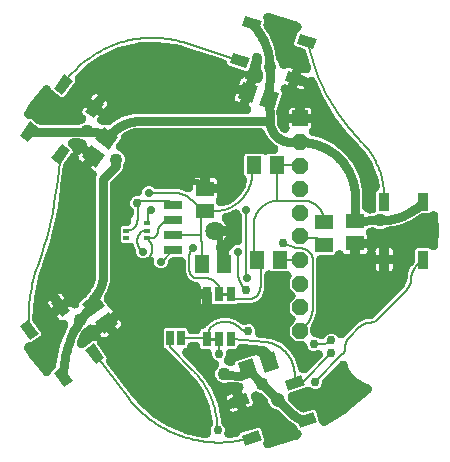
<source format=gbr>
G04 EAGLE Gerber RS-274X export*
G75*
%MOMM*%
%FSLAX34Y34*%
%LPD*%
%INTop Copper*%
%IPPOS*%
%AMOC8*
5,1,8,0,0,1.08239X$1,22.5*%
G01*
%ADD10R,1.500000X0.900000*%
%ADD11R,0.900000X1.500000*%
%ADD12R,1.500000X1.300000*%
%ADD13R,1.300000X1.500000*%
%ADD14R,1.600000X0.700000*%
%ADD15C,1.625600*%
%ADD16R,1.320800X1.320800*%
%ADD17P,1.429621X8X202.500000*%
%ADD18R,0.550000X0.300000*%
%ADD19R,0.635000X1.270000*%
%ADD20C,0.254000*%
%ADD21C,1.006400*%
%ADD22C,0.756400*%
%ADD23C,0.856400*%
%ADD24C,0.508000*%
%ADD25C,0.906400*%
%ADD26C,1.016000*%
%ADD27C,0.812800*%
%ADD28C,0.203200*%
%ADD29C,0.711200*%
%ADD30C,0.762000*%
%ADD31C,1.106400*%
%ADD32C,1.206400*%
%ADD33P,0.769796X8X22.500000*%

G36*
X-7208Y-175511D02*
X-7208Y-175511D01*
X-6935Y-175508D01*
X-6930Y-175507D01*
X-6926Y-175507D01*
X-6644Y-175463D01*
X-6372Y-175421D01*
X-6367Y-175419D01*
X-6363Y-175419D01*
X-6096Y-175337D01*
X-5826Y-175256D01*
X-5822Y-175254D01*
X-5818Y-175253D01*
X-5568Y-175137D01*
X-5309Y-175017D01*
X-5305Y-175014D01*
X-5301Y-175012D01*
X-5065Y-174859D01*
X-4831Y-174707D01*
X-4827Y-174704D01*
X-4823Y-174702D01*
X-4608Y-174514D01*
X-4400Y-174334D01*
X-4397Y-174331D01*
X-4394Y-174328D01*
X-4207Y-174112D01*
X-4026Y-173904D01*
X-4024Y-173901D01*
X-4021Y-173897D01*
X-3868Y-173661D01*
X-3716Y-173426D01*
X-3714Y-173422D01*
X-3711Y-173418D01*
X-3597Y-173171D01*
X-3475Y-172910D01*
X-3474Y-172905D01*
X-3472Y-172901D01*
X-3392Y-172636D01*
X-3310Y-172365D01*
X-3309Y-172360D01*
X-3308Y-172356D01*
X-3267Y-172088D01*
X-3222Y-171802D01*
X-3222Y-171797D01*
X-3221Y-171792D01*
X-3218Y-171522D01*
X-3214Y-171232D01*
X-3214Y-171227D01*
X-3214Y-171223D01*
X-3250Y-170943D01*
X-3285Y-170667D01*
X-3286Y-170662D01*
X-3287Y-170658D01*
X-3293Y-170636D01*
X-3383Y-170310D01*
X-3383Y-167907D01*
X-2495Y-165763D01*
X-2289Y-165558D01*
X-2184Y-165437D01*
X-2072Y-165323D01*
X-1998Y-165222D01*
X-1916Y-165127D01*
X-1829Y-164993D01*
X-1733Y-164865D01*
X-1674Y-164754D01*
X-1606Y-164649D01*
X-1539Y-164504D01*
X-1462Y-164363D01*
X-1419Y-164246D01*
X-1366Y-164132D01*
X-1320Y-163979D01*
X-1264Y-163829D01*
X-1237Y-163707D01*
X-1201Y-163587D01*
X-1176Y-163429D01*
X-1142Y-163273D01*
X-1137Y-163179D01*
X-1113Y-163024D01*
X-1107Y-162545D01*
X-1104Y-162485D01*
X-1112Y-162320D01*
X-1180Y-161755D01*
X-1184Y-161739D01*
X-1185Y-161727D01*
X-3671Y-149233D01*
X-3672Y-149229D01*
X-3672Y-149225D01*
X-3678Y-149206D01*
X-3821Y-148683D01*
X-3877Y-148553D01*
X-3902Y-148470D01*
X-8777Y-136701D01*
X-8779Y-136698D01*
X-8780Y-136694D01*
X-8790Y-136676D01*
X-9031Y-136191D01*
X-9112Y-136075D01*
X-9152Y-135999D01*
X-16230Y-125407D01*
X-16579Y-124956D01*
X-16590Y-124945D01*
X-16597Y-124935D01*
X-20880Y-120210D01*
X-20969Y-120125D01*
X-21018Y-120065D01*
X-21188Y-119895D01*
X-40759Y-100324D01*
X-40821Y-100240D01*
X-40948Y-100055D01*
X-40990Y-100010D01*
X-41025Y-99961D01*
X-41182Y-99801D01*
X-41334Y-99635D01*
X-41381Y-99597D01*
X-41423Y-99554D01*
X-41601Y-99417D01*
X-41775Y-99274D01*
X-41827Y-99242D01*
X-41875Y-99205D01*
X-41979Y-99150D01*
X-42104Y-99074D01*
X-42760Y-98418D01*
X-43072Y-97665D01*
X-43072Y-84149D01*
X-42760Y-83395D01*
X-42183Y-82818D01*
X-41429Y-82506D01*
X-34155Y-82506D01*
X-34102Y-82516D01*
X-34044Y-82533D01*
X-33822Y-82567D01*
X-33602Y-82608D01*
X-33541Y-82610D01*
X-33481Y-82620D01*
X-33256Y-82622D01*
X-33032Y-82632D01*
X-32972Y-82626D01*
X-32911Y-82627D01*
X-32688Y-82598D01*
X-32465Y-82576D01*
X-32406Y-82561D01*
X-32346Y-82554D01*
X-32233Y-82519D01*
X-32178Y-82506D01*
X-24865Y-82506D01*
X-24111Y-82818D01*
X-23535Y-83395D01*
X-23197Y-84209D01*
X-23196Y-84236D01*
X-23186Y-84290D01*
X-23182Y-84345D01*
X-23134Y-84570D01*
X-23092Y-84796D01*
X-23075Y-84849D01*
X-23063Y-84902D01*
X-22984Y-85118D01*
X-22911Y-85337D01*
X-22886Y-85386D01*
X-22867Y-85437D01*
X-22759Y-85640D01*
X-22656Y-85846D01*
X-22625Y-85891D01*
X-22599Y-85940D01*
X-22463Y-86125D01*
X-22332Y-86315D01*
X-22295Y-86355D01*
X-22262Y-86400D01*
X-22102Y-86564D01*
X-21946Y-86734D01*
X-21903Y-86768D01*
X-21865Y-86808D01*
X-21683Y-86949D01*
X-21505Y-87094D01*
X-21458Y-87123D01*
X-21414Y-87157D01*
X-21214Y-87271D01*
X-21017Y-87390D01*
X-20967Y-87412D01*
X-20919Y-87439D01*
X-20705Y-87524D01*
X-20494Y-87614D01*
X-20441Y-87629D01*
X-20390Y-87649D01*
X-20165Y-87703D01*
X-19944Y-87763D01*
X-19900Y-87768D01*
X-19836Y-87783D01*
X-19269Y-87838D01*
X-19203Y-87836D01*
X-19159Y-87840D01*
X-16126Y-87840D01*
X-16123Y-87840D01*
X-16121Y-87840D01*
X-15843Y-87820D01*
X-15558Y-87800D01*
X-15555Y-87799D01*
X-15552Y-87799D01*
X-15275Y-87740D01*
X-15000Y-87681D01*
X-14998Y-87680D01*
X-14995Y-87679D01*
X-14731Y-87582D01*
X-14465Y-87485D01*
X-14463Y-87484D01*
X-14460Y-87483D01*
X-14216Y-87352D01*
X-13963Y-87216D01*
X-13961Y-87215D01*
X-13958Y-87213D01*
X-13735Y-87050D01*
X-13503Y-86880D01*
X-13501Y-86878D01*
X-13499Y-86876D01*
X-13309Y-86691D01*
X-13095Y-86482D01*
X-13093Y-86480D01*
X-13091Y-86478D01*
X-12927Y-86266D01*
X-12746Y-86032D01*
X-12745Y-86029D01*
X-12743Y-86027D01*
X-12737Y-86015D01*
X-12464Y-85537D01*
X-12412Y-85407D01*
X-12372Y-85332D01*
X-11822Y-84005D01*
X-11245Y-83428D01*
X-10492Y-83115D01*
X-10472Y-83115D01*
X-10428Y-83112D01*
X-10384Y-83115D01*
X-10144Y-83092D01*
X-9903Y-83076D01*
X-9860Y-83066D01*
X-9816Y-83062D01*
X-9581Y-83007D01*
X-9346Y-82956D01*
X-9305Y-82941D01*
X-9262Y-82931D01*
X-9037Y-82844D01*
X-8811Y-82761D01*
X-8772Y-82740D01*
X-8731Y-82724D01*
X-8521Y-82606D01*
X-8309Y-82492D01*
X-8273Y-82466D01*
X-8235Y-82444D01*
X-8043Y-82298D01*
X-7849Y-82155D01*
X-7817Y-82125D01*
X-7782Y-82098D01*
X-7614Y-81927D01*
X-7440Y-81758D01*
X-7413Y-81723D01*
X-7382Y-81692D01*
X-7321Y-81604D01*
X-7092Y-81307D01*
X-6993Y-81134D01*
X-6931Y-81045D01*
X-6779Y-80776D01*
X-6074Y-80070D01*
X-6073Y-80070D01*
X-5939Y-79935D01*
X-4100Y-78096D01*
X405Y-75496D01*
X5429Y-74149D01*
X11877Y-74149D01*
X17030Y-75530D01*
X21650Y-78197D01*
X22168Y-78715D01*
X22170Y-78717D01*
X22172Y-78719D01*
X22381Y-78901D01*
X22598Y-79089D01*
X22600Y-79091D01*
X22602Y-79092D01*
X22838Y-79244D01*
X23076Y-79399D01*
X23079Y-79400D01*
X23081Y-79402D01*
X23339Y-79521D01*
X23593Y-79639D01*
X23596Y-79640D01*
X23598Y-79641D01*
X23870Y-79723D01*
X24138Y-79804D01*
X24141Y-79805D01*
X24144Y-79805D01*
X24426Y-79849D01*
X24701Y-79891D01*
X24704Y-79891D01*
X24707Y-79892D01*
X24995Y-79895D01*
X25271Y-79899D01*
X25274Y-79899D01*
X25277Y-79899D01*
X25555Y-79863D01*
X25836Y-79827D01*
X25839Y-79826D01*
X25842Y-79826D01*
X25855Y-79822D01*
X26386Y-79677D01*
X26514Y-79621D01*
X26596Y-79596D01*
X27237Y-79331D01*
X29557Y-79331D01*
X31701Y-80219D01*
X33342Y-81860D01*
X34230Y-84003D01*
X34230Y-86772D01*
X34234Y-86837D01*
X34232Y-86902D01*
X34254Y-87121D01*
X34270Y-87340D01*
X34284Y-87404D01*
X34290Y-87469D01*
X34343Y-87682D01*
X34389Y-87897D01*
X34411Y-87958D01*
X34427Y-88022D01*
X34509Y-88225D01*
X34585Y-88432D01*
X34616Y-88490D01*
X34640Y-88550D01*
X34750Y-88740D01*
X34854Y-88935D01*
X34892Y-88987D01*
X34925Y-89044D01*
X35060Y-89217D01*
X35190Y-89395D01*
X35235Y-89441D01*
X35276Y-89493D01*
X35434Y-89645D01*
X35587Y-89803D01*
X35639Y-89843D01*
X35686Y-89888D01*
X35864Y-90017D01*
X36038Y-90152D01*
X36095Y-90184D01*
X36148Y-90222D01*
X36342Y-90325D01*
X36533Y-90434D01*
X36594Y-90458D01*
X36651Y-90488D01*
X36858Y-90563D01*
X37063Y-90644D01*
X37126Y-90659D01*
X37187Y-90681D01*
X37305Y-90703D01*
X37616Y-90778D01*
X37849Y-90801D01*
X37963Y-90821D01*
X41472Y-91107D01*
X41559Y-91108D01*
X41646Y-91118D01*
X41761Y-91114D01*
X42820Y-91216D01*
X42857Y-91217D01*
X42882Y-91222D01*
X43932Y-91307D01*
X44112Y-91330D01*
X44231Y-91353D01*
X47486Y-91668D01*
X56037Y-95233D01*
X63161Y-101155D01*
X68230Y-108909D01*
X70674Y-117394D01*
X70699Y-117461D01*
X70716Y-117530D01*
X70796Y-117728D01*
X70870Y-117929D01*
X70904Y-117992D01*
X70930Y-118058D01*
X71037Y-118242D01*
X71139Y-118431D01*
X71181Y-118489D01*
X71216Y-118551D01*
X71349Y-118719D01*
X71475Y-118891D01*
X71524Y-118942D01*
X71569Y-118999D01*
X71723Y-119147D01*
X71872Y-119300D01*
X71929Y-119344D01*
X71980Y-119393D01*
X72153Y-119518D01*
X72323Y-119649D01*
X72385Y-119684D01*
X72443Y-119726D01*
X72632Y-119825D01*
X72818Y-119931D01*
X72884Y-119957D01*
X72947Y-119990D01*
X73149Y-120062D01*
X73347Y-120141D01*
X73416Y-120158D01*
X73484Y-120182D01*
X73603Y-120203D01*
X73901Y-120275D01*
X73925Y-120278D01*
X74042Y-120327D01*
X74187Y-120399D01*
X74303Y-120438D01*
X74416Y-120486D01*
X74573Y-120528D01*
X74727Y-120579D01*
X74848Y-120601D01*
X74967Y-120633D01*
X75128Y-120653D01*
X75288Y-120682D01*
X75411Y-120687D01*
X75533Y-120701D01*
X75695Y-120698D01*
X75857Y-120705D01*
X75980Y-120693D01*
X76102Y-120690D01*
X76262Y-120664D01*
X76424Y-120648D01*
X76544Y-120619D01*
X76665Y-120599D01*
X76820Y-120551D01*
X76978Y-120512D01*
X77092Y-120467D01*
X77209Y-120430D01*
X77356Y-120361D01*
X77507Y-120301D01*
X77613Y-120240D01*
X77724Y-120187D01*
X77860Y-120098D01*
X78001Y-120017D01*
X78072Y-119959D01*
X78201Y-119874D01*
X78569Y-119550D01*
X78610Y-119517D01*
X90320Y-107806D01*
X90358Y-107762D01*
X90401Y-107723D01*
X90545Y-107548D01*
X90694Y-107376D01*
X90726Y-107327D01*
X90762Y-107283D01*
X90880Y-107088D01*
X91004Y-106898D01*
X91028Y-106845D01*
X91058Y-106796D01*
X91148Y-106587D01*
X91244Y-106381D01*
X91261Y-106326D01*
X91283Y-106272D01*
X91343Y-106053D01*
X91409Y-105835D01*
X91418Y-105778D01*
X91433Y-105723D01*
X91461Y-105497D01*
X91496Y-105272D01*
X91497Y-105215D01*
X91504Y-105157D01*
X91501Y-104930D01*
X91504Y-104703D01*
X91497Y-104645D01*
X91496Y-104588D01*
X91461Y-104363D01*
X91432Y-104137D01*
X91417Y-104082D01*
X91408Y-104025D01*
X91342Y-103808D01*
X91282Y-103588D01*
X91259Y-103535D01*
X91242Y-103480D01*
X91146Y-103274D01*
X91056Y-103065D01*
X91026Y-103016D01*
X91001Y-102963D01*
X90877Y-102773D01*
X90759Y-102578D01*
X90722Y-102534D01*
X90691Y-102485D01*
X90541Y-102314D01*
X90397Y-102138D01*
X90354Y-102099D01*
X90317Y-102056D01*
X90145Y-101907D01*
X89977Y-101753D01*
X89929Y-101720D01*
X89886Y-101683D01*
X89695Y-101559D01*
X89507Y-101430D01*
X89456Y-101405D01*
X89407Y-101373D01*
X89201Y-101278D01*
X88997Y-101177D01*
X88943Y-101159D01*
X88890Y-101134D01*
X88672Y-101069D01*
X88457Y-100997D01*
X88400Y-100986D01*
X88345Y-100970D01*
X88120Y-100935D01*
X87896Y-100894D01*
X87838Y-100892D01*
X87781Y-100883D01*
X87554Y-100880D01*
X87327Y-100871D01*
X87269Y-100877D01*
X87212Y-100876D01*
X86986Y-100905D01*
X86760Y-100928D01*
X86704Y-100942D01*
X86647Y-100949D01*
X86535Y-100983D01*
X86206Y-101064D01*
X86002Y-101146D01*
X85892Y-101179D01*
X85082Y-101515D01*
X82761Y-101515D01*
X80618Y-100627D01*
X78977Y-98986D01*
X77799Y-96143D01*
X77777Y-96078D01*
X77753Y-96029D01*
X77734Y-95977D01*
X77625Y-95774D01*
X77522Y-95569D01*
X77491Y-95523D01*
X77465Y-95475D01*
X77330Y-95289D01*
X77199Y-95100D01*
X77161Y-95059D01*
X77129Y-95015D01*
X76968Y-94850D01*
X76812Y-94681D01*
X76770Y-94646D01*
X76731Y-94607D01*
X76550Y-94466D01*
X76371Y-94320D01*
X76324Y-94292D01*
X76281Y-94258D01*
X76081Y-94144D01*
X75884Y-94025D01*
X75834Y-94003D01*
X75786Y-93976D01*
X75571Y-93891D01*
X75360Y-93800D01*
X75307Y-93786D01*
X75256Y-93766D01*
X75032Y-93711D01*
X74810Y-93651D01*
X74766Y-93647D01*
X74702Y-93631D01*
X74135Y-93576D01*
X74070Y-93579D01*
X74026Y-93575D01*
X68805Y-93575D01*
X63735Y-88505D01*
X63735Y-81335D01*
X67277Y-77793D01*
X67428Y-77619D01*
X67584Y-77450D01*
X67615Y-77404D01*
X67651Y-77363D01*
X67776Y-77170D01*
X67906Y-76980D01*
X67931Y-76931D01*
X67961Y-76885D01*
X68058Y-76676D01*
X68160Y-76470D01*
X68177Y-76418D01*
X68201Y-76368D01*
X68267Y-76147D01*
X68340Y-75929D01*
X68350Y-75875D01*
X68366Y-75823D01*
X68401Y-75595D01*
X68442Y-75369D01*
X68445Y-75314D01*
X68453Y-75260D01*
X68456Y-75030D01*
X68466Y-74799D01*
X68460Y-74745D01*
X68461Y-74690D01*
X68432Y-74461D01*
X68409Y-74232D01*
X68396Y-74179D01*
X68389Y-74125D01*
X68328Y-73902D01*
X68273Y-73679D01*
X68253Y-73628D01*
X68238Y-73575D01*
X68147Y-73363D01*
X68062Y-73150D01*
X68034Y-73103D01*
X68012Y-73052D01*
X67892Y-72855D01*
X67778Y-72656D01*
X67750Y-72622D01*
X67716Y-72566D01*
X67354Y-72125D01*
X67306Y-72081D01*
X67277Y-72047D01*
X63735Y-68505D01*
X63735Y-61335D01*
X67277Y-57793D01*
X67428Y-57619D01*
X67584Y-57450D01*
X67615Y-57404D01*
X67651Y-57363D01*
X67776Y-57170D01*
X67906Y-56980D01*
X67931Y-56931D01*
X67961Y-56885D01*
X68058Y-56676D01*
X68160Y-56470D01*
X68177Y-56418D01*
X68201Y-56368D01*
X68267Y-56147D01*
X68340Y-55929D01*
X68350Y-55875D01*
X68366Y-55823D01*
X68401Y-55595D01*
X68442Y-55369D01*
X68445Y-55314D01*
X68453Y-55260D01*
X68456Y-55030D01*
X68466Y-54799D01*
X68460Y-54745D01*
X68461Y-54690D01*
X68432Y-54461D01*
X68409Y-54232D01*
X68396Y-54179D01*
X68389Y-54125D01*
X68328Y-53902D01*
X68273Y-53679D01*
X68253Y-53628D01*
X68238Y-53575D01*
X68147Y-53363D01*
X68062Y-53150D01*
X68034Y-53103D01*
X68012Y-53052D01*
X67892Y-52855D01*
X67778Y-52656D01*
X67750Y-52622D01*
X67716Y-52566D01*
X67354Y-52125D01*
X67306Y-52081D01*
X67277Y-52047D01*
X63735Y-48505D01*
X63735Y-41335D01*
X63963Y-41107D01*
X64039Y-41020D01*
X64121Y-40940D01*
X64225Y-40805D01*
X64337Y-40677D01*
X64400Y-40580D01*
X64470Y-40489D01*
X64554Y-40341D01*
X64647Y-40199D01*
X64695Y-40094D01*
X64752Y-39994D01*
X64815Y-39836D01*
X64887Y-39682D01*
X64920Y-39572D01*
X64963Y-39465D01*
X65003Y-39299D01*
X65052Y-39137D01*
X65069Y-39023D01*
X65097Y-38911D01*
X65113Y-38741D01*
X65139Y-38574D01*
X65141Y-38459D01*
X65152Y-38344D01*
X65145Y-38174D01*
X65147Y-38004D01*
X65132Y-37890D01*
X65127Y-37774D01*
X65096Y-37607D01*
X65075Y-37439D01*
X65044Y-37327D01*
X65023Y-37214D01*
X64969Y-37053D01*
X64924Y-36889D01*
X64879Y-36783D01*
X64842Y-36674D01*
X64766Y-36522D01*
X64699Y-36366D01*
X64638Y-36268D01*
X64587Y-36165D01*
X64490Y-36025D01*
X64402Y-35880D01*
X64329Y-35791D01*
X64263Y-35696D01*
X64148Y-35571D01*
X64040Y-35439D01*
X63955Y-35362D01*
X63877Y-35277D01*
X63745Y-35169D01*
X63620Y-35054D01*
X63525Y-34989D01*
X63436Y-34916D01*
X63290Y-34828D01*
X63150Y-34732D01*
X63047Y-34680D01*
X62949Y-34621D01*
X62792Y-34554D01*
X62640Y-34478D01*
X62531Y-34442D01*
X62425Y-34396D01*
X62261Y-34352D01*
X62099Y-34298D01*
X61986Y-34277D01*
X61875Y-34247D01*
X61760Y-34236D01*
X61539Y-34196D01*
X61207Y-34182D01*
X61090Y-34171D01*
X48068Y-34171D01*
X47471Y-33923D01*
X47307Y-33869D01*
X47146Y-33805D01*
X47037Y-33778D01*
X46930Y-33743D01*
X46761Y-33711D01*
X46593Y-33671D01*
X46480Y-33660D01*
X46370Y-33639D01*
X46198Y-33632D01*
X46025Y-33615D01*
X45913Y-33620D01*
X45801Y-33616D01*
X45629Y-33633D01*
X45456Y-33640D01*
X45346Y-33661D01*
X45234Y-33672D01*
X45066Y-33713D01*
X44896Y-33744D01*
X44789Y-33780D01*
X44680Y-33806D01*
X44520Y-33870D01*
X44356Y-33925D01*
X44255Y-33976D01*
X44151Y-34017D01*
X44001Y-34103D01*
X43846Y-34180D01*
X43754Y-34245D01*
X43656Y-34300D01*
X43520Y-34406D01*
X43378Y-34504D01*
X43295Y-34581D01*
X43206Y-34650D01*
X43086Y-34773D01*
X42959Y-34891D01*
X42887Y-34978D01*
X42809Y-35058D01*
X42707Y-35198D01*
X42598Y-35332D01*
X42539Y-35428D01*
X42473Y-35519D01*
X42392Y-35671D01*
X42302Y-35819D01*
X42258Y-35922D01*
X42205Y-36022D01*
X42146Y-36184D01*
X42078Y-36343D01*
X42049Y-36451D01*
X42010Y-36557D01*
X41974Y-36726D01*
X41929Y-36893D01*
X41921Y-36978D01*
X41892Y-37114D01*
X41854Y-37664D01*
X41853Y-37677D01*
X41853Y-49869D01*
X39678Y-55118D01*
X35661Y-59135D01*
X30412Y-61309D01*
X20668Y-61309D01*
X20607Y-61313D01*
X20546Y-61311D01*
X20323Y-61333D01*
X20100Y-61349D01*
X20040Y-61362D01*
X19979Y-61368D01*
X19761Y-61421D01*
X19542Y-61468D01*
X19485Y-61489D01*
X19425Y-61504D01*
X19218Y-61587D01*
X19007Y-61664D01*
X18953Y-61693D01*
X18896Y-61716D01*
X18817Y-61761D01*
X17578Y-62274D01*
X10403Y-62274D01*
X10358Y-62254D01*
X10143Y-62189D01*
X9930Y-62118D01*
X9871Y-62107D01*
X9813Y-62089D01*
X9590Y-62055D01*
X9370Y-62014D01*
X9309Y-62012D01*
X9249Y-62003D01*
X9025Y-62000D01*
X8800Y-61990D01*
X8740Y-61996D01*
X8680Y-61996D01*
X8457Y-62024D01*
X8233Y-62046D01*
X8175Y-62061D01*
X8115Y-62068D01*
X8002Y-62103D01*
X7680Y-62181D01*
X7471Y-62265D01*
X7439Y-62274D01*
X-229Y-62274D01*
X-270Y-62268D01*
X-494Y-62265D01*
X-718Y-62256D01*
X-779Y-62262D01*
X-840Y-62261D01*
X-1062Y-62289D01*
X-1285Y-62311D01*
X-1344Y-62326D01*
X-1405Y-62334D01*
X-1518Y-62368D01*
X-1838Y-62446D01*
X-2049Y-62530D01*
X-2159Y-62563D01*
X-2261Y-62605D01*
X-2261Y-53874D01*
X-2277Y-53644D01*
X-2287Y-53414D01*
X-2297Y-53360D01*
X-2301Y-53305D01*
X-2349Y-53080D01*
X-2391Y-52854D01*
X-2409Y-52802D01*
X-2420Y-52748D01*
X-2499Y-52532D01*
X-2573Y-52314D01*
X-2597Y-52265D01*
X-2616Y-52213D01*
X-2725Y-52010D01*
X-2828Y-51804D01*
X-2859Y-51759D01*
X-2885Y-51711D01*
X-3021Y-51525D01*
X-3152Y-51335D01*
X-3189Y-51295D01*
X-3221Y-51251D01*
X-3382Y-51086D01*
X-3538Y-50917D01*
X-3538Y-50916D01*
X-3581Y-50881D01*
X-3603Y-50859D01*
X-3619Y-50842D01*
X-3801Y-50701D01*
X-3979Y-50555D01*
X-4027Y-50527D01*
X-4070Y-50493D01*
X-4270Y-50379D01*
X-4467Y-50260D01*
X-4517Y-50238D01*
X-4565Y-50211D01*
X-4779Y-50126D01*
X-4990Y-50035D01*
X-5043Y-50021D01*
X-5094Y-50001D01*
X-5319Y-49946D01*
X-5540Y-49886D01*
X-5584Y-49882D01*
X-5648Y-49867D01*
X-6215Y-49811D01*
X-6281Y-49814D01*
X-6325Y-49810D01*
X-12040Y-49810D01*
X-12040Y-47414D01*
X-12057Y-47185D01*
X-12066Y-46955D01*
X-12076Y-46901D01*
X-12080Y-46846D01*
X-12128Y-46622D01*
X-12170Y-46395D01*
X-12188Y-46342D01*
X-12199Y-46289D01*
X-12278Y-46073D01*
X-12352Y-45854D01*
X-12376Y-45805D01*
X-12395Y-45754D01*
X-12504Y-45551D01*
X-12607Y-45345D01*
X-12638Y-45300D01*
X-12664Y-45251D01*
X-12800Y-45066D01*
X-12931Y-44876D01*
X-12968Y-44836D01*
X-13000Y-44791D01*
X-13161Y-44627D01*
X-13317Y-44457D01*
X-13359Y-44422D01*
X-13398Y-44383D01*
X-13580Y-44242D01*
X-13758Y-44096D01*
X-13805Y-44068D01*
X-13848Y-44034D01*
X-14048Y-43920D01*
X-14245Y-43801D01*
X-14296Y-43779D01*
X-14343Y-43752D01*
X-14558Y-43667D01*
X-14769Y-43577D01*
X-14822Y-43562D01*
X-14873Y-43542D01*
X-15097Y-43488D01*
X-15319Y-43428D01*
X-15363Y-43423D01*
X-15427Y-43408D01*
X-15994Y-43353D01*
X-16060Y-43355D01*
X-16104Y-43351D01*
X-16363Y-43351D01*
X-20111Y-41799D01*
X-22979Y-38931D01*
X-24531Y-35184D01*
X-24531Y-26302D01*
X-24547Y-26073D01*
X-24557Y-25842D01*
X-24567Y-25788D01*
X-24571Y-25734D01*
X-24619Y-25509D01*
X-24661Y-25282D01*
X-24678Y-25230D01*
X-24690Y-25176D01*
X-24769Y-24960D01*
X-24842Y-24742D01*
X-24867Y-24693D01*
X-24886Y-24641D01*
X-24994Y-24439D01*
X-25097Y-24233D01*
X-25128Y-24187D01*
X-25154Y-24139D01*
X-25290Y-23953D01*
X-25421Y-23764D01*
X-25458Y-23723D01*
X-25491Y-23679D01*
X-25651Y-23514D01*
X-25807Y-23345D01*
X-25850Y-23310D01*
X-25888Y-23271D01*
X-26070Y-23130D01*
X-26248Y-22984D01*
X-26296Y-22956D01*
X-26339Y-22922D01*
X-26539Y-22808D01*
X-26736Y-22689D01*
X-26786Y-22667D01*
X-26834Y-22640D01*
X-27048Y-22555D01*
X-27259Y-22464D01*
X-27312Y-22450D01*
X-27363Y-22430D01*
X-27588Y-22375D01*
X-27809Y-22315D01*
X-27853Y-22311D01*
X-27917Y-22295D01*
X-28484Y-22240D01*
X-28550Y-22243D01*
X-28594Y-22239D01*
X-34786Y-22239D01*
X-34846Y-22243D01*
X-34907Y-22241D01*
X-35130Y-22263D01*
X-35354Y-22279D01*
X-35414Y-22291D01*
X-35474Y-22297D01*
X-35692Y-22351D01*
X-35912Y-22398D01*
X-35968Y-22418D01*
X-36027Y-22433D01*
X-36236Y-22516D01*
X-36447Y-22594D01*
X-36500Y-22622D01*
X-36556Y-22644D01*
X-36751Y-22756D01*
X-36949Y-22862D01*
X-36998Y-22898D01*
X-37050Y-22928D01*
X-37141Y-23003D01*
X-37409Y-23199D01*
X-37570Y-23356D01*
X-37659Y-23429D01*
X-38669Y-24439D01*
X-38709Y-24484D01*
X-38753Y-24525D01*
X-38895Y-24699D01*
X-39043Y-24869D01*
X-39076Y-24920D01*
X-39114Y-24966D01*
X-39231Y-25159D01*
X-39353Y-25347D01*
X-39378Y-25402D01*
X-39409Y-25454D01*
X-39498Y-25660D01*
X-39593Y-25864D01*
X-39610Y-25922D01*
X-39634Y-25977D01*
X-39692Y-26194D01*
X-39758Y-26409D01*
X-39767Y-26469D01*
X-39783Y-26527D01*
X-39794Y-26644D01*
X-39845Y-26972D01*
X-39848Y-27197D01*
X-39859Y-27312D01*
X-39859Y-27531D01*
X-40713Y-29592D01*
X-42290Y-31169D01*
X-44351Y-32023D01*
X-46581Y-32023D01*
X-48642Y-31169D01*
X-50219Y-29592D01*
X-51073Y-27531D01*
X-51073Y-25885D01*
X-51081Y-25770D01*
X-51079Y-25654D01*
X-51101Y-25486D01*
X-51113Y-25317D01*
X-51137Y-25203D01*
X-51152Y-25089D01*
X-51196Y-24925D01*
X-51232Y-24760D01*
X-51272Y-24651D01*
X-51302Y-24539D01*
X-51369Y-24384D01*
X-51428Y-24225D01*
X-51482Y-24122D01*
X-51528Y-24016D01*
X-51617Y-23871D01*
X-51696Y-23722D01*
X-51765Y-23629D01*
X-51825Y-23530D01*
X-51933Y-23399D01*
X-52033Y-23262D01*
X-52114Y-23179D01*
X-52187Y-23090D01*
X-52312Y-22976D01*
X-52430Y-22854D01*
X-52522Y-22783D01*
X-52607Y-22705D01*
X-52747Y-22609D01*
X-52881Y-22505D01*
X-52981Y-22448D01*
X-53077Y-22382D01*
X-53229Y-22307D01*
X-53376Y-22223D01*
X-53484Y-22180D01*
X-53587Y-22129D01*
X-53748Y-22076D01*
X-53905Y-22013D01*
X-54018Y-21986D01*
X-54128Y-21949D01*
X-54295Y-21919D01*
X-54459Y-21879D01*
X-54575Y-21868D01*
X-54689Y-21847D01*
X-54858Y-21840D01*
X-55026Y-21824D01*
X-55142Y-21829D01*
X-55258Y-21824D01*
X-55426Y-21841D01*
X-55596Y-21848D01*
X-55710Y-21869D01*
X-55825Y-21881D01*
X-55989Y-21921D01*
X-56156Y-21952D01*
X-56266Y-21989D01*
X-56378Y-22017D01*
X-56535Y-22080D01*
X-56696Y-22134D01*
X-56800Y-22185D01*
X-56907Y-22229D01*
X-57014Y-22290D01*
X-59540Y-23336D01*
X-61771Y-23336D01*
X-63831Y-22483D01*
X-65409Y-20905D01*
X-66262Y-18845D01*
X-66262Y-17949D01*
X-66271Y-17831D01*
X-66269Y-17713D01*
X-66290Y-17548D01*
X-66302Y-17381D01*
X-66327Y-17265D01*
X-66342Y-17148D01*
X-66375Y-17039D01*
X-66421Y-16823D01*
X-66538Y-16506D01*
X-66572Y-16394D01*
X-68160Y-12559D01*
X-68161Y-12557D01*
X-68162Y-12554D01*
X-68289Y-12301D01*
X-68414Y-12049D01*
X-68416Y-12047D01*
X-68417Y-12045D01*
X-68578Y-11811D01*
X-68738Y-11580D01*
X-68740Y-11578D01*
X-68741Y-11576D01*
X-68931Y-11369D01*
X-69123Y-11161D01*
X-69125Y-11159D01*
X-69127Y-11157D01*
X-69349Y-10975D01*
X-69564Y-10799D01*
X-69566Y-10798D01*
X-69568Y-10796D01*
X-69805Y-10653D01*
X-70051Y-10503D01*
X-70053Y-10502D01*
X-70056Y-10501D01*
X-70305Y-10394D01*
X-70574Y-10278D01*
X-70577Y-10277D01*
X-70579Y-10276D01*
X-70853Y-10202D01*
X-71124Y-10128D01*
X-71127Y-10128D01*
X-71129Y-10127D01*
X-71143Y-10126D01*
X-71689Y-10057D01*
X-71829Y-10059D01*
X-71914Y-10051D01*
X-77948Y-10051D01*
X-78702Y-9739D01*
X-79279Y-9162D01*
X-79591Y-8408D01*
X-79591Y-4548D01*
X-79569Y-4478D01*
X-79498Y-4265D01*
X-79487Y-4205D01*
X-79470Y-4147D01*
X-79436Y-3925D01*
X-79395Y-3704D01*
X-79393Y-3644D01*
X-79383Y-3584D01*
X-79381Y-3359D01*
X-79371Y-3135D01*
X-79377Y-3075D01*
X-79376Y-3014D01*
X-79405Y-2792D01*
X-79427Y-2568D01*
X-79442Y-2509D01*
X-79449Y-2449D01*
X-79484Y-2337D01*
X-79562Y-2014D01*
X-79591Y-1942D01*
X-79591Y2503D01*
X-79599Y2621D01*
X-79598Y2739D01*
X-79600Y2760D01*
X-79593Y2762D01*
X-79560Y2779D01*
X-79526Y2791D01*
X-79306Y2909D01*
X-79086Y3022D01*
X-79062Y3040D01*
X-79024Y3060D01*
X-78564Y3397D01*
X-78563Y3397D01*
X-78500Y3458D01*
X-78453Y3493D01*
X-78453Y3494D01*
X-78307Y3647D01*
X-78155Y3794D01*
X-78110Y3852D01*
X-78059Y3905D01*
X-77936Y4078D01*
X-77806Y4245D01*
X-77770Y4309D01*
X-77727Y4368D01*
X-77629Y4556D01*
X-77573Y4654D01*
X-77534Y4622D01*
X-77496Y4583D01*
X-77314Y4442D01*
X-77136Y4296D01*
X-77089Y4268D01*
X-77045Y4234D01*
X-76845Y4120D01*
X-76649Y4001D01*
X-76598Y3979D01*
X-76550Y3952D01*
X-76336Y3867D01*
X-76125Y3776D01*
X-76072Y3762D01*
X-76021Y3742D01*
X-75796Y3687D01*
X-75575Y3627D01*
X-75531Y3623D01*
X-75467Y3607D01*
X-74900Y3552D01*
X-74834Y3555D01*
X-74790Y3551D01*
X-74560Y3567D01*
X-74330Y3577D01*
X-74276Y3587D01*
X-74221Y3591D01*
X-73996Y3639D01*
X-73770Y3681D01*
X-73718Y3698D01*
X-73664Y3710D01*
X-73448Y3789D01*
X-73230Y3862D01*
X-73181Y3887D01*
X-73129Y3906D01*
X-72926Y4014D01*
X-72720Y4117D01*
X-72675Y4148D01*
X-72627Y4174D01*
X-72441Y4310D01*
X-72252Y4441D01*
X-72211Y4478D01*
X-72167Y4511D01*
X-72002Y4671D01*
X-71833Y4827D01*
X-71798Y4870D01*
X-71759Y4908D01*
X-71618Y5090D01*
X-71472Y5268D01*
X-71443Y5316D01*
X-71410Y5359D01*
X-71296Y5559D01*
X-71176Y5756D01*
X-71155Y5806D01*
X-71128Y5854D01*
X-71042Y6068D01*
X-70952Y6279D01*
X-70938Y6332D01*
X-70917Y6383D01*
X-70863Y6608D01*
X-70803Y6829D01*
X-70799Y6873D01*
X-70783Y6937D01*
X-70728Y7504D01*
X-70731Y7570D01*
X-70727Y7614D01*
X-70727Y10952D01*
X-70629Y11004D01*
X-70423Y11107D01*
X-70378Y11138D01*
X-70329Y11164D01*
X-70144Y11300D01*
X-69954Y11431D01*
X-69914Y11468D01*
X-69869Y11501D01*
X-69705Y11661D01*
X-69535Y11817D01*
X-69500Y11860D01*
X-69461Y11898D01*
X-69320Y12080D01*
X-69174Y12258D01*
X-69146Y12306D01*
X-69112Y12349D01*
X-68998Y12549D01*
X-68879Y12746D01*
X-68857Y12796D01*
X-68830Y12844D01*
X-68745Y13058D01*
X-68655Y13269D01*
X-68640Y13322D01*
X-68620Y13373D01*
X-68566Y13598D01*
X-68506Y13819D01*
X-68501Y13863D01*
X-68486Y13927D01*
X-68431Y14494D01*
X-68432Y14535D01*
X-68431Y14553D01*
X-68432Y14578D01*
X-68429Y14604D01*
X-68429Y16271D01*
X-68433Y16331D01*
X-68431Y16391D01*
X-68453Y16615D01*
X-68469Y16839D01*
X-68482Y16898D01*
X-68488Y16958D01*
X-68541Y17177D01*
X-68588Y17396D01*
X-68609Y17453D01*
X-68623Y17512D01*
X-68707Y17721D01*
X-68784Y17932D01*
X-68812Y17985D01*
X-68835Y18041D01*
X-68947Y18236D01*
X-69053Y18434D01*
X-69088Y18483D01*
X-69118Y18535D01*
X-69193Y18626D01*
X-69389Y18894D01*
X-69546Y19055D01*
X-69619Y19144D01*
X-70459Y19984D01*
X-71347Y22128D01*
X-71347Y24449D01*
X-70459Y26592D01*
X-68819Y28233D01*
X-66675Y29121D01*
X-65296Y29121D01*
X-65067Y29137D01*
X-64836Y29147D01*
X-64782Y29157D01*
X-64728Y29161D01*
X-64502Y29209D01*
X-64276Y29251D01*
X-64224Y29269D01*
X-64170Y29280D01*
X-63954Y29359D01*
X-63736Y29432D01*
X-63687Y29457D01*
X-63635Y29476D01*
X-63432Y29585D01*
X-63227Y29688D01*
X-63181Y29719D01*
X-63133Y29745D01*
X-62947Y29880D01*
X-62758Y30011D01*
X-62717Y30049D01*
X-62673Y30081D01*
X-62508Y30241D01*
X-62339Y30398D01*
X-62304Y30440D01*
X-62265Y30478D01*
X-62124Y30660D01*
X-61978Y30839D01*
X-61950Y30886D01*
X-61916Y30929D01*
X-61802Y31129D01*
X-61683Y31326D01*
X-61661Y31376D01*
X-61634Y31424D01*
X-61549Y31639D01*
X-61458Y31850D01*
X-61444Y31902D01*
X-61424Y31954D01*
X-61369Y32178D01*
X-61309Y32400D01*
X-61305Y32444D01*
X-61289Y32508D01*
X-61238Y33039D01*
X-60379Y35112D01*
X-58802Y36689D01*
X-56741Y37543D01*
X-54511Y37543D01*
X-52450Y36689D01*
X-51954Y36193D01*
X-51908Y36153D01*
X-51867Y36109D01*
X-51693Y35966D01*
X-51524Y35819D01*
X-51473Y35786D01*
X-51426Y35748D01*
X-51234Y35631D01*
X-51045Y35509D01*
X-50991Y35484D01*
X-50939Y35453D01*
X-50732Y35364D01*
X-50529Y35269D01*
X-50471Y35252D01*
X-50415Y35228D01*
X-50199Y35169D01*
X-49983Y35104D01*
X-49923Y35095D01*
X-49865Y35079D01*
X-49748Y35068D01*
X-49420Y35017D01*
X-49195Y35014D01*
X-49081Y35003D01*
X-30976Y35003D01*
X-25016Y33406D01*
X-24448Y33078D01*
X-24310Y33010D01*
X-24176Y32934D01*
X-24054Y32885D01*
X-23935Y32828D01*
X-23790Y32781D01*
X-23647Y32724D01*
X-23518Y32693D01*
X-23393Y32652D01*
X-23242Y32626D01*
X-23093Y32590D01*
X-22962Y32577D01*
X-22832Y32554D01*
X-22679Y32550D01*
X-22526Y32535D01*
X-22394Y32540D01*
X-22263Y32536D01*
X-22110Y32553D01*
X-21956Y32559D01*
X-21827Y32583D01*
X-21696Y32597D01*
X-21547Y32635D01*
X-21396Y32663D01*
X-21271Y32705D01*
X-21144Y32737D01*
X-21002Y32796D01*
X-20856Y32845D01*
X-20738Y32904D01*
X-20616Y32953D01*
X-20484Y33031D01*
X-20347Y33100D01*
X-20238Y33175D01*
X-20125Y33241D01*
X-20004Y33336D01*
X-19878Y33423D01*
X-19781Y33513D01*
X-19678Y33594D01*
X-19572Y33706D01*
X-19459Y33810D01*
X-19375Y33912D01*
X-19285Y34007D01*
X-19195Y34132D01*
X-19098Y34251D01*
X-19030Y34363D01*
X-18953Y34470D01*
X-18882Y34607D01*
X-18803Y34738D01*
X-18751Y34859D01*
X-18690Y34976D01*
X-18639Y35121D01*
X-18578Y35262D01*
X-18544Y35389D01*
X-18500Y35513D01*
X-18469Y35664D01*
X-18429Y35812D01*
X-18420Y35908D01*
X-18387Y36071D01*
X-18360Y36521D01*
X-18353Y36596D01*
X-18353Y42304D01*
X-18255Y42795D01*
X-18064Y43257D01*
X-17785Y43674D01*
X-17432Y44027D01*
X-17015Y44306D01*
X-16553Y44497D01*
X-16062Y44595D01*
X-12375Y44595D01*
X-12375Y35554D01*
X-12359Y35325D01*
X-12349Y35095D01*
X-12339Y35041D01*
X-12335Y34986D01*
X-12287Y34761D01*
X-12245Y34535D01*
X-12228Y34482D01*
X-12216Y34429D01*
X-12137Y34213D01*
X-12064Y33994D01*
X-12039Y33945D01*
X-12021Y33894D01*
X-11912Y33691D01*
X-11809Y33485D01*
X-11778Y33440D01*
X-11752Y33391D01*
X-11616Y33206D01*
X-11485Y33016D01*
X-11448Y32976D01*
X-11415Y32931D01*
X-11255Y32766D01*
X-11099Y32597D01*
X-11098Y32597D01*
X-11056Y32562D01*
X-11017Y32523D01*
X-10836Y32382D01*
X-10657Y32236D01*
X-10610Y32207D01*
X-10567Y32174D01*
X-10367Y32060D01*
X-10170Y31940D01*
X-10120Y31919D01*
X-10072Y31892D01*
X-9857Y31806D01*
X-9646Y31716D01*
X-9594Y31702D01*
X-9542Y31681D01*
X-9318Y31627D01*
X-9096Y31567D01*
X-9052Y31563D01*
X-8988Y31547D01*
X-8421Y31492D01*
X-8356Y31495D01*
X-8312Y31491D01*
X1729Y31491D01*
X1729Y28804D01*
X1631Y28313D01*
X1440Y27851D01*
X1400Y27791D01*
X1314Y27640D01*
X1219Y27494D01*
X1173Y27393D01*
X1118Y27297D01*
X1053Y27135D01*
X980Y26977D01*
X948Y26870D01*
X907Y26767D01*
X866Y26598D01*
X816Y26431D01*
X799Y26322D01*
X772Y26213D01*
X755Y26040D01*
X729Y25868D01*
X728Y25757D01*
X717Y25646D01*
X724Y25472D01*
X722Y25298D01*
X736Y25188D01*
X741Y25077D01*
X773Y24906D01*
X795Y24733D01*
X820Y24652D01*
X845Y24517D01*
X1023Y23986D01*
X1025Y23979D01*
X1420Y23025D01*
X1531Y22801D01*
X1638Y22577D01*
X1658Y22547D01*
X1674Y22515D01*
X1816Y22310D01*
X1953Y22102D01*
X1977Y22075D01*
X1997Y22046D01*
X2166Y21863D01*
X2332Y21676D01*
X2359Y21653D01*
X2383Y21627D01*
X2576Y21468D01*
X2766Y21307D01*
X2796Y21288D01*
X2824Y21265D01*
X3036Y21136D01*
X3247Y21002D01*
X3280Y20988D01*
X3310Y20969D01*
X3539Y20871D01*
X3767Y20768D01*
X3801Y20758D01*
X3834Y20744D01*
X4074Y20679D01*
X4314Y20609D01*
X4349Y20604D01*
X4384Y20594D01*
X4630Y20563D01*
X4878Y20528D01*
X4913Y20527D01*
X4949Y20523D01*
X5199Y20527D01*
X5448Y20526D01*
X5476Y20531D01*
X5519Y20531D01*
X6082Y20619D01*
X6167Y20646D01*
X6225Y20655D01*
X10064Y21684D01*
X10193Y21728D01*
X10326Y21764D01*
X10422Y21807D01*
X10603Y21869D01*
X10952Y22048D01*
X11044Y22090D01*
X16760Y25390D01*
X16873Y25466D01*
X16992Y25535D01*
X17074Y25602D01*
X17232Y25709D01*
X17523Y25971D01*
X17601Y26036D01*
X22268Y30703D01*
X22358Y30806D01*
X22456Y30903D01*
X22517Y30989D01*
X22642Y31133D01*
X22855Y31461D01*
X22914Y31544D01*
X26214Y37260D01*
X26274Y37383D01*
X26343Y37502D01*
X26380Y37601D01*
X26464Y37772D01*
X26585Y38145D01*
X26620Y38240D01*
X27555Y41730D01*
X27603Y41975D01*
X27655Y42220D01*
X27657Y42255D01*
X27664Y42290D01*
X27677Y42537D01*
X27694Y42789D01*
X27691Y42824D01*
X27693Y42859D01*
X27671Y43108D01*
X27653Y43357D01*
X27646Y43391D01*
X27642Y43426D01*
X27586Y43668D01*
X27533Y43914D01*
X27521Y43947D01*
X27513Y43981D01*
X27423Y44214D01*
X27336Y44449D01*
X27320Y44479D01*
X27307Y44512D01*
X27185Y44731D01*
X27067Y44951D01*
X27046Y44979D01*
X27029Y45010D01*
X26878Y45208D01*
X26730Y45410D01*
X26705Y45435D01*
X26684Y45463D01*
X26506Y45639D01*
X26331Y45818D01*
X26313Y45832D01*
X25331Y46813D01*
X25019Y47567D01*
X25019Y63383D01*
X25331Y64137D01*
X25908Y64714D01*
X26662Y65026D01*
X40478Y65026D01*
X41515Y64596D01*
X41572Y64577D01*
X41627Y64552D01*
X41842Y64487D01*
X42055Y64416D01*
X42115Y64405D01*
X42173Y64387D01*
X42395Y64353D01*
X42616Y64312D01*
X42676Y64310D01*
X42736Y64301D01*
X42961Y64298D01*
X43185Y64288D01*
X43245Y64294D01*
X43306Y64294D01*
X43528Y64322D01*
X43752Y64344D01*
X43811Y64359D01*
X43871Y64367D01*
X43983Y64401D01*
X44306Y64479D01*
X44515Y64563D01*
X44625Y64596D01*
X45662Y65026D01*
X49857Y65026D01*
X50005Y65036D01*
X50155Y65037D01*
X50289Y65056D01*
X50425Y65066D01*
X50571Y65097D01*
X50718Y65118D01*
X50849Y65156D01*
X50982Y65185D01*
X51122Y65236D01*
X51265Y65278D01*
X51389Y65334D01*
X51517Y65381D01*
X51649Y65451D01*
X51785Y65512D01*
X51900Y65585D01*
X52020Y65649D01*
X52140Y65737D01*
X52266Y65817D01*
X52370Y65905D01*
X52480Y65986D01*
X52586Y66090D01*
X52700Y66187D01*
X52790Y66288D01*
X52888Y66383D01*
X52979Y66501D01*
X53078Y66613D01*
X53153Y66726D01*
X53237Y66834D01*
X53310Y66963D01*
X53393Y67088D01*
X53451Y67211D01*
X53519Y67329D01*
X53574Y67468D01*
X53638Y67602D01*
X53679Y67732D01*
X53729Y67858D01*
X53764Y68004D01*
X53809Y68146D01*
X53831Y68280D01*
X53863Y68412D01*
X53878Y68561D01*
X53902Y68708D01*
X53905Y68844D01*
X53918Y68979D01*
X53912Y69128D01*
X53915Y69277D01*
X53900Y69412D01*
X53894Y69549D01*
X53866Y69695D01*
X53849Y69843D01*
X53815Y69975D01*
X53790Y70109D01*
X53742Y70250D01*
X53704Y70395D01*
X53652Y70520D01*
X53608Y70649D01*
X53542Y70782D01*
X53484Y70920D01*
X53414Y71037D01*
X53353Y71158D01*
X53268Y71281D01*
X53192Y71409D01*
X53107Y71515D01*
X53029Y71627D01*
X52928Y71737D01*
X52835Y71853D01*
X52760Y71919D01*
X52643Y72046D01*
X52307Y72321D01*
X52245Y72376D01*
X47405Y75893D01*
X43031Y81912D01*
X42340Y84042D01*
X42279Y84192D01*
X42227Y84346D01*
X42172Y84456D01*
X42126Y84570D01*
X42045Y84710D01*
X41972Y84855D01*
X41902Y84957D01*
X41840Y85063D01*
X41740Y85191D01*
X41648Y85324D01*
X41565Y85415D01*
X41489Y85511D01*
X41372Y85624D01*
X41262Y85743D01*
X41167Y85821D01*
X41078Y85906D01*
X40947Y86001D01*
X40821Y86104D01*
X40716Y86168D01*
X40616Y86240D01*
X40472Y86315D01*
X40334Y86399D01*
X40221Y86448D01*
X40112Y86505D01*
X39959Y86560D01*
X39810Y86624D01*
X39691Y86656D01*
X39575Y86697D01*
X39416Y86730D01*
X39260Y86773D01*
X39168Y86782D01*
X39017Y86813D01*
X38528Y86844D01*
X38475Y86849D01*
X-63556Y86849D01*
X-63724Y86837D01*
X-63822Y86841D01*
X-66800Y86645D01*
X-66804Y86645D01*
X-66808Y86645D01*
X-66827Y86642D01*
X-67365Y86568D01*
X-67501Y86530D01*
X-67586Y86516D01*
X-73340Y84974D01*
X-73470Y84929D01*
X-73602Y84894D01*
X-73699Y84850D01*
X-73879Y84788D01*
X-74227Y84610D01*
X-74320Y84568D01*
X-77476Y82746D01*
X-77522Y82714D01*
X-77572Y82689D01*
X-77759Y82555D01*
X-77948Y82427D01*
X-77990Y82390D01*
X-78035Y82357D01*
X-78202Y82198D01*
X-78371Y82045D01*
X-78407Y82002D01*
X-78448Y81964D01*
X-78590Y81784D01*
X-78737Y81608D01*
X-78766Y81561D01*
X-78801Y81517D01*
X-78917Y81319D01*
X-79038Y81124D01*
X-79060Y81073D01*
X-79088Y81025D01*
X-79175Y80812D01*
X-79268Y80603D01*
X-79283Y80549D01*
X-79304Y80497D01*
X-79360Y80275D01*
X-79423Y80055D01*
X-79430Y79999D01*
X-79444Y79945D01*
X-79468Y79717D01*
X-79499Y79490D01*
X-79499Y79434D01*
X-79505Y79378D01*
X-79498Y79263D01*
X-79497Y79086D01*
X-79711Y78195D01*
X-83099Y73531D01*
X-83172Y73414D01*
X-83254Y73302D01*
X-83323Y73172D01*
X-83401Y73048D01*
X-83457Y72921D01*
X-83522Y72799D01*
X-83572Y72661D01*
X-83632Y72527D01*
X-83670Y72394D01*
X-83717Y72264D01*
X-83748Y72120D01*
X-83788Y71979D01*
X-83807Y71842D01*
X-83836Y71706D01*
X-83846Y71560D01*
X-83866Y71415D01*
X-83865Y71276D01*
X-83875Y71138D01*
X-83864Y70992D01*
X-83864Y70845D01*
X-83844Y70708D01*
X-83834Y70569D01*
X-83803Y70426D01*
X-83782Y70281D01*
X-83744Y70148D01*
X-83714Y70012D01*
X-83664Y69875D01*
X-83623Y69734D01*
X-83566Y69608D01*
X-83518Y69478D01*
X-83448Y69348D01*
X-83388Y69215D01*
X-83314Y69098D01*
X-83248Y68975D01*
X-83162Y68857D01*
X-83083Y68734D01*
X-82993Y68628D01*
X-82911Y68516D01*
X-82809Y68411D01*
X-82714Y68300D01*
X-82610Y68208D01*
X-82513Y68108D01*
X-82397Y68019D01*
X-82288Y67922D01*
X-82172Y67845D01*
X-82062Y67760D01*
X-81970Y67711D01*
X-81813Y67607D01*
X-81454Y67436D01*
X-81367Y67389D01*
X-79525Y66626D01*
X-77392Y64493D01*
X-76237Y61706D01*
X-76237Y58690D01*
X-77650Y55279D01*
X-77687Y55167D01*
X-77734Y55059D01*
X-77778Y54898D01*
X-77831Y54739D01*
X-77852Y54623D01*
X-77883Y54509D01*
X-77894Y54395D01*
X-77934Y54178D01*
X-77948Y53840D01*
X-77959Y53724D01*
X-77959Y53444D01*
X-78851Y51290D01*
X-87691Y42451D01*
X-87731Y42405D01*
X-87775Y42364D01*
X-87917Y42190D01*
X-88065Y42020D01*
X-88098Y41970D01*
X-88136Y41923D01*
X-88253Y41731D01*
X-88375Y41542D01*
X-88400Y41487D01*
X-88431Y41436D01*
X-88520Y41229D01*
X-88615Y41025D01*
X-88632Y40967D01*
X-88656Y40912D01*
X-88714Y40695D01*
X-88780Y40480D01*
X-88789Y40420D01*
X-88805Y40362D01*
X-88816Y40245D01*
X-88867Y39917D01*
X-88870Y39692D01*
X-88881Y39577D01*
X-88881Y-42400D01*
X-91124Y-50772D01*
X-93573Y-55013D01*
X-93676Y-55224D01*
X-93784Y-55433D01*
X-93801Y-55480D01*
X-93823Y-55526D01*
X-93895Y-55749D01*
X-93973Y-55970D01*
X-93983Y-56019D01*
X-93998Y-56068D01*
X-94039Y-56299D01*
X-94085Y-56529D01*
X-94088Y-56579D01*
X-94096Y-56629D01*
X-94104Y-56864D01*
X-94117Y-57098D01*
X-94113Y-57148D01*
X-94115Y-57199D01*
X-94090Y-57432D01*
X-94070Y-57665D01*
X-94059Y-57715D01*
X-94053Y-57765D01*
X-93996Y-57993D01*
X-93944Y-58221D01*
X-93926Y-58268D01*
X-93913Y-58317D01*
X-93825Y-58534D01*
X-93741Y-58754D01*
X-93720Y-58789D01*
X-93698Y-58845D01*
X-93410Y-59337D01*
X-93366Y-59392D01*
X-93342Y-59433D01*
X-90879Y-62823D01*
X-90748Y-63367D01*
X-90696Y-63534D01*
X-90652Y-63702D01*
X-90610Y-63805D01*
X-90577Y-63911D01*
X-90501Y-64068D01*
X-90435Y-64229D01*
X-90379Y-64325D01*
X-90331Y-64425D01*
X-90234Y-64570D01*
X-90146Y-64720D01*
X-90077Y-64807D01*
X-90016Y-64899D01*
X-89900Y-65030D01*
X-89791Y-65166D01*
X-89711Y-65242D01*
X-89637Y-65325D01*
X-89504Y-65438D01*
X-89378Y-65558D01*
X-89287Y-65622D01*
X-89202Y-65694D01*
X-89055Y-65787D01*
X-88913Y-65888D01*
X-88837Y-65925D01*
X-88721Y-65998D01*
X-88209Y-66228D01*
X-88203Y-66231D01*
X-88137Y-66256D01*
X-87710Y-66517D01*
X-87343Y-66857D01*
X-85763Y-69031D01*
X-93886Y-74932D01*
X-93887Y-74932D01*
X-102027Y-80847D01*
X-102160Y-80685D01*
X-102175Y-80671D01*
X-102189Y-80655D01*
X-102385Y-80479D01*
X-102580Y-80300D01*
X-102597Y-80288D01*
X-102613Y-80274D01*
X-102832Y-80127D01*
X-103050Y-79977D01*
X-103068Y-79968D01*
X-103086Y-79956D01*
X-103324Y-79841D01*
X-103560Y-79724D01*
X-103580Y-79717D01*
X-103599Y-79708D01*
X-103850Y-79627D01*
X-104101Y-79544D01*
X-104121Y-79540D01*
X-104141Y-79534D01*
X-104400Y-79489D01*
X-104661Y-79441D01*
X-104682Y-79440D01*
X-104702Y-79437D01*
X-104965Y-79429D01*
X-105230Y-79418D01*
X-105251Y-79420D01*
X-105272Y-79420D01*
X-105534Y-79449D01*
X-105797Y-79475D01*
X-105817Y-79480D01*
X-105838Y-79482D01*
X-106095Y-79548D01*
X-106351Y-79611D01*
X-106370Y-79618D01*
X-106390Y-79624D01*
X-106634Y-79724D01*
X-106880Y-79822D01*
X-106898Y-79833D01*
X-106917Y-79841D01*
X-107144Y-79974D01*
X-107374Y-80106D01*
X-107387Y-80117D01*
X-107408Y-80129D01*
X-107855Y-80484D01*
X-107929Y-80562D01*
X-107983Y-80607D01*
X-109497Y-82120D01*
X-109984Y-82322D01*
X-110191Y-82425D01*
X-110401Y-82523D01*
X-110446Y-82553D01*
X-110494Y-82577D01*
X-110685Y-82708D01*
X-110879Y-82834D01*
X-110919Y-82869D01*
X-110963Y-82900D01*
X-111133Y-83056D01*
X-111308Y-83209D01*
X-111336Y-83242D01*
X-111382Y-83285D01*
X-111744Y-83726D01*
X-111779Y-83783D01*
X-111807Y-83819D01*
X-112843Y-85369D01*
X-112845Y-85372D01*
X-112848Y-85375D01*
X-112857Y-85392D01*
X-113126Y-85863D01*
X-113178Y-85995D01*
X-113219Y-86071D01*
X-116395Y-93740D01*
X-116402Y-93762D01*
X-116413Y-93783D01*
X-116493Y-94032D01*
X-116576Y-94280D01*
X-116580Y-94303D01*
X-116587Y-94326D01*
X-116631Y-94583D01*
X-116679Y-94840D01*
X-116680Y-94864D01*
X-116684Y-94887D01*
X-116692Y-95148D01*
X-116703Y-95410D01*
X-116700Y-95433D01*
X-116701Y-95457D01*
X-116672Y-95716D01*
X-116647Y-95977D01*
X-116641Y-96000D01*
X-116638Y-96023D01*
X-116574Y-96277D01*
X-116512Y-96530D01*
X-116503Y-96552D01*
X-116497Y-96575D01*
X-116398Y-96816D01*
X-116301Y-97060D01*
X-116289Y-97080D01*
X-116280Y-97102D01*
X-116148Y-97327D01*
X-116018Y-97554D01*
X-116004Y-97573D01*
X-115992Y-97593D01*
X-115828Y-97799D01*
X-115669Y-98004D01*
X-115652Y-98021D01*
X-115637Y-98039D01*
X-115448Y-98219D01*
X-115260Y-98401D01*
X-115241Y-98415D01*
X-115224Y-98431D01*
X-115011Y-98583D01*
X-114800Y-98737D01*
X-114779Y-98748D01*
X-114759Y-98762D01*
X-114528Y-98882D01*
X-114297Y-99005D01*
X-114275Y-99013D01*
X-114254Y-99024D01*
X-114007Y-99111D01*
X-113761Y-99200D01*
X-113738Y-99205D01*
X-113716Y-99213D01*
X-113460Y-99264D01*
X-113204Y-99319D01*
X-113180Y-99320D01*
X-113157Y-99325D01*
X-112897Y-99340D01*
X-112636Y-99358D01*
X-112612Y-99356D01*
X-112589Y-99357D01*
X-112329Y-99336D01*
X-112067Y-99317D01*
X-112044Y-99312D01*
X-112021Y-99310D01*
X-111765Y-99252D01*
X-111510Y-99197D01*
X-111488Y-99189D01*
X-111465Y-99184D01*
X-111220Y-99091D01*
X-110975Y-99001D01*
X-110955Y-98990D01*
X-110933Y-98981D01*
X-110865Y-98941D01*
X-110473Y-98731D01*
X-110337Y-98632D01*
X-110253Y-98582D01*
X-103337Y-93557D01*
X-102543Y-93366D01*
X-101340Y-93557D01*
X-101225Y-93567D01*
X-101111Y-93587D01*
X-100941Y-93592D01*
X-100772Y-93607D01*
X-100657Y-93600D01*
X-100542Y-93604D01*
X-100373Y-93585D01*
X-100203Y-93576D01*
X-100090Y-93554D01*
X-99975Y-93541D01*
X-99861Y-93512D01*
X-99885Y-93631D01*
X-99888Y-93687D01*
X-99898Y-93743D01*
X-99904Y-93971D01*
X-99918Y-94200D01*
X-99913Y-94256D01*
X-99915Y-94312D01*
X-99889Y-94540D01*
X-99870Y-94768D01*
X-99858Y-94822D01*
X-99852Y-94878D01*
X-99795Y-95100D01*
X-99744Y-95323D01*
X-99724Y-95376D01*
X-99710Y-95430D01*
X-99623Y-95642D01*
X-99541Y-95856D01*
X-99518Y-95895D01*
X-99493Y-95957D01*
X-99204Y-96448D01*
X-99164Y-96498D01*
X-99142Y-96536D01*
X-91746Y-106716D01*
X-91555Y-107509D01*
X-91690Y-108360D01*
X-91717Y-108415D01*
X-91826Y-108624D01*
X-91842Y-108671D01*
X-91864Y-108715D01*
X-91937Y-108939D01*
X-92015Y-109161D01*
X-92025Y-109210D01*
X-92040Y-109257D01*
X-92081Y-109489D01*
X-92128Y-109720D01*
X-92131Y-109769D01*
X-92139Y-109818D01*
X-92147Y-110054D01*
X-92161Y-110289D01*
X-92157Y-110338D01*
X-92159Y-110388D01*
X-92134Y-110622D01*
X-92115Y-110856D01*
X-92104Y-110905D01*
X-92098Y-110954D01*
X-92041Y-111182D01*
X-91989Y-111412D01*
X-91972Y-111459D01*
X-91959Y-111507D01*
X-91871Y-111725D01*
X-91787Y-111945D01*
X-91763Y-111989D01*
X-91744Y-112035D01*
X-91686Y-112130D01*
X-91513Y-112444D01*
X-91388Y-112611D01*
X-91330Y-112705D01*
X-71903Y-138188D01*
X-71043Y-139316D01*
X-70973Y-139396D01*
X-70934Y-139453D01*
X-65973Y-145409D01*
X-65662Y-145733D01*
X-65612Y-145790D01*
X-54248Y-156315D01*
X-53803Y-156672D01*
X-53736Y-156712D01*
X-53695Y-156745D01*
X-40694Y-165164D01*
X-40196Y-165440D01*
X-40123Y-165468D01*
X-40077Y-165493D01*
X-25824Y-171558D01*
X-25286Y-171744D01*
X-25209Y-171759D01*
X-25159Y-171775D01*
X-10078Y-175306D01*
X-9515Y-175397D01*
X-9437Y-175398D01*
X-9386Y-175406D01*
X-7505Y-175515D01*
X-7500Y-175515D01*
X-7495Y-175515D01*
X-7208Y-175511D01*
G37*
G36*
X-90451Y89150D02*
X-90451Y89150D01*
X-90363Y89150D01*
X-90168Y89179D01*
X-89973Y89198D01*
X-89887Y89219D01*
X-89799Y89232D01*
X-89610Y89287D01*
X-89419Y89334D01*
X-89337Y89367D01*
X-89252Y89392D01*
X-89073Y89472D01*
X-88890Y89545D01*
X-88813Y89590D01*
X-88732Y89626D01*
X-88567Y89731D01*
X-88396Y89829D01*
X-88342Y89873D01*
X-88251Y89931D01*
X-87817Y90300D01*
X-87801Y90319D01*
X-87787Y90330D01*
X-87259Y90858D01*
X-78456Y95940D01*
X-68638Y98571D01*
X26812Y98571D01*
X27029Y98586D01*
X27246Y98594D01*
X27313Y98606D01*
X27381Y98611D01*
X27593Y98656D01*
X27807Y98694D01*
X27871Y98716D01*
X27938Y98730D01*
X28142Y98804D01*
X28348Y98872D01*
X28409Y98902D01*
X28473Y98926D01*
X28665Y99028D01*
X28859Y99124D01*
X28915Y99162D01*
X28976Y99194D01*
X29151Y99322D01*
X29330Y99445D01*
X29381Y99491D01*
X29435Y99531D01*
X29591Y99682D01*
X29751Y99828D01*
X29795Y99881D01*
X29844Y99928D01*
X29977Y100100D01*
X30115Y100267D01*
X30151Y100325D01*
X30192Y100379D01*
X30300Y100567D01*
X30414Y100752D01*
X30441Y100815D01*
X30475Y100874D01*
X30555Y101076D01*
X30642Y101275D01*
X30660Y101340D01*
X30685Y101403D01*
X30736Y101615D01*
X30794Y101824D01*
X30803Y101891D01*
X30819Y101957D01*
X30840Y102174D01*
X30868Y102388D01*
X30868Y102456D01*
X30874Y102524D01*
X30865Y102742D01*
X30863Y102958D01*
X30853Y103025D01*
X30850Y103094D01*
X30810Y103307D01*
X30778Y103522D01*
X30758Y103587D01*
X30746Y103654D01*
X30677Y103859D01*
X30614Y104068D01*
X30586Y104129D01*
X30564Y104194D01*
X30467Y104388D01*
X30376Y104585D01*
X30340Y104642D01*
X30309Y104703D01*
X30186Y104882D01*
X30068Y105065D01*
X30024Y105116D01*
X29985Y105172D01*
X29838Y105332D01*
X29696Y105496D01*
X29645Y105541D01*
X29599Y105591D01*
X29431Y105729D01*
X29268Y105872D01*
X29211Y105909D01*
X29158Y105952D01*
X28972Y106065D01*
X28791Y106183D01*
X28785Y106186D01*
X31911Y115807D01*
X31912Y115807D01*
X35014Y125356D01*
X35250Y125280D01*
X35504Y125216D01*
X35759Y125150D01*
X35781Y125147D01*
X35803Y125142D01*
X36065Y125115D01*
X36325Y125085D01*
X36347Y125085D01*
X36370Y125083D01*
X36632Y125093D01*
X36895Y125099D01*
X36917Y125103D01*
X36939Y125104D01*
X37198Y125150D01*
X37456Y125194D01*
X37478Y125200D01*
X37500Y125204D01*
X37749Y125286D01*
X38000Y125365D01*
X38020Y125375D01*
X38041Y125382D01*
X38277Y125498D01*
X38514Y125612D01*
X38532Y125624D01*
X38552Y125634D01*
X38770Y125782D01*
X38988Y125927D01*
X39005Y125942D01*
X39023Y125955D01*
X39217Y126131D01*
X39414Y126306D01*
X39428Y126323D01*
X39445Y126338D01*
X39612Y126540D01*
X39782Y126741D01*
X39794Y126760D01*
X39808Y126777D01*
X39946Y127001D01*
X40086Y127223D01*
X40095Y127243D01*
X40107Y127262D01*
X40212Y127503D01*
X40320Y127742D01*
X40326Y127764D01*
X40335Y127785D01*
X40405Y128037D01*
X40478Y128290D01*
X40480Y128308D01*
X40487Y128334D01*
X40561Y128898D01*
X40560Y129005D01*
X40568Y129073D01*
X40636Y132968D01*
X40628Y133121D01*
X40630Y133275D01*
X40613Y133405D01*
X40606Y133537D01*
X40577Y133688D01*
X40557Y133840D01*
X40529Y133933D01*
X40497Y134096D01*
X40350Y134522D01*
X40328Y134594D01*
X39153Y137430D01*
X39153Y140446D01*
X39944Y142356D01*
X40017Y142575D01*
X40097Y142793D01*
X40108Y142845D01*
X40125Y142896D01*
X40167Y143124D01*
X40215Y143350D01*
X40218Y143404D01*
X40228Y143457D01*
X40238Y143688D01*
X40253Y143919D01*
X40249Y143962D01*
X40252Y144026D01*
X40196Y144593D01*
X40180Y144658D01*
X40175Y144703D01*
X39637Y147410D01*
X39625Y147454D01*
X39618Y147500D01*
X39550Y147730D01*
X39487Y147960D01*
X39469Y148002D01*
X39456Y148046D01*
X39356Y148264D01*
X39262Y148483D01*
X39238Y148522D01*
X39219Y148564D01*
X39089Y148766D01*
X38965Y148970D01*
X38936Y149005D01*
X38911Y149044D01*
X38756Y149225D01*
X38603Y149410D01*
X38570Y149441D01*
X38540Y149476D01*
X38360Y149633D01*
X38184Y149795D01*
X38146Y149821D01*
X38112Y149852D01*
X37912Y149983D01*
X37714Y150118D01*
X37673Y150139D01*
X37635Y150164D01*
X37419Y150265D01*
X37204Y150372D01*
X37161Y150387D01*
X37119Y150407D01*
X36891Y150477D01*
X36664Y150553D01*
X36619Y150561D01*
X36575Y150575D01*
X36339Y150612D01*
X36103Y150656D01*
X36058Y150657D01*
X36012Y150665D01*
X35773Y150669D01*
X35534Y150679D01*
X35488Y150675D01*
X35443Y150675D01*
X35205Y150646D01*
X34967Y150623D01*
X34923Y150612D01*
X34877Y150606D01*
X34646Y150544D01*
X34414Y150487D01*
X34371Y150470D01*
X34327Y150459D01*
X34106Y150365D01*
X33884Y150276D01*
X33845Y150253D01*
X33802Y150235D01*
X33597Y150111D01*
X33390Y149993D01*
X33354Y149965D01*
X33314Y149941D01*
X33129Y149790D01*
X32940Y149643D01*
X32908Y149610D01*
X32873Y149582D01*
X32710Y149406D01*
X32543Y149234D01*
X32516Y149197D01*
X32485Y149164D01*
X32349Y148968D01*
X32208Y148774D01*
X32186Y148733D01*
X32160Y148696D01*
X32053Y148482D01*
X31940Y148271D01*
X31924Y148228D01*
X31904Y148187D01*
X31827Y147961D01*
X31745Y147735D01*
X31736Y147690D01*
X31721Y147647D01*
X31677Y147412D01*
X31627Y147178D01*
X31624Y147132D01*
X31616Y147087D01*
X31614Y146978D01*
X31589Y146609D01*
X31604Y146454D01*
X31601Y146299D01*
X31643Y145764D01*
X28610Y136428D01*
X28080Y135808D01*
X26995Y135255D01*
X26897Y135196D01*
X26793Y135145D01*
X26652Y135049D01*
X26507Y134962D01*
X26417Y134889D01*
X26322Y134824D01*
X26196Y134710D01*
X26064Y134603D01*
X25986Y134518D01*
X25901Y134441D01*
X25824Y134348D01*
X25772Y134460D01*
X25742Y134508D01*
X25717Y134558D01*
X25588Y134747D01*
X25464Y134940D01*
X25427Y134982D01*
X25396Y135029D01*
X25241Y135198D01*
X25092Y135371D01*
X25050Y135408D01*
X25012Y135450D01*
X24836Y135596D01*
X24663Y135746D01*
X24616Y135777D01*
X24573Y135813D01*
X24378Y135933D01*
X24186Y136058D01*
X24145Y136076D01*
X24087Y136111D01*
X23565Y136339D01*
X23503Y136356D01*
X23464Y136373D01*
X11498Y140261D01*
X10878Y140791D01*
X10507Y141518D01*
X10501Y141597D01*
X10501Y141601D01*
X10500Y141606D01*
X10461Y141867D01*
X10417Y142160D01*
X10415Y142165D01*
X10415Y142170D01*
X10336Y142432D01*
X10254Y142706D01*
X10252Y142711D01*
X10251Y142715D01*
X10135Y142967D01*
X10017Y143224D01*
X10014Y143229D01*
X10013Y143233D01*
X9865Y143461D01*
X9710Y143704D01*
X9707Y143708D01*
X9704Y143712D01*
X9522Y143923D01*
X9338Y144136D01*
X9335Y144139D01*
X9332Y144143D01*
X9119Y144328D01*
X8910Y144512D01*
X8906Y144515D01*
X8902Y144518D01*
X8669Y144670D01*
X8434Y144824D01*
X8429Y144826D01*
X8425Y144829D01*
X8404Y144838D01*
X7918Y145067D01*
X7782Y145109D01*
X7702Y145144D01*
X-25585Y155921D01*
X-25696Y155949D01*
X-25764Y155975D01*
X-33223Y158018D01*
X-33743Y158122D01*
X-33770Y158128D01*
X-49092Y160132D01*
X-49661Y160166D01*
X-49766Y160157D01*
X-49834Y160160D01*
X-65265Y159340D01*
X-65831Y159270D01*
X-65933Y159243D01*
X-66001Y159233D01*
X-81024Y155618D01*
X-81568Y155446D01*
X-81663Y155400D01*
X-81728Y155379D01*
X-88280Y152458D01*
X-95842Y149088D01*
X-96345Y148820D01*
X-96431Y148757D01*
X-96490Y148724D01*
X-109223Y139969D01*
X-109669Y139614D01*
X-109742Y139537D01*
X-109794Y139494D01*
X-117354Y131933D01*
X-117415Y131862D01*
X-117484Y131797D01*
X-117602Y131647D01*
X-117727Y131503D01*
X-117778Y131424D01*
X-117837Y131350D01*
X-117933Y131185D01*
X-118037Y131025D01*
X-118077Y130940D01*
X-118124Y130858D01*
X-118196Y130681D01*
X-118277Y130508D01*
X-118304Y130418D01*
X-118340Y130331D01*
X-118387Y130145D01*
X-118442Y129963D01*
X-118456Y129870D01*
X-118480Y129778D01*
X-118500Y129588D01*
X-118529Y129400D01*
X-118531Y129306D01*
X-118541Y129212D01*
X-118533Y129091D01*
X-118537Y128830D01*
X-118501Y128546D01*
X-118493Y128425D01*
X-118253Y126906D01*
X-118443Y126113D01*
X-127740Y113317D01*
X-128435Y112891D01*
X-129241Y112763D01*
X-130034Y112954D01*
X-137975Y118723D01*
X-138402Y119419D01*
X-138456Y119764D01*
X-138464Y119797D01*
X-138467Y119830D01*
X-138528Y120074D01*
X-138585Y120319D01*
X-138597Y120350D01*
X-138605Y120383D01*
X-138699Y120615D01*
X-138789Y120851D01*
X-138806Y120880D01*
X-138818Y120911D01*
X-138944Y121128D01*
X-139066Y121348D01*
X-139087Y121375D01*
X-139104Y121404D01*
X-139258Y121602D01*
X-139410Y121803D01*
X-139434Y121826D01*
X-139455Y121853D01*
X-139636Y122027D01*
X-139815Y122204D01*
X-139842Y122224D01*
X-139866Y122248D01*
X-140070Y122395D01*
X-140271Y122545D01*
X-140301Y122561D01*
X-140328Y122581D01*
X-140551Y122699D01*
X-140771Y122819D01*
X-140802Y122831D01*
X-140832Y122847D01*
X-141069Y122932D01*
X-141304Y123021D01*
X-141337Y123028D01*
X-141368Y123039D01*
X-141615Y123090D01*
X-141860Y123145D01*
X-141893Y123148D01*
X-141926Y123155D01*
X-142177Y123171D01*
X-142428Y123191D01*
X-142461Y123189D01*
X-142495Y123191D01*
X-142745Y123172D01*
X-142996Y123157D01*
X-143030Y123150D01*
X-143063Y123148D01*
X-143308Y123094D01*
X-143555Y123044D01*
X-143587Y123032D01*
X-143620Y123025D01*
X-143855Y122937D01*
X-144092Y122853D01*
X-144122Y122838D01*
X-144153Y122826D01*
X-144374Y122706D01*
X-144597Y122590D01*
X-144624Y122570D01*
X-144654Y122554D01*
X-144856Y122404D01*
X-145060Y122258D01*
X-145085Y122235D01*
X-145112Y122215D01*
X-145178Y122146D01*
X-145473Y121865D01*
X-145587Y121721D01*
X-145658Y121646D01*
X-156580Y107815D01*
X-156856Y107411D01*
X-156888Y107368D01*
X-160803Y100757D01*
X-160897Y100569D01*
X-160998Y100385D01*
X-161025Y100315D01*
X-161058Y100248D01*
X-161125Y100049D01*
X-161200Y99852D01*
X-161216Y99779D01*
X-161240Y99708D01*
X-161278Y99501D01*
X-161324Y99296D01*
X-161330Y99221D01*
X-161344Y99148D01*
X-161353Y98938D01*
X-161370Y98728D01*
X-161366Y98653D01*
X-161369Y98578D01*
X-161349Y98369D01*
X-161336Y98159D01*
X-161321Y98086D01*
X-161314Y98011D01*
X-161264Y97807D01*
X-161223Y97601D01*
X-161198Y97530D01*
X-161180Y97457D01*
X-161102Y97262D01*
X-161032Y97064D01*
X-160998Y96998D01*
X-160970Y96928D01*
X-160866Y96745D01*
X-160769Y96559D01*
X-160725Y96498D01*
X-160688Y96433D01*
X-160559Y96266D01*
X-160437Y96096D01*
X-160385Y96041D01*
X-160339Y95982D01*
X-160188Y95835D01*
X-160044Y95683D01*
X-159985Y95637D01*
X-159931Y95584D01*
X-159761Y95460D01*
X-159597Y95330D01*
X-159532Y95292D01*
X-159471Y95248D01*
X-159286Y95149D01*
X-159105Y95043D01*
X-159035Y95014D01*
X-158969Y94979D01*
X-158772Y94907D01*
X-158577Y94827D01*
X-158504Y94809D01*
X-158434Y94783D01*
X-158229Y94739D01*
X-158025Y94687D01*
X-157950Y94679D01*
X-157877Y94664D01*
X-157667Y94649D01*
X-157458Y94626D01*
X-157399Y94630D01*
X-157308Y94623D01*
X-156740Y94663D01*
X-156700Y94672D01*
X-156671Y94673D01*
X-156343Y94725D01*
X-155549Y94535D01*
X-150078Y90560D01*
X-150056Y90546D01*
X-150036Y90530D01*
X-149814Y90395D01*
X-149595Y90258D01*
X-149571Y90248D01*
X-149549Y90234D01*
X-149310Y90132D01*
X-149074Y90027D01*
X-149049Y90020D01*
X-149025Y90010D01*
X-148775Y89942D01*
X-148526Y89871D01*
X-148500Y89868D01*
X-148475Y89861D01*
X-148392Y89853D01*
X-147962Y89793D01*
X-147789Y89794D01*
X-147690Y89784D01*
X-114901Y89784D01*
X-114841Y89788D01*
X-114780Y89786D01*
X-114557Y89808D01*
X-114332Y89824D01*
X-114273Y89837D01*
X-114213Y89843D01*
X-113995Y89896D01*
X-113775Y89943D01*
X-113718Y89964D01*
X-113660Y89978D01*
X-113451Y90062D01*
X-113240Y90139D01*
X-113187Y90167D01*
X-113131Y90190D01*
X-112936Y90302D01*
X-112770Y90390D01*
X-111220Y91032D01*
X-111035Y91125D01*
X-110847Y91210D01*
X-110780Y91252D01*
X-110710Y91287D01*
X-110540Y91404D01*
X-110365Y91514D01*
X-110305Y91565D01*
X-110241Y91610D01*
X-110089Y91750D01*
X-109931Y91884D01*
X-109879Y91942D01*
X-109822Y91996D01*
X-109691Y92155D01*
X-109553Y92310D01*
X-109510Y92376D01*
X-109460Y92436D01*
X-109353Y92612D01*
X-109239Y92785D01*
X-109205Y92856D01*
X-109164Y92923D01*
X-109082Y93113D01*
X-108993Y93299D01*
X-108970Y93374D01*
X-108939Y93446D01*
X-108885Y93646D01*
X-108823Y93843D01*
X-108810Y93920D01*
X-108789Y93996D01*
X-108763Y94202D01*
X-108730Y94405D01*
X-108728Y94484D01*
X-108718Y94561D01*
X-108721Y94768D01*
X-108716Y94975D01*
X-108725Y95053D01*
X-108726Y95131D01*
X-108758Y95335D01*
X-108782Y95541D01*
X-108802Y95617D01*
X-108814Y95694D01*
X-108875Y95892D01*
X-108927Y96092D01*
X-108958Y96164D01*
X-108980Y96239D01*
X-109068Y96427D01*
X-109148Y96617D01*
X-109188Y96684D01*
X-109221Y96756D01*
X-109334Y96929D01*
X-109439Y97107D01*
X-109489Y97168D01*
X-109531Y97234D01*
X-109667Y97389D01*
X-109797Y97550D01*
X-109843Y97591D01*
X-109906Y97663D01*
X-110336Y98036D01*
X-110367Y98056D01*
X-110387Y98073D01*
X-111438Y98837D01*
X-111778Y99205D01*
X-112039Y99632D01*
X-112213Y100101D01*
X-112291Y100595D01*
X-112271Y101096D01*
X-112155Y101582D01*
X-111945Y102037D01*
X-109778Y105019D01*
X-104082Y100881D01*
X-98386Y96743D01*
X-98790Y96187D01*
X-98851Y96089D01*
X-98920Y95997D01*
X-99001Y95848D01*
X-99091Y95703D01*
X-99138Y95598D01*
X-99194Y95497D01*
X-99254Y95338D01*
X-99323Y95183D01*
X-99354Y95072D01*
X-99395Y94964D01*
X-99432Y94798D01*
X-99479Y94635D01*
X-99494Y94520D01*
X-99520Y94408D01*
X-99533Y94239D01*
X-99557Y94070D01*
X-99556Y93955D01*
X-99565Y93840D01*
X-99555Y93671D01*
X-99555Y93500D01*
X-99538Y93386D01*
X-99531Y93271D01*
X-99498Y93105D01*
X-99473Y92937D01*
X-99441Y92826D01*
X-99418Y92713D01*
X-99361Y92553D01*
X-99314Y92390D01*
X-99266Y92284D01*
X-99228Y92176D01*
X-99149Y92025D01*
X-99079Y91870D01*
X-99017Y91773D01*
X-98964Y91671D01*
X-98865Y91533D01*
X-98774Y91389D01*
X-98699Y91301D01*
X-98632Y91207D01*
X-98515Y91084D01*
X-98405Y90955D01*
X-98319Y90879D01*
X-98239Y90795D01*
X-98106Y90690D01*
X-97979Y90577D01*
X-97883Y90513D01*
X-97792Y90442D01*
X-97645Y90356D01*
X-97504Y90262D01*
X-97400Y90213D01*
X-97300Y90154D01*
X-97143Y90090D01*
X-96989Y90017D01*
X-96879Y89982D01*
X-96773Y89939D01*
X-96608Y89897D01*
X-96446Y89846D01*
X-96332Y89827D01*
X-96220Y89799D01*
X-96051Y89781D01*
X-95884Y89753D01*
X-95768Y89750D01*
X-95654Y89738D01*
X-95539Y89745D01*
X-95314Y89740D01*
X-94984Y89778D01*
X-94867Y89785D01*
X-93663Y89976D01*
X-92831Y89776D01*
X-92720Y89700D01*
X-92641Y89661D01*
X-92566Y89614D01*
X-92386Y89534D01*
X-92210Y89447D01*
X-92126Y89419D01*
X-92045Y89383D01*
X-91856Y89329D01*
X-91670Y89267D01*
X-91582Y89251D01*
X-91497Y89227D01*
X-91302Y89200D01*
X-91109Y89164D01*
X-91020Y89161D01*
X-90932Y89149D01*
X-90736Y89149D01*
X-90540Y89141D01*
X-90451Y89150D01*
G37*
G36*
X-142397Y-123181D02*
X-142397Y-123181D01*
X-142145Y-123178D01*
X-142111Y-123173D01*
X-142077Y-123172D01*
X-141830Y-123131D01*
X-141581Y-123093D01*
X-141549Y-123083D01*
X-141516Y-123078D01*
X-141276Y-123002D01*
X-141035Y-122930D01*
X-141005Y-122916D01*
X-140972Y-122905D01*
X-140745Y-122796D01*
X-140518Y-122692D01*
X-140489Y-122674D01*
X-140459Y-122659D01*
X-140249Y-122519D01*
X-140038Y-122384D01*
X-140013Y-122362D01*
X-139985Y-122343D01*
X-139798Y-122176D01*
X-139607Y-122012D01*
X-139584Y-121986D01*
X-139559Y-121964D01*
X-139397Y-121773D01*
X-139231Y-121583D01*
X-139213Y-121555D01*
X-139191Y-121529D01*
X-139058Y-121317D01*
X-138920Y-121106D01*
X-138906Y-121075D01*
X-138888Y-121047D01*
X-138785Y-120818D01*
X-138678Y-120590D01*
X-138668Y-120557D01*
X-138654Y-120527D01*
X-138631Y-120434D01*
X-138511Y-120045D01*
X-138482Y-119864D01*
X-138456Y-119764D01*
X-138402Y-119419D01*
X-137975Y-118723D01*
X-135891Y-117209D01*
X-135687Y-117038D01*
X-135483Y-116870D01*
X-135470Y-116855D01*
X-135455Y-116843D01*
X-135277Y-116645D01*
X-135098Y-116449D01*
X-135087Y-116433D01*
X-135074Y-116419D01*
X-134925Y-116197D01*
X-134776Y-115980D01*
X-134767Y-115962D01*
X-134756Y-115946D01*
X-134640Y-115706D01*
X-134522Y-115469D01*
X-134517Y-115454D01*
X-134508Y-115433D01*
X-134333Y-114891D01*
X-134314Y-114782D01*
X-134294Y-114714D01*
X-130715Y-96723D01*
X-124277Y-81179D01*
X-124251Y-81102D01*
X-124217Y-81027D01*
X-124161Y-80831D01*
X-124096Y-80638D01*
X-124081Y-80558D01*
X-124059Y-80480D01*
X-124030Y-80278D01*
X-123993Y-80078D01*
X-123989Y-79997D01*
X-123978Y-79916D01*
X-123977Y-79712D01*
X-123969Y-79509D01*
X-123977Y-79428D01*
X-123977Y-79346D01*
X-124005Y-79145D01*
X-124025Y-78941D01*
X-124044Y-78863D01*
X-124055Y-78782D01*
X-124112Y-78586D01*
X-124160Y-78388D01*
X-124190Y-78312D01*
X-124212Y-78234D01*
X-124295Y-78048D01*
X-124371Y-77859D01*
X-124411Y-77788D01*
X-124444Y-77714D01*
X-124552Y-77541D01*
X-124654Y-77364D01*
X-124703Y-77300D01*
X-124747Y-77231D01*
X-124878Y-77075D01*
X-125003Y-76914D01*
X-125061Y-76857D01*
X-125114Y-76795D01*
X-125265Y-76659D01*
X-125412Y-76517D01*
X-125477Y-76469D01*
X-125538Y-76415D01*
X-125707Y-76301D01*
X-125872Y-76181D01*
X-125944Y-76143D01*
X-126011Y-76098D01*
X-126195Y-76009D01*
X-126375Y-75913D01*
X-126451Y-75885D01*
X-126524Y-75850D01*
X-126719Y-75788D01*
X-126910Y-75718D01*
X-126989Y-75701D01*
X-127067Y-75676D01*
X-127268Y-75642D01*
X-127468Y-75600D01*
X-127549Y-75594D01*
X-127629Y-75580D01*
X-127833Y-75574D01*
X-128036Y-75560D01*
X-128117Y-75566D01*
X-128198Y-75564D01*
X-128319Y-75581D01*
X-128604Y-75601D01*
X-128860Y-75656D01*
X-128979Y-75673D01*
X-129377Y-75768D01*
X-129877Y-75788D01*
X-130372Y-75710D01*
X-130841Y-75536D01*
X-131268Y-75275D01*
X-131636Y-74935D01*
X-133803Y-71952D01*
X-128107Y-67814D01*
X-128106Y-67814D01*
X-122410Y-63676D01*
X-122007Y-64231D01*
X-121933Y-64319D01*
X-121866Y-64413D01*
X-121750Y-64537D01*
X-121641Y-64667D01*
X-121555Y-64744D01*
X-121476Y-64828D01*
X-121343Y-64934D01*
X-121217Y-65048D01*
X-121121Y-65112D01*
X-121031Y-65184D01*
X-120885Y-65271D01*
X-120744Y-65366D01*
X-120640Y-65416D01*
X-120541Y-65475D01*
X-120384Y-65540D01*
X-120231Y-65614D01*
X-120121Y-65650D01*
X-120015Y-65694D01*
X-119850Y-65737D01*
X-119689Y-65789D01*
X-119575Y-65808D01*
X-119463Y-65837D01*
X-119295Y-65857D01*
X-119127Y-65885D01*
X-119012Y-65889D01*
X-118897Y-65902D01*
X-118727Y-65898D01*
X-118557Y-65903D01*
X-118443Y-65890D01*
X-118328Y-65887D01*
X-118160Y-65859D01*
X-117991Y-65840D01*
X-117880Y-65812D01*
X-117766Y-65792D01*
X-117604Y-65741D01*
X-117439Y-65699D01*
X-117333Y-65655D01*
X-117223Y-65620D01*
X-117069Y-65546D01*
X-116912Y-65482D01*
X-116813Y-65424D01*
X-116709Y-65374D01*
X-116568Y-65279D01*
X-116421Y-65193D01*
X-116331Y-65121D01*
X-116235Y-65058D01*
X-116108Y-64945D01*
X-115975Y-64839D01*
X-115896Y-64755D01*
X-115810Y-64678D01*
X-115700Y-64549D01*
X-115583Y-64425D01*
X-115516Y-64331D01*
X-115442Y-64243D01*
X-115351Y-64100D01*
X-115252Y-63961D01*
X-115199Y-63859D01*
X-115138Y-63761D01*
X-115068Y-63606D01*
X-114990Y-63455D01*
X-114952Y-63346D01*
X-114905Y-63241D01*
X-114876Y-63130D01*
X-114801Y-62918D01*
X-114736Y-62592D01*
X-114706Y-62478D01*
X-114516Y-61274D01*
X-114090Y-60579D01*
X-109753Y-57428D01*
X-109637Y-57331D01*
X-109515Y-57241D01*
X-109419Y-57148D01*
X-109317Y-57062D01*
X-109215Y-56949D01*
X-109107Y-56843D01*
X-109025Y-56737D01*
X-108936Y-56638D01*
X-108851Y-56512D01*
X-108759Y-56392D01*
X-108713Y-56305D01*
X-108619Y-56165D01*
X-108425Y-55765D01*
X-108388Y-55696D01*
X-107634Y-53877D01*
X-106810Y-53053D01*
X-106700Y-52926D01*
X-106628Y-52859D01*
X-105151Y-51174D01*
X-105149Y-51171D01*
X-105146Y-51168D01*
X-105134Y-51152D01*
X-104806Y-50721D01*
X-104737Y-50597D01*
X-104687Y-50527D01*
X-102451Y-46654D01*
X-102391Y-46531D01*
X-102322Y-46412D01*
X-102285Y-46313D01*
X-102201Y-46142D01*
X-102081Y-45769D01*
X-102045Y-45674D01*
X-100888Y-41355D01*
X-100887Y-41351D01*
X-100886Y-41347D01*
X-100882Y-41327D01*
X-100779Y-40795D01*
X-100772Y-40654D01*
X-100758Y-40569D01*
X-100611Y-38333D01*
X-100612Y-38284D01*
X-100610Y-38269D01*
X-100612Y-38231D01*
X-100612Y-38164D01*
X-100603Y-38067D01*
X-100603Y44854D01*
X-100135Y45984D01*
X-100123Y46019D01*
X-100107Y46052D01*
X-100032Y46290D01*
X-99954Y46525D01*
X-99947Y46561D01*
X-99936Y46596D01*
X-99896Y46841D01*
X-99851Y47085D01*
X-99849Y47122D01*
X-99843Y47158D01*
X-99837Y47406D01*
X-99827Y47654D01*
X-99830Y47691D01*
X-99830Y47728D01*
X-99858Y47974D01*
X-99883Y48221D01*
X-99892Y48257D01*
X-99896Y48294D01*
X-99959Y48533D01*
X-100018Y48775D01*
X-100031Y48809D01*
X-100041Y48845D01*
X-100137Y49073D01*
X-100229Y49304D01*
X-100247Y49336D01*
X-100261Y49370D01*
X-100388Y49583D01*
X-100511Y49799D01*
X-100534Y49828D01*
X-100553Y49859D01*
X-100709Y50053D01*
X-100861Y50249D01*
X-100887Y50275D01*
X-100910Y50303D01*
X-100985Y50369D01*
X-101270Y50646D01*
X-101421Y50757D01*
X-101500Y50826D01*
X-104693Y53146D01*
X-99379Y60460D01*
X-99367Y60478D01*
X-99360Y60487D01*
X-99248Y60669D01*
X-99130Y60847D01*
X-99124Y60859D01*
X-99114Y60875D01*
X-99097Y60910D01*
X-99077Y60943D01*
X-99069Y60961D01*
X-99062Y60973D01*
X-98977Y61168D01*
X-98885Y61362D01*
X-98881Y61375D01*
X-98873Y61392D01*
X-98861Y61428D01*
X-98846Y61464D01*
X-98841Y61482D01*
X-98835Y61495D01*
X-98778Y61701D01*
X-98714Y61905D01*
X-98712Y61919D01*
X-98706Y61937D01*
X-98700Y61975D01*
X-98690Y62012D01*
X-98687Y62030D01*
X-98683Y62044D01*
X-98656Y62256D01*
X-98621Y62467D01*
X-98620Y62482D01*
X-98618Y62500D01*
X-98617Y62538D01*
X-98612Y62576D01*
X-98612Y62594D01*
X-98610Y62610D01*
X-98612Y62823D01*
X-98607Y63037D01*
X-98609Y63052D01*
X-98609Y63069D01*
X-98614Y63107D01*
X-98614Y63146D01*
X-98616Y63163D01*
X-98616Y63179D01*
X-98649Y63391D01*
X-98674Y63603D01*
X-98678Y63618D01*
X-98680Y63635D01*
X-98690Y63672D01*
X-98695Y63710D01*
X-98700Y63726D01*
X-98702Y63743D01*
X-98764Y63947D01*
X-98818Y64154D01*
X-98825Y64169D01*
X-98829Y64184D01*
X-98844Y64220D01*
X-98855Y64257D01*
X-98861Y64271D01*
X-98866Y64288D01*
X-98956Y64483D01*
X-99039Y64679D01*
X-99048Y64694D01*
X-99054Y64708D01*
X-99074Y64741D01*
X-99089Y64776D01*
X-99098Y64789D01*
X-99105Y64806D01*
X-99221Y64985D01*
X-99331Y65169D01*
X-99342Y65183D01*
X-99349Y65195D01*
X-99374Y65225D01*
X-99394Y65258D01*
X-99404Y65269D01*
X-99414Y65284D01*
X-99554Y65446D01*
X-99688Y65613D01*
X-99699Y65623D01*
X-99710Y65636D01*
X-99734Y65657D01*
X-99763Y65691D01*
X-99774Y65701D01*
X-99787Y65715D01*
X-100024Y65922D01*
X-100190Y66070D01*
X-100201Y66077D01*
X-100216Y66090D01*
X-100254Y66115D01*
X-100278Y66136D01*
X-108617Y72194D01*
X-108597Y72285D01*
X-108557Y72426D01*
X-108538Y72563D01*
X-108509Y72699D01*
X-108499Y72845D01*
X-108479Y72990D01*
X-108480Y73129D01*
X-108470Y73267D01*
X-108481Y73413D01*
X-108481Y73560D01*
X-108501Y73697D01*
X-108511Y73836D01*
X-108542Y73979D01*
X-108563Y74124D01*
X-108602Y74257D01*
X-108631Y74393D01*
X-108681Y74530D01*
X-108722Y74671D01*
X-108779Y74797D01*
X-108827Y74927D01*
X-108897Y75057D01*
X-108957Y75190D01*
X-109031Y75307D01*
X-109097Y75430D01*
X-109183Y75548D01*
X-109262Y75671D01*
X-109352Y75777D01*
X-109434Y75889D01*
X-109536Y75994D01*
X-109631Y76105D01*
X-109735Y76198D01*
X-109832Y76297D01*
X-109948Y76386D01*
X-110057Y76483D01*
X-110173Y76560D01*
X-110283Y76645D01*
X-110376Y76694D01*
X-110532Y76798D01*
X-110891Y76969D01*
X-110979Y77016D01*
X-112759Y77753D01*
X-112871Y77791D01*
X-112979Y77837D01*
X-113141Y77881D01*
X-113299Y77934D01*
X-113415Y77955D01*
X-113529Y77986D01*
X-113643Y77997D01*
X-113860Y78037D01*
X-114198Y78051D01*
X-114314Y78062D01*
X-120371Y78063D01*
X-120520Y78052D01*
X-120669Y78052D01*
X-120804Y78032D01*
X-120940Y78023D01*
X-121086Y77991D01*
X-121233Y77970D01*
X-121364Y77932D01*
X-121497Y77904D01*
X-121637Y77852D01*
X-121780Y77810D01*
X-121904Y77754D01*
X-122032Y77708D01*
X-122164Y77637D01*
X-122300Y77576D01*
X-122414Y77503D01*
X-122535Y77439D01*
X-122655Y77351D01*
X-122781Y77271D01*
X-122885Y77183D01*
X-122994Y77103D01*
X-123101Y76998D01*
X-123215Y76902D01*
X-123305Y76800D01*
X-123403Y76705D01*
X-123494Y76587D01*
X-123593Y76475D01*
X-123668Y76362D01*
X-123751Y76254D01*
X-123825Y76125D01*
X-123908Y76000D01*
X-123966Y75878D01*
X-124034Y75760D01*
X-124089Y75621D01*
X-124153Y75486D01*
X-124194Y75356D01*
X-124244Y75230D01*
X-124279Y75085D01*
X-124324Y74943D01*
X-124346Y74808D01*
X-124378Y74676D01*
X-124392Y74528D01*
X-124417Y74380D01*
X-124420Y74244D01*
X-124433Y74109D01*
X-124427Y73960D01*
X-124430Y73811D01*
X-124415Y73676D01*
X-124409Y73540D01*
X-124381Y73393D01*
X-124364Y73245D01*
X-124330Y73113D01*
X-124305Y72980D01*
X-124257Y72838D01*
X-124219Y72694D01*
X-124167Y72568D01*
X-124123Y72439D01*
X-124057Y72306D01*
X-123999Y72168D01*
X-123929Y72051D01*
X-123868Y71930D01*
X-123783Y71807D01*
X-123707Y71679D01*
X-123622Y71573D01*
X-123544Y71461D01*
X-123443Y71351D01*
X-123350Y71235D01*
X-123275Y71169D01*
X-123158Y71042D01*
X-122822Y70768D01*
X-122760Y70712D01*
X-120911Y69369D01*
X-120484Y68673D01*
X-120294Y67469D01*
X-120268Y67357D01*
X-120251Y67243D01*
X-120204Y67080D01*
X-120165Y66914D01*
X-120124Y66806D01*
X-120092Y66696D01*
X-120022Y66541D01*
X-119961Y66382D01*
X-119905Y66282D01*
X-119857Y66176D01*
X-119794Y66077D01*
X-119915Y66062D01*
X-119969Y66048D01*
X-120025Y66040D01*
X-120244Y65976D01*
X-120466Y65918D01*
X-120518Y65896D01*
X-120572Y65880D01*
X-120780Y65786D01*
X-120991Y65697D01*
X-121040Y65668D01*
X-121091Y65645D01*
X-121284Y65522D01*
X-121481Y65405D01*
X-121525Y65370D01*
X-121572Y65340D01*
X-121746Y65191D01*
X-121925Y65048D01*
X-121955Y65014D01*
X-122006Y64970D01*
X-122384Y64544D01*
X-122419Y64491D01*
X-122448Y64458D01*
X-127806Y57082D01*
X-127840Y57029D01*
X-127879Y56979D01*
X-127991Y56787D01*
X-128108Y56599D01*
X-128134Y56541D01*
X-128166Y56487D01*
X-128249Y56281D01*
X-128339Y56078D01*
X-128357Y56017D01*
X-128380Y55959D01*
X-128406Y55843D01*
X-128495Y55530D01*
X-128527Y55303D01*
X-128552Y55189D01*
X-130674Y37917D01*
X-130674Y37916D01*
X-130847Y36509D01*
X-130945Y35705D01*
X-131019Y35102D01*
X-131020Y35101D01*
X-132877Y19982D01*
X-140515Y-12432D01*
X-146078Y-28126D01*
X-146551Y-29463D01*
X-146552Y-29464D01*
X-146585Y-29557D01*
X-146585Y-29558D01*
X-147058Y-30894D01*
X-147081Y-30975D01*
X-147103Y-31027D01*
X-148968Y-36929D01*
X-149712Y-39285D01*
X-149783Y-39577D01*
X-149818Y-39692D01*
X-153297Y-56650D01*
X-153369Y-57186D01*
X-153372Y-57206D01*
X-154480Y-74481D01*
X-154480Y-74552D01*
X-154486Y-74619D01*
X-154479Y-74790D01*
X-154485Y-74902D01*
X-154467Y-75367D01*
X-154442Y-75596D01*
X-154422Y-75826D01*
X-154410Y-75879D01*
X-154404Y-75933D01*
X-154347Y-76157D01*
X-154296Y-76382D01*
X-154277Y-76432D01*
X-154263Y-76485D01*
X-154175Y-76699D01*
X-154093Y-76914D01*
X-154071Y-76952D01*
X-154047Y-77012D01*
X-153758Y-77503D01*
X-153717Y-77555D01*
X-153694Y-77594D01*
X-147245Y-86471D01*
X-147054Y-87264D01*
X-147182Y-88070D01*
X-147608Y-88765D01*
X-155549Y-94535D01*
X-156343Y-94725D01*
X-156671Y-94673D01*
X-156881Y-94655D01*
X-157089Y-94629D01*
X-157164Y-94630D01*
X-157239Y-94624D01*
X-157449Y-94635D01*
X-157659Y-94639D01*
X-157733Y-94650D01*
X-157808Y-94654D01*
X-158014Y-94695D01*
X-158222Y-94728D01*
X-158293Y-94750D01*
X-158367Y-94764D01*
X-158566Y-94833D01*
X-158766Y-94895D01*
X-158834Y-94926D01*
X-158905Y-94951D01*
X-159092Y-95047D01*
X-159283Y-95136D01*
X-159345Y-95177D01*
X-159412Y-95211D01*
X-159584Y-95333D01*
X-159760Y-95447D01*
X-159816Y-95497D01*
X-159878Y-95540D01*
X-160031Y-95684D01*
X-160189Y-95822D01*
X-160238Y-95879D01*
X-160293Y-95930D01*
X-160424Y-96094D01*
X-160561Y-96253D01*
X-160602Y-96317D01*
X-160649Y-96375D01*
X-160756Y-96556D01*
X-160870Y-96733D01*
X-160901Y-96801D01*
X-160939Y-96865D01*
X-161020Y-97060D01*
X-161108Y-97250D01*
X-161129Y-97322D01*
X-161158Y-97391D01*
X-161211Y-97595D01*
X-161271Y-97796D01*
X-161283Y-97870D01*
X-161302Y-97943D01*
X-161326Y-98152D01*
X-161357Y-98359D01*
X-161358Y-98434D01*
X-161366Y-98509D01*
X-161361Y-98720D01*
X-161363Y-98929D01*
X-161353Y-99003D01*
X-161351Y-99078D01*
X-161316Y-99286D01*
X-161289Y-99494D01*
X-161269Y-99567D01*
X-161257Y-99640D01*
X-161193Y-99840D01*
X-161137Y-100043D01*
X-161112Y-100097D01*
X-161084Y-100184D01*
X-160838Y-100697D01*
X-160815Y-100731D01*
X-160803Y-100757D01*
X-156888Y-107368D01*
X-156609Y-107770D01*
X-156580Y-107815D01*
X-145658Y-121646D01*
X-145636Y-121671D01*
X-145616Y-121699D01*
X-145443Y-121882D01*
X-145275Y-122068D01*
X-145249Y-122089D01*
X-145226Y-122114D01*
X-145029Y-122271D01*
X-144836Y-122431D01*
X-144807Y-122449D01*
X-144781Y-122470D01*
X-144564Y-122598D01*
X-144351Y-122730D01*
X-144320Y-122743D01*
X-144291Y-122760D01*
X-144058Y-122857D01*
X-143828Y-122957D01*
X-143796Y-122966D01*
X-143765Y-122979D01*
X-143521Y-123043D01*
X-143279Y-123110D01*
X-143246Y-123114D01*
X-143213Y-123123D01*
X-142963Y-123151D01*
X-142714Y-123184D01*
X-142681Y-123184D01*
X-142647Y-123187D01*
X-142397Y-123181D01*
G37*
G36*
X90169Y-91871D02*
X90169Y-91871D01*
X90281Y-91873D01*
X90452Y-91851D01*
X90625Y-91839D01*
X90735Y-91815D01*
X90846Y-91801D01*
X91013Y-91755D01*
X91182Y-91719D01*
X91287Y-91680D01*
X91396Y-91650D01*
X91554Y-91582D01*
X91717Y-91522D01*
X91816Y-91469D01*
X91919Y-91425D01*
X92066Y-91335D01*
X92219Y-91253D01*
X92309Y-91186D01*
X92405Y-91128D01*
X92539Y-91018D01*
X92678Y-90916D01*
X92758Y-90837D01*
X92845Y-90766D01*
X92962Y-90639D01*
X93086Y-90518D01*
X93155Y-90429D01*
X93231Y-90346D01*
X93328Y-90204D01*
X93434Y-90067D01*
X93474Y-89991D01*
X93553Y-89876D01*
X93666Y-89649D01*
X95347Y-87968D01*
X97491Y-87080D01*
X99811Y-87080D01*
X101955Y-87968D01*
X103985Y-89999D01*
X104159Y-90150D01*
X104329Y-90305D01*
X104374Y-90336D01*
X104415Y-90372D01*
X104609Y-90498D01*
X104798Y-90628D01*
X104847Y-90652D01*
X104894Y-90682D01*
X105103Y-90779D01*
X105309Y-90882D01*
X105361Y-90899D01*
X105410Y-90922D01*
X105631Y-90989D01*
X105849Y-91061D01*
X105903Y-91071D01*
X105956Y-91087D01*
X106183Y-91123D01*
X106410Y-91164D01*
X106465Y-91166D01*
X106519Y-91175D01*
X106748Y-91178D01*
X106979Y-91187D01*
X107034Y-91182D01*
X107089Y-91182D01*
X107317Y-91153D01*
X107546Y-91130D01*
X107599Y-91117D01*
X107654Y-91110D01*
X107876Y-91049D01*
X108099Y-90995D01*
X108150Y-90974D01*
X108203Y-90960D01*
X108414Y-90869D01*
X108628Y-90783D01*
X108676Y-90756D01*
X108726Y-90734D01*
X108923Y-90614D01*
X109123Y-90500D01*
X109157Y-90471D01*
X109213Y-90437D01*
X109653Y-90075D01*
X109697Y-90027D01*
X109732Y-89999D01*
X111031Y-88699D01*
X111032Y-88699D01*
X112034Y-87696D01*
X113037Y-86694D01*
X113037Y-86693D01*
X119345Y-80385D01*
X119346Y-80385D01*
X120348Y-79382D01*
X120412Y-79318D01*
X120413Y-79318D01*
X121351Y-78379D01*
X122569Y-77161D01*
X128373Y-74757D01*
X131513Y-74757D01*
X131790Y-74738D01*
X131912Y-74738D01*
X132092Y-74720D01*
X132265Y-74690D01*
X132288Y-74689D01*
X132317Y-74683D01*
X132495Y-74660D01*
X132556Y-74641D01*
X132654Y-74624D01*
X132785Y-74583D01*
X132845Y-74570D01*
X132981Y-74520D01*
X133197Y-74451D01*
X133227Y-74437D01*
X133249Y-74430D01*
X133583Y-74292D01*
X133765Y-74201D01*
X133950Y-74118D01*
X134003Y-74082D01*
X134092Y-74037D01*
X134562Y-73714D01*
X134586Y-73692D01*
X134605Y-73679D01*
X134745Y-73564D01*
X134947Y-73374D01*
X135041Y-73296D01*
X158498Y-49839D01*
X159501Y-48836D01*
X159576Y-48749D01*
X159659Y-48669D01*
X159722Y-48588D01*
X159769Y-48541D01*
X160857Y-47214D01*
X160975Y-47048D01*
X161099Y-46887D01*
X161130Y-46830D01*
X161187Y-46749D01*
X161449Y-46243D01*
X161460Y-46212D01*
X161470Y-46191D01*
X162778Y-43035D01*
X162842Y-42842D01*
X162914Y-42652D01*
X162927Y-42589D01*
X162958Y-42495D01*
X163062Y-41934D01*
X163063Y-41901D01*
X163067Y-41879D01*
X163236Y-40170D01*
X163243Y-39893D01*
X163255Y-39772D01*
X163255Y-36716D01*
X165594Y-31069D01*
X166753Y-29910D01*
X168759Y-27904D01*
X168799Y-27858D01*
X168843Y-27817D01*
X168985Y-27643D01*
X169133Y-27474D01*
X169166Y-27423D01*
X169204Y-27376D01*
X169320Y-27184D01*
X169443Y-26995D01*
X169468Y-26941D01*
X169499Y-26889D01*
X169588Y-26683D01*
X169683Y-26479D01*
X169700Y-26421D01*
X169724Y-26365D01*
X169782Y-26149D01*
X169848Y-25933D01*
X169857Y-25874D01*
X169873Y-25815D01*
X169884Y-25698D01*
X169935Y-25370D01*
X169938Y-25145D01*
X169949Y-25031D01*
X169949Y-16592D01*
X170261Y-15838D01*
X170838Y-15261D01*
X171592Y-14949D01*
X181408Y-14949D01*
X182162Y-15261D01*
X182341Y-15440D01*
X182540Y-15614D01*
X182738Y-15789D01*
X182755Y-15801D01*
X182771Y-15814D01*
X182992Y-15957D01*
X183213Y-16104D01*
X183232Y-16113D01*
X183249Y-16124D01*
X183488Y-16235D01*
X183727Y-16349D01*
X183747Y-16355D01*
X183766Y-16364D01*
X184017Y-16440D01*
X184271Y-16520D01*
X184291Y-16523D01*
X184311Y-16529D01*
X184571Y-16569D01*
X184833Y-16613D01*
X184854Y-16613D01*
X184874Y-16616D01*
X185139Y-16620D01*
X185403Y-16626D01*
X185423Y-16624D01*
X185444Y-16624D01*
X185705Y-16591D01*
X185969Y-16560D01*
X185989Y-16555D01*
X186009Y-16552D01*
X186264Y-16482D01*
X186520Y-16415D01*
X186539Y-16407D01*
X186559Y-16402D01*
X186801Y-16297D01*
X187045Y-16194D01*
X187063Y-16184D01*
X187082Y-16176D01*
X187307Y-16038D01*
X187534Y-15903D01*
X187550Y-15890D01*
X187568Y-15879D01*
X187771Y-15712D01*
X187978Y-15545D01*
X187992Y-15530D01*
X188008Y-15517D01*
X188186Y-15323D01*
X188368Y-15129D01*
X188379Y-15112D01*
X188393Y-15097D01*
X188543Y-14879D01*
X188695Y-14663D01*
X188704Y-14644D01*
X188716Y-14627D01*
X188834Y-14390D01*
X188954Y-14155D01*
X188960Y-14136D01*
X188970Y-14117D01*
X189053Y-13866D01*
X189139Y-13617D01*
X189142Y-13600D01*
X189150Y-13577D01*
X189252Y-13016D01*
X189257Y-12908D01*
X189268Y-12839D01*
X190109Y-271D01*
X190108Y218D01*
X190109Y271D01*
X189268Y12839D01*
X189232Y13101D01*
X189198Y13363D01*
X189193Y13383D01*
X189190Y13403D01*
X189118Y13657D01*
X189048Y13912D01*
X189040Y13931D01*
X189034Y13951D01*
X188927Y14193D01*
X188822Y14435D01*
X188811Y14453D01*
X188803Y14472D01*
X188664Y14695D01*
X188525Y14922D01*
X188512Y14938D01*
X188501Y14955D01*
X188332Y15157D01*
X188163Y15362D01*
X188148Y15376D01*
X188135Y15392D01*
X187938Y15569D01*
X187743Y15747D01*
X187726Y15759D01*
X187711Y15773D01*
X187492Y15920D01*
X187274Y16070D01*
X187255Y16079D01*
X187238Y16090D01*
X187001Y16205D01*
X186764Y16323D01*
X186744Y16330D01*
X186725Y16339D01*
X186474Y16420D01*
X186223Y16503D01*
X186203Y16507D01*
X186183Y16513D01*
X185923Y16558D01*
X185662Y16606D01*
X185642Y16607D01*
X185621Y16610D01*
X185358Y16618D01*
X185093Y16629D01*
X185073Y16627D01*
X185052Y16627D01*
X184790Y16598D01*
X184526Y16572D01*
X184506Y16567D01*
X184486Y16565D01*
X184229Y16499D01*
X183973Y16436D01*
X183954Y16429D01*
X183934Y16424D01*
X183687Y16322D01*
X183444Y16225D01*
X183426Y16215D01*
X183407Y16207D01*
X183177Y16071D01*
X182949Y15941D01*
X182936Y15930D01*
X182915Y15918D01*
X182469Y15564D01*
X182394Y15485D01*
X182341Y15440D01*
X182162Y15261D01*
X181408Y14949D01*
X176269Y14949D01*
X176038Y14933D01*
X175806Y14923D01*
X175754Y14913D01*
X175700Y14909D01*
X175473Y14861D01*
X175246Y14819D01*
X175195Y14801D01*
X175143Y14790D01*
X174925Y14710D01*
X174706Y14637D01*
X174668Y14616D01*
X174608Y14594D01*
X174105Y14326D01*
X174051Y14286D01*
X174011Y14264D01*
X166483Y9235D01*
X156305Y5019D01*
X145342Y2838D01*
X145219Y2829D01*
X145104Y2805D01*
X144987Y2790D01*
X144878Y2756D01*
X144662Y2710D01*
X144344Y2594D01*
X144233Y2560D01*
X141208Y1307D01*
X138192Y1307D01*
X135517Y2415D01*
X135360Y2468D01*
X135206Y2529D01*
X135090Y2558D01*
X134976Y2596D01*
X134813Y2626D01*
X134653Y2665D01*
X134563Y2672D01*
X134416Y2699D01*
X133907Y2720D01*
X133866Y2723D01*
X132115Y2682D01*
X131991Y2670D01*
X131866Y2669D01*
X131708Y2644D01*
X131548Y2629D01*
X131427Y2600D01*
X131303Y2581D01*
X131150Y2534D01*
X130994Y2497D01*
X130878Y2451D01*
X130758Y2415D01*
X130613Y2347D01*
X130463Y2288D01*
X130355Y2227D01*
X130241Y2174D01*
X130107Y2087D01*
X129968Y2008D01*
X129868Y1932D01*
X129764Y1864D01*
X129643Y1758D01*
X129516Y1661D01*
X129428Y1571D01*
X129334Y1489D01*
X129229Y1368D01*
X129117Y1254D01*
X129043Y1153D01*
X128961Y1059D01*
X128874Y924D01*
X128779Y795D01*
X128720Y685D01*
X128652Y580D01*
X128585Y435D01*
X128508Y294D01*
X128465Y176D01*
X128413Y63D01*
X128366Y-91D01*
X128311Y-241D01*
X128284Y-363D01*
X128248Y-483D01*
X128224Y-641D01*
X128190Y-798D01*
X128181Y-922D01*
X128162Y-1046D01*
X128160Y-1206D01*
X128148Y-1366D01*
X128156Y-1491D01*
X128155Y-1616D01*
X128175Y-1775D01*
X128186Y-1934D01*
X128211Y-2057D01*
X128227Y-2181D01*
X128260Y-2287D01*
X128303Y-2492D01*
X128424Y-2828D01*
X128457Y-2935D01*
X128703Y-3529D01*
X128801Y-4020D01*
X128801Y-6707D01*
X118760Y-6707D01*
X118531Y-6723D01*
X118301Y-6733D01*
X118247Y-6743D01*
X118192Y-6747D01*
X117967Y-6795D01*
X117741Y-6837D01*
X117688Y-6854D01*
X117635Y-6866D01*
X117419Y-6945D01*
X117200Y-7018D01*
X117151Y-7043D01*
X117100Y-7061D01*
X116897Y-7170D01*
X116691Y-7273D01*
X116646Y-7304D01*
X116597Y-7330D01*
X116412Y-7466D01*
X116222Y-7597D01*
X116182Y-7634D01*
X116137Y-7667D01*
X115973Y-7827D01*
X115803Y-7983D01*
X115803Y-7984D01*
X115768Y-8026D01*
X115729Y-8064D01*
X115729Y-8065D01*
X115588Y-8246D01*
X115442Y-8425D01*
X115413Y-8472D01*
X115380Y-8515D01*
X115266Y-8715D01*
X115146Y-8912D01*
X115125Y-8962D01*
X115098Y-9010D01*
X115012Y-9225D01*
X114922Y-9436D01*
X114908Y-9488D01*
X114887Y-9540D01*
X114833Y-9764D01*
X114773Y-9986D01*
X114769Y-10030D01*
X114753Y-10094D01*
X114698Y-10661D01*
X114701Y-10726D01*
X114697Y-10770D01*
X114697Y-19811D01*
X111010Y-19811D01*
X110519Y-19713D01*
X110057Y-19522D01*
X109640Y-19243D01*
X109286Y-18890D01*
X109000Y-18460D01*
X108999Y-18459D01*
X108998Y-18458D01*
X108824Y-18234D01*
X108651Y-18010D01*
X108650Y-18009D01*
X108649Y-18008D01*
X108438Y-17804D01*
X108242Y-17613D01*
X108241Y-17612D01*
X108240Y-17611D01*
X107995Y-17432D01*
X107782Y-17277D01*
X107781Y-17276D01*
X107780Y-17275D01*
X107532Y-17143D01*
X107279Y-17008D01*
X107278Y-17008D01*
X107277Y-17007D01*
X107028Y-16917D01*
X106744Y-16813D01*
X106743Y-16812D01*
X106741Y-16812D01*
X106472Y-16755D01*
X106187Y-16694D01*
X106185Y-16694D01*
X106184Y-16694D01*
X105903Y-16674D01*
X105618Y-16655D01*
X105617Y-16655D01*
X105616Y-16655D01*
X105323Y-16675D01*
X105050Y-16695D01*
X105049Y-16695D01*
X105047Y-16695D01*
X104754Y-16758D01*
X104493Y-16814D01*
X104492Y-16815D01*
X104490Y-16815D01*
X104220Y-16914D01*
X103958Y-17011D01*
X103957Y-17011D01*
X103955Y-17012D01*
X103712Y-17142D01*
X103456Y-17280D01*
X103455Y-17280D01*
X103453Y-17281D01*
X103233Y-17443D01*
X102996Y-17616D01*
X102995Y-17617D01*
X102994Y-17618D01*
X102777Y-17830D01*
X102588Y-18014D01*
X102587Y-18015D01*
X102586Y-18016D01*
X102392Y-18267D01*
X102240Y-18465D01*
X102239Y-18466D01*
X102238Y-18467D01*
X102235Y-18474D01*
X101958Y-18960D01*
X101907Y-19088D01*
X101867Y-19163D01*
X101758Y-19428D01*
X101181Y-20005D01*
X100427Y-20317D01*
X90061Y-20317D01*
X89832Y-20333D01*
X89601Y-20343D01*
X89547Y-20353D01*
X89493Y-20357D01*
X89267Y-20405D01*
X89041Y-20447D01*
X88989Y-20464D01*
X88935Y-20476D01*
X88719Y-20555D01*
X88501Y-20628D01*
X88452Y-20653D01*
X88400Y-20672D01*
X88197Y-20780D01*
X87992Y-20883D01*
X87946Y-20914D01*
X87898Y-20940D01*
X87712Y-21076D01*
X87523Y-21207D01*
X87482Y-21244D01*
X87438Y-21277D01*
X87273Y-21437D01*
X87104Y-21593D01*
X87069Y-21636D01*
X87030Y-21674D01*
X86889Y-21856D01*
X86743Y-22034D01*
X86715Y-22082D01*
X86681Y-22125D01*
X86567Y-22325D01*
X86448Y-22522D01*
X86426Y-22572D01*
X86399Y-22620D01*
X86314Y-22834D01*
X86223Y-23045D01*
X86209Y-23098D01*
X86189Y-23149D01*
X86134Y-23374D01*
X86074Y-23595D01*
X86070Y-23639D01*
X86054Y-23703D01*
X85999Y-24270D01*
X86002Y-24336D01*
X85998Y-24380D01*
X85998Y-68607D01*
X84299Y-74946D01*
X81589Y-79640D01*
X81546Y-79729D01*
X81495Y-79813D01*
X81421Y-79984D01*
X81340Y-80152D01*
X81309Y-80246D01*
X81270Y-80337D01*
X81222Y-80517D01*
X81164Y-80694D01*
X81147Y-80792D01*
X81121Y-80887D01*
X81110Y-81006D01*
X81066Y-81256D01*
X81057Y-81551D01*
X81045Y-81672D01*
X81045Y-85786D01*
X81061Y-86015D01*
X81071Y-86245D01*
X81081Y-86299D01*
X81085Y-86354D01*
X81133Y-86580D01*
X81175Y-86806D01*
X81192Y-86858D01*
X81204Y-86911D01*
X81283Y-87128D01*
X81356Y-87346D01*
X81381Y-87395D01*
X81400Y-87447D01*
X81508Y-87650D01*
X81611Y-87855D01*
X81642Y-87901D01*
X81668Y-87949D01*
X81804Y-88134D01*
X81935Y-88324D01*
X81972Y-88365D01*
X82005Y-88409D01*
X82165Y-88574D01*
X82321Y-88743D01*
X82364Y-88778D01*
X82402Y-88817D01*
X82584Y-88958D01*
X82762Y-89104D01*
X82810Y-89132D01*
X82853Y-89166D01*
X83053Y-89280D01*
X83250Y-89399D01*
X83300Y-89421D01*
X83348Y-89448D01*
X83562Y-89533D01*
X83773Y-89624D01*
X83826Y-89638D01*
X83877Y-89658D01*
X84102Y-89713D01*
X84323Y-89773D01*
X84367Y-89777D01*
X84431Y-89792D01*
X84998Y-89848D01*
X85064Y-89845D01*
X85074Y-89846D01*
X87239Y-90743D01*
X87308Y-90802D01*
X87432Y-90923D01*
X87523Y-90989D01*
X87608Y-91063D01*
X87753Y-91157D01*
X87892Y-91259D01*
X87992Y-91311D01*
X88086Y-91373D01*
X88243Y-91446D01*
X88395Y-91527D01*
X88501Y-91565D01*
X88603Y-91613D01*
X88768Y-91663D01*
X88931Y-91722D01*
X89041Y-91745D01*
X89148Y-91778D01*
X89319Y-91804D01*
X89488Y-91840D01*
X89600Y-91848D01*
X89711Y-91865D01*
X89884Y-91867D01*
X90056Y-91879D01*
X90169Y-91871D01*
G37*
G36*
X133014Y14543D02*
X133014Y14543D01*
X133179Y14560D01*
X133346Y14567D01*
X133463Y14589D01*
X133581Y14601D01*
X133742Y14641D01*
X133906Y14671D01*
X134019Y14709D01*
X134134Y14737D01*
X134288Y14799D01*
X134446Y14852D01*
X134552Y14906D01*
X134663Y14950D01*
X134807Y15033D01*
X134955Y15107D01*
X135053Y15175D01*
X135156Y15234D01*
X135287Y15337D01*
X135424Y15431D01*
X135512Y15512D01*
X135605Y15585D01*
X135721Y15705D01*
X135843Y15817D01*
X135919Y15910D01*
X136001Y15995D01*
X136099Y16130D01*
X136204Y16259D01*
X136266Y16360D01*
X136335Y16457D01*
X136413Y16604D01*
X136499Y16746D01*
X136546Y16855D01*
X136602Y16960D01*
X136658Y17117D01*
X136724Y17269D01*
X136755Y17384D01*
X136795Y17496D01*
X136829Y17659D01*
X136873Y17819D01*
X136881Y17909D01*
X136912Y18054D01*
X136945Y18565D01*
X136949Y18604D01*
X136949Y32408D01*
X137261Y33162D01*
X138404Y34304D01*
X138518Y34435D01*
X138639Y34560D01*
X138704Y34650D01*
X138777Y34734D01*
X138872Y34880D01*
X138975Y35021D01*
X139027Y35119D01*
X139087Y35212D01*
X139160Y35370D01*
X139242Y35524D01*
X139280Y35628D01*
X139327Y35729D01*
X139378Y35896D01*
X139437Y36059D01*
X139460Y36168D01*
X139492Y36274D01*
X139519Y36447D01*
X139555Y36617D01*
X139563Y36728D01*
X139580Y36837D01*
X139582Y37011D01*
X139594Y37185D01*
X139585Y37270D01*
X139587Y37407D01*
X139517Y37963D01*
X139516Y37970D01*
X137828Y46456D01*
X137827Y46459D01*
X137826Y46463D01*
X137821Y46482D01*
X137678Y47005D01*
X137622Y47135D01*
X137597Y47218D01*
X133193Y57848D01*
X133192Y57852D01*
X133190Y57855D01*
X133181Y57872D01*
X132939Y58358D01*
X132859Y58474D01*
X132818Y58550D01*
X126426Y68117D01*
X126077Y68568D01*
X126065Y68579D01*
X126058Y68589D01*
X122190Y72856D01*
X122101Y72941D01*
X122052Y73001D01*
X121677Y73376D01*
X121049Y74004D01*
X114750Y80303D01*
X102030Y96574D01*
X91384Y114272D01*
X85314Y127878D01*
X85210Y128072D01*
X85113Y128269D01*
X85076Y128323D01*
X85045Y128380D01*
X84916Y128558D01*
X84792Y128740D01*
X84748Y128788D01*
X84710Y128841D01*
X84557Y128998D01*
X84409Y129161D01*
X84358Y129203D01*
X84313Y129250D01*
X84139Y129385D01*
X83970Y129525D01*
X83914Y129559D01*
X83863Y129599D01*
X83671Y129708D01*
X83485Y129823D01*
X83425Y129849D01*
X83368Y129882D01*
X83163Y129963D01*
X82962Y130051D01*
X82900Y130068D01*
X82839Y130093D01*
X82625Y130145D01*
X82413Y130204D01*
X82349Y130212D01*
X82285Y130227D01*
X82066Y130249D01*
X81848Y130278D01*
X81783Y130277D01*
X81718Y130284D01*
X81498Y130274D01*
X81279Y130272D01*
X81214Y130262D01*
X81149Y130260D01*
X80932Y130220D01*
X80715Y130187D01*
X80653Y130168D01*
X80588Y130157D01*
X80380Y130087D01*
X80169Y130024D01*
X80110Y129997D01*
X80048Y129976D01*
X79852Y129878D01*
X79652Y129786D01*
X79597Y129751D01*
X79538Y129722D01*
X79357Y129597D01*
X79172Y129478D01*
X79134Y129445D01*
X72765Y131514D01*
X73685Y134346D01*
X76150Y133545D01*
X76197Y133534D01*
X76242Y133517D01*
X76474Y133465D01*
X76703Y133407D01*
X76751Y133403D01*
X76798Y133392D01*
X77035Y133373D01*
X77270Y133349D01*
X77318Y133350D01*
X77366Y133346D01*
X77603Y133361D01*
X77839Y133369D01*
X77887Y133378D01*
X77934Y133381D01*
X78167Y133428D01*
X78400Y133470D01*
X78446Y133485D01*
X78493Y133494D01*
X78716Y133574D01*
X78942Y133648D01*
X78985Y133669D01*
X79030Y133685D01*
X79240Y133794D01*
X79453Y133899D01*
X79492Y133926D01*
X79535Y133949D01*
X79728Y134087D01*
X79924Y134220D01*
X79959Y134252D01*
X79998Y134280D01*
X80170Y134444D01*
X80345Y134604D01*
X80376Y134641D01*
X80410Y134674D01*
X80557Y134860D01*
X80709Y135043D01*
X80734Y135083D01*
X80763Y135121D01*
X80883Y135326D01*
X81007Y135528D01*
X81026Y135572D01*
X81051Y135613D01*
X81140Y135833D01*
X81235Y136050D01*
X81248Y136096D01*
X81266Y136141D01*
X81324Y136371D01*
X81388Y136599D01*
X81394Y136647D01*
X81406Y136693D01*
X81431Y136929D01*
X81462Y137164D01*
X81461Y137212D01*
X81466Y137259D01*
X81459Y137497D01*
X81456Y137734D01*
X81449Y137781D01*
X81448Y137829D01*
X81426Y137937D01*
X81371Y138297D01*
X81312Y138494D01*
X81290Y138602D01*
X80355Y141650D01*
X80029Y142711D01*
X80029Y142712D01*
X79939Y143005D01*
X79939Y143006D01*
X79523Y144361D01*
X77247Y151778D01*
X77201Y151897D01*
X77164Y152020D01*
X77099Y152163D01*
X77042Y152310D01*
X76980Y152421D01*
X76927Y152537D01*
X76841Y152670D01*
X76765Y152807D01*
X76688Y152909D01*
X76619Y153017D01*
X76516Y153136D01*
X76421Y153262D01*
X76330Y153351D01*
X76247Y153448D01*
X76128Y153552D01*
X76016Y153663D01*
X75914Y153739D01*
X75818Y153824D01*
X75686Y153910D01*
X75560Y154004D01*
X75448Y154065D01*
X75341Y154135D01*
X75240Y154179D01*
X75060Y154278D01*
X74719Y154406D01*
X74618Y154450D01*
X68298Y156504D01*
X67677Y157034D01*
X67307Y157761D01*
X67243Y158574D01*
X70276Y167910D01*
X70806Y168530D01*
X71322Y168793D01*
X71455Y168873D01*
X71594Y168945D01*
X71699Y169020D01*
X71810Y169086D01*
X71931Y169184D01*
X72058Y169275D01*
X72152Y169364D01*
X72252Y169445D01*
X72358Y169559D01*
X72472Y169667D01*
X72552Y169768D01*
X72640Y169863D01*
X72729Y169991D01*
X72826Y170113D01*
X72892Y170224D01*
X72966Y170330D01*
X73036Y170469D01*
X73115Y170604D01*
X73164Y170723D01*
X73223Y170839D01*
X73273Y170986D01*
X73332Y171131D01*
X73365Y171256D01*
X73406Y171378D01*
X73435Y171531D01*
X73474Y171682D01*
X73488Y171811D01*
X73512Y171938D01*
X73520Y172094D01*
X73537Y172249D01*
X73533Y172378D01*
X73539Y172507D01*
X73524Y172662D01*
X73520Y172818D01*
X73498Y172946D01*
X73486Y173075D01*
X73450Y173226D01*
X73423Y173380D01*
X73384Y173503D01*
X73354Y173629D01*
X73297Y173774D01*
X73249Y173922D01*
X73193Y174039D01*
X73146Y174159D01*
X73069Y174295D01*
X73001Y174435D01*
X72929Y174543D01*
X72865Y174655D01*
X72770Y174779D01*
X72684Y174908D01*
X72597Y175005D01*
X72518Y175107D01*
X72407Y175216D01*
X72303Y175332D01*
X72204Y175416D01*
X72112Y175506D01*
X71986Y175599D01*
X71867Y175699D01*
X71784Y175748D01*
X71653Y175844D01*
X71247Y176063D01*
X71187Y176099D01*
X68580Y177309D01*
X68123Y177483D01*
X68073Y177504D01*
X46312Y184254D01*
X46227Y184274D01*
X46143Y184303D01*
X45950Y184339D01*
X45758Y184384D01*
X45670Y184392D01*
X45583Y184409D01*
X45387Y184418D01*
X45190Y184436D01*
X45102Y184431D01*
X45014Y184435D01*
X44818Y184417D01*
X44621Y184407D01*
X44535Y184391D01*
X44447Y184382D01*
X44255Y184337D01*
X44062Y184299D01*
X43978Y184271D01*
X43893Y184250D01*
X43709Y184178D01*
X43523Y184114D01*
X43444Y184074D01*
X43362Y184042D01*
X43191Y183945D01*
X43015Y183856D01*
X42943Y183805D01*
X42866Y183762D01*
X42710Y183642D01*
X42548Y183529D01*
X42484Y183469D01*
X42414Y183415D01*
X42276Y183274D01*
X42132Y183140D01*
X42077Y183071D01*
X42015Y183008D01*
X41898Y182849D01*
X41774Y182696D01*
X41729Y182620D01*
X41677Y182549D01*
X41583Y182376D01*
X41482Y182207D01*
X41448Y182126D01*
X41406Y182048D01*
X41338Y181863D01*
X41262Y181682D01*
X41239Y181596D01*
X41209Y181514D01*
X41167Y181321D01*
X41116Y181131D01*
X41106Y181043D01*
X41087Y180957D01*
X41073Y180760D01*
X41050Y180565D01*
X41052Y180477D01*
X41045Y180389D01*
X41058Y180192D01*
X41063Y179995D01*
X41077Y179908D01*
X41083Y179820D01*
X41123Y179628D01*
X41156Y179433D01*
X41182Y179349D01*
X41200Y179263D01*
X41244Y179149D01*
X41326Y178889D01*
X41444Y178642D01*
X41488Y178529D01*
X41777Y177962D01*
X41841Y177149D01*
X41309Y175512D01*
X41305Y175498D01*
X41300Y175484D01*
X41237Y175222D01*
X41171Y174959D01*
X41170Y174945D01*
X41166Y174930D01*
X41140Y174661D01*
X41112Y174392D01*
X41113Y174378D01*
X41111Y174363D01*
X41123Y174089D01*
X41133Y173823D01*
X41136Y173809D01*
X41136Y173794D01*
X41186Y173526D01*
X41234Y173262D01*
X41238Y173248D01*
X41241Y173234D01*
X41327Y172977D01*
X41411Y172721D01*
X41418Y172708D01*
X41422Y172694D01*
X41449Y172644D01*
X41663Y172210D01*
X41751Y172081D01*
X41795Y171999D01*
X45821Y165973D01*
X50214Y155368D01*
X52254Y145112D01*
X52315Y144889D01*
X52370Y144664D01*
X52390Y144614D01*
X52404Y144563D01*
X52495Y144350D01*
X52581Y144135D01*
X52608Y144088D01*
X52629Y144039D01*
X52750Y143842D01*
X52865Y143641D01*
X52893Y143607D01*
X52926Y143553D01*
X53140Y143292D01*
X54448Y140134D01*
X54478Y139995D01*
X54494Y139951D01*
X54505Y139905D01*
X54592Y139683D01*
X54674Y139460D01*
X54696Y139418D01*
X54713Y139375D01*
X54830Y139168D01*
X54942Y138958D01*
X54970Y138920D01*
X54993Y138879D01*
X55139Y138690D01*
X55279Y138498D01*
X55312Y138464D01*
X55340Y138427D01*
X55510Y138260D01*
X55676Y138090D01*
X55714Y138061D01*
X55747Y138028D01*
X55939Y137887D01*
X56127Y137741D01*
X56168Y137718D01*
X56206Y137689D01*
X56415Y137577D01*
X56622Y137459D01*
X56666Y137441D01*
X56707Y137419D01*
X56930Y137336D01*
X57151Y137248D01*
X57197Y137237D01*
X57242Y137221D01*
X57473Y137170D01*
X57705Y137114D01*
X57752Y137110D01*
X57798Y137100D01*
X58035Y137082D01*
X58272Y137059D01*
X58320Y137061D01*
X58367Y137058D01*
X58603Y137073D01*
X58842Y137084D01*
X58888Y137092D01*
X58935Y137095D01*
X59168Y137144D01*
X59402Y137188D01*
X59446Y137203D01*
X59493Y137212D01*
X59595Y137253D01*
X59942Y137369D01*
X60124Y137460D01*
X60227Y137501D01*
X60972Y137880D01*
X61454Y138016D01*
X61953Y138056D01*
X62450Y137997D01*
X65956Y136857D01*
X63781Y130162D01*
X63781Y130161D01*
X63780Y130161D01*
X61605Y123465D01*
X60952Y123677D01*
X60840Y123705D01*
X60731Y123742D01*
X60564Y123774D01*
X60399Y123815D01*
X60284Y123827D01*
X60171Y123848D01*
X60001Y123856D01*
X59832Y123874D01*
X59717Y123870D01*
X59602Y123875D01*
X59433Y123859D01*
X59263Y123853D01*
X59150Y123833D01*
X59035Y123822D01*
X58869Y123783D01*
X58702Y123753D01*
X58592Y123717D01*
X58480Y123690D01*
X58322Y123628D01*
X58161Y123575D01*
X58058Y123524D01*
X57950Y123482D01*
X57802Y123398D01*
X57650Y123323D01*
X57554Y123258D01*
X57454Y123201D01*
X57320Y123098D01*
X57179Y123002D01*
X57093Y122924D01*
X57002Y122854D01*
X56883Y122733D01*
X56757Y122619D01*
X56684Y122530D01*
X56603Y122448D01*
X56502Y122311D01*
X56394Y122180D01*
X56333Y122082D01*
X56265Y121989D01*
X56184Y121839D01*
X56095Y121695D01*
X56049Y121589D01*
X55994Y121488D01*
X55935Y121328D01*
X55867Y121172D01*
X55836Y121061D01*
X55796Y120953D01*
X55760Y120787D01*
X55715Y120623D01*
X55700Y120509D01*
X55675Y120396D01*
X55663Y120227D01*
X55641Y120058D01*
X55642Y119943D01*
X55633Y119828D01*
X55644Y119658D01*
X55646Y119489D01*
X55663Y119375D01*
X55671Y119260D01*
X55706Y119093D01*
X55731Y118925D01*
X55764Y118815D01*
X55788Y118702D01*
X55830Y118595D01*
X55894Y118379D01*
X56033Y118078D01*
X56076Y117968D01*
X56629Y116883D01*
X56693Y116070D01*
X52425Y102934D01*
X52422Y102923D01*
X52418Y102914D01*
X52354Y102649D01*
X52287Y102381D01*
X52286Y102370D01*
X52283Y102360D01*
X52280Y102316D01*
X52228Y101814D01*
X52234Y101664D01*
X52227Y101574D01*
X52404Y94702D01*
X52410Y94636D01*
X52410Y94570D01*
X52438Y94353D01*
X52453Y94189D01*
X52453Y92838D01*
X52458Y92776D01*
X52455Y92734D01*
X52460Y92544D01*
X52472Y92411D01*
X52471Y92329D01*
X52561Y91186D01*
X52573Y91103D01*
X52577Y91019D01*
X52604Y90900D01*
X52645Y90622D01*
X52721Y90367D01*
X52747Y90249D01*
X53492Y87956D01*
X53583Y87730D01*
X53670Y87503D01*
X53687Y87474D01*
X53706Y87428D01*
X53991Y86935D01*
X54042Y86870D01*
X54069Y86823D01*
X55486Y84873D01*
X55643Y84686D01*
X55795Y84497D01*
X55821Y84474D01*
X55853Y84436D01*
X56277Y84056D01*
X56344Y84010D01*
X56385Y83974D01*
X56994Y83532D01*
X57160Y83428D01*
X57320Y83318D01*
X57401Y83278D01*
X57477Y83230D01*
X57655Y83151D01*
X57830Y83064D01*
X57916Y83035D01*
X57998Y82999D01*
X58186Y82945D01*
X58370Y82884D01*
X58459Y82867D01*
X58546Y82843D01*
X58739Y82816D01*
X58931Y82781D01*
X59021Y82777D01*
X59110Y82765D01*
X59306Y82765D01*
X59500Y82757D01*
X59590Y82766D01*
X59680Y82766D01*
X59873Y82794D01*
X60067Y82814D01*
X60155Y82835D01*
X60244Y82848D01*
X60431Y82902D01*
X60621Y82949D01*
X60705Y82982D01*
X60791Y83008D01*
X60969Y83088D01*
X61150Y83160D01*
X61228Y83205D01*
X61310Y83242D01*
X61475Y83346D01*
X61644Y83443D01*
X61716Y83499D01*
X61792Y83547D01*
X61940Y83673D01*
X62094Y83793D01*
X62157Y83858D01*
X62226Y83916D01*
X62355Y84062D01*
X62491Y84202D01*
X62544Y84275D01*
X62604Y84343D01*
X62712Y84505D01*
X62826Y84663D01*
X62869Y84742D01*
X62919Y84818D01*
X63002Y84994D01*
X63094Y85166D01*
X63125Y85250D01*
X63164Y85332D01*
X63222Y85518D01*
X63289Y85701D01*
X63307Y85789D01*
X63335Y85875D01*
X63366Y86068D01*
X63407Y86259D01*
X63413Y86348D01*
X63428Y86438D01*
X63432Y86633D01*
X63446Y86827D01*
X63439Y86897D01*
X63441Y87007D01*
X63375Y87573D01*
X63369Y87595D01*
X63367Y87612D01*
X63245Y88226D01*
X63245Y91017D01*
X72390Y91017D01*
X81535Y91017D01*
X81535Y88226D01*
X81437Y87735D01*
X81246Y87273D01*
X80967Y86856D01*
X80849Y86738D01*
X80699Y86565D01*
X80544Y86396D01*
X80512Y86350D01*
X80476Y86308D01*
X80351Y86115D01*
X80221Y85927D01*
X80196Y85877D01*
X80166Y85830D01*
X80069Y85622D01*
X79967Y85416D01*
X79949Y85364D01*
X79926Y85313D01*
X79860Y85094D01*
X79787Y84876D01*
X79777Y84821D01*
X79761Y84768D01*
X79726Y84541D01*
X79684Y84315D01*
X79682Y84260D01*
X79673Y84205D01*
X79670Y83975D01*
X79661Y83746D01*
X79667Y83691D01*
X79666Y83635D01*
X79695Y83407D01*
X79718Y83179D01*
X79731Y83125D01*
X79738Y83070D01*
X79798Y82849D01*
X79853Y82626D01*
X79874Y82574D01*
X79888Y82520D01*
X79979Y82310D01*
X80064Y82097D01*
X80092Y82048D01*
X80114Y81997D01*
X80234Y81801D01*
X80348Y81602D01*
X80382Y81558D01*
X80411Y81511D01*
X80557Y81333D01*
X80697Y81152D01*
X80737Y81114D01*
X80773Y81071D01*
X80942Y80915D01*
X81107Y80756D01*
X81152Y80723D01*
X81193Y80686D01*
X81382Y80556D01*
X81567Y80421D01*
X81616Y80394D01*
X81662Y80363D01*
X81868Y80261D01*
X82070Y80153D01*
X82113Y80139D01*
X82172Y80109D01*
X82713Y79929D01*
X82777Y79918D01*
X82818Y79904D01*
X89750Y78322D01*
X100354Y73215D01*
X109556Y65876D01*
X116895Y56674D01*
X122002Y46070D01*
X124621Y34595D01*
X124621Y20344D01*
X124621Y20341D01*
X124621Y20338D01*
X124641Y20051D01*
X124661Y19775D01*
X124661Y19773D01*
X124661Y19770D01*
X124721Y19494D01*
X124780Y19218D01*
X124781Y19216D01*
X124781Y19213D01*
X124877Y18951D01*
X124976Y18683D01*
X124977Y18680D01*
X124978Y18678D01*
X125109Y18433D01*
X125244Y18181D01*
X125246Y18178D01*
X125247Y18176D01*
X125420Y17940D01*
X125581Y17721D01*
X125583Y17719D01*
X125584Y17716D01*
X125785Y17511D01*
X125978Y17312D01*
X125980Y17311D01*
X125982Y17309D01*
X126209Y17134D01*
X126429Y16964D01*
X126431Y16962D01*
X126433Y16961D01*
X126445Y16954D01*
X126924Y16681D01*
X127054Y16630D01*
X127129Y16590D01*
X127422Y16469D01*
X128216Y15674D01*
X128310Y15593D01*
X128397Y15504D01*
X128524Y15406D01*
X128646Y15301D01*
X128750Y15233D01*
X128849Y15157D01*
X128989Y15078D01*
X129124Y14991D01*
X129237Y14939D01*
X129345Y14877D01*
X129495Y14819D01*
X129641Y14751D01*
X129760Y14715D01*
X129876Y14670D01*
X130032Y14632D01*
X130186Y14586D01*
X130309Y14567D01*
X130430Y14538D01*
X130542Y14531D01*
X130749Y14498D01*
X131105Y14494D01*
X131217Y14486D01*
X133014Y14543D01*
G37*
G36*
X45167Y-184427D02*
X45167Y-184427D01*
X45365Y-184428D01*
X45452Y-184417D01*
X45540Y-184414D01*
X45659Y-184389D01*
X45930Y-184353D01*
X46193Y-184279D01*
X46312Y-184254D01*
X68073Y-177504D01*
X68529Y-177327D01*
X68580Y-177309D01*
X71187Y-176099D01*
X71324Y-176023D01*
X71465Y-175957D01*
X71573Y-175886D01*
X71686Y-175823D01*
X71810Y-175730D01*
X71941Y-175644D01*
X72038Y-175558D01*
X72141Y-175481D01*
X72251Y-175371D01*
X72369Y-175268D01*
X72453Y-175169D01*
X72544Y-175078D01*
X72638Y-174953D01*
X72739Y-174835D01*
X72809Y-174726D01*
X72887Y-174623D01*
X72962Y-174486D01*
X73046Y-174355D01*
X73100Y-174237D01*
X73162Y-174124D01*
X73218Y-173978D01*
X73283Y-173836D01*
X73319Y-173713D01*
X73365Y-173591D01*
X73400Y-173439D01*
X73444Y-173290D01*
X73463Y-173162D01*
X73492Y-173036D01*
X73505Y-172881D01*
X73528Y-172726D01*
X73529Y-172597D01*
X73540Y-172468D01*
X73531Y-172313D01*
X73532Y-172157D01*
X73515Y-172028D01*
X73507Y-171899D01*
X73477Y-171746D01*
X73456Y-171592D01*
X73421Y-171467D01*
X73396Y-171340D01*
X73344Y-171193D01*
X73302Y-171043D01*
X73250Y-170925D01*
X73207Y-170803D01*
X73136Y-170665D01*
X73073Y-170522D01*
X73005Y-170412D01*
X72946Y-170297D01*
X72855Y-170170D01*
X72773Y-170037D01*
X72690Y-169938D01*
X72615Y-169832D01*
X72508Y-169719D01*
X72408Y-169599D01*
X72312Y-169513D01*
X72224Y-169419D01*
X72102Y-169322D01*
X71986Y-169217D01*
X71905Y-169165D01*
X71778Y-169064D01*
X71380Y-168830D01*
X71322Y-168793D01*
X70806Y-168530D01*
X70276Y-167910D01*
X69745Y-166276D01*
X69656Y-166055D01*
X69571Y-165831D01*
X69549Y-165791D01*
X69532Y-165748D01*
X69412Y-165541D01*
X69297Y-165332D01*
X69269Y-165295D01*
X69246Y-165255D01*
X69099Y-165067D01*
X68956Y-164876D01*
X68923Y-164843D01*
X68895Y-164807D01*
X68723Y-164641D01*
X68554Y-164472D01*
X68523Y-164450D01*
X68484Y-164412D01*
X68022Y-164078D01*
X67954Y-164043D01*
X67913Y-164013D01*
X63575Y-161509D01*
X62807Y-160741D01*
X61822Y-159756D01*
X61412Y-159346D01*
X61412Y-159345D01*
X60016Y-157950D01*
X54536Y-152470D01*
X54490Y-152430D01*
X54449Y-152386D01*
X54275Y-152243D01*
X54106Y-152096D01*
X54055Y-152063D01*
X54008Y-152025D01*
X53816Y-151908D01*
X53628Y-151786D01*
X53573Y-151761D01*
X53521Y-151730D01*
X53315Y-151641D01*
X53111Y-151546D01*
X53053Y-151529D01*
X52998Y-151505D01*
X52781Y-151446D01*
X52565Y-151381D01*
X52506Y-151372D01*
X52448Y-151356D01*
X52330Y-151345D01*
X52002Y-151294D01*
X51977Y-151294D01*
X48973Y-150049D01*
X46699Y-147775D01*
X45445Y-144748D01*
X45445Y-144742D01*
X45429Y-144517D01*
X45416Y-144458D01*
X45410Y-144398D01*
X45357Y-144180D01*
X45310Y-143960D01*
X45289Y-143903D01*
X45275Y-143845D01*
X45191Y-143636D01*
X45114Y-143425D01*
X45085Y-143372D01*
X45063Y-143316D01*
X44951Y-143121D01*
X44845Y-142922D01*
X44809Y-142874D01*
X44779Y-142821D01*
X44705Y-142730D01*
X44509Y-142463D01*
X44352Y-142301D01*
X44279Y-142212D01*
X40594Y-138528D01*
X40505Y-138450D01*
X40422Y-138366D01*
X40290Y-138264D01*
X40164Y-138154D01*
X40064Y-138090D01*
X39971Y-138018D01*
X39870Y-137964D01*
X39685Y-137844D01*
X39378Y-137702D01*
X39276Y-137647D01*
X36147Y-136351D01*
X35919Y-136275D01*
X35692Y-136193D01*
X35649Y-136184D01*
X35607Y-136170D01*
X35370Y-136127D01*
X35134Y-136078D01*
X35090Y-136075D01*
X35046Y-136067D01*
X34806Y-136057D01*
X34566Y-136042D01*
X34521Y-136045D01*
X34477Y-136043D01*
X34237Y-136067D01*
X33998Y-136085D01*
X33954Y-136095D01*
X33910Y-136099D01*
X33676Y-136156D01*
X33441Y-136208D01*
X33399Y-136223D01*
X33356Y-136234D01*
X33133Y-136323D01*
X32907Y-136407D01*
X32868Y-136428D01*
X32827Y-136445D01*
X32618Y-136564D01*
X32407Y-136679D01*
X32371Y-136706D01*
X32332Y-136728D01*
X32143Y-136875D01*
X31949Y-137019D01*
X31917Y-137050D01*
X31882Y-137077D01*
X31715Y-137250D01*
X31543Y-137419D01*
X31516Y-137454D01*
X31485Y-137486D01*
X31343Y-137681D01*
X31198Y-137872D01*
X31176Y-137910D01*
X31150Y-137946D01*
X31036Y-138159D01*
X30919Y-138368D01*
X30902Y-138410D01*
X30881Y-138449D01*
X30799Y-138675D01*
X30712Y-138899D01*
X30702Y-138943D01*
X30686Y-138984D01*
X30636Y-139220D01*
X30581Y-139454D01*
X30577Y-139498D01*
X30568Y-139542D01*
X30551Y-139782D01*
X30530Y-140021D01*
X30532Y-140066D01*
X30529Y-140110D01*
X30546Y-140350D01*
X30558Y-140590D01*
X30566Y-140626D01*
X30570Y-140679D01*
X30689Y-141236D01*
X30716Y-141309D01*
X30728Y-141360D01*
X32061Y-145462D01*
X32119Y-145960D01*
X32080Y-146458D01*
X31944Y-146940D01*
X31717Y-147386D01*
X31407Y-147779D01*
X31027Y-148104D01*
X30590Y-148349D01*
X27084Y-149488D01*
X24908Y-142792D01*
X22675Y-135919D01*
X22765Y-135848D01*
X22922Y-135737D01*
X22989Y-135673D01*
X23062Y-135615D01*
X23196Y-135477D01*
X23335Y-135344D01*
X23393Y-135271D01*
X23457Y-135204D01*
X23570Y-135049D01*
X23689Y-134898D01*
X23736Y-134818D01*
X23791Y-134742D01*
X23880Y-134572D01*
X23977Y-134406D01*
X24013Y-134321D01*
X24056Y-134238D01*
X24121Y-134057D01*
X24194Y-133880D01*
X24217Y-133790D01*
X24248Y-133702D01*
X24287Y-133513D01*
X24335Y-133327D01*
X24345Y-133235D01*
X24364Y-133144D01*
X24376Y-132952D01*
X24397Y-132761D01*
X24394Y-132668D01*
X24400Y-132575D01*
X24385Y-132384D01*
X24380Y-132192D01*
X24364Y-132100D01*
X24357Y-132007D01*
X24315Y-131819D01*
X24282Y-131630D01*
X24254Y-131542D01*
X24234Y-131451D01*
X24167Y-131271D01*
X24108Y-131088D01*
X24067Y-131004D01*
X24035Y-130917D01*
X23943Y-130748D01*
X23859Y-130575D01*
X23807Y-130498D01*
X23763Y-130416D01*
X23648Y-130262D01*
X23541Y-130102D01*
X23479Y-130033D01*
X23423Y-129959D01*
X23288Y-129822D01*
X23160Y-129679D01*
X23089Y-129619D01*
X23023Y-129553D01*
X22870Y-129436D01*
X22723Y-129313D01*
X22644Y-129263D01*
X22570Y-129207D01*
X22403Y-129113D01*
X22240Y-129011D01*
X22155Y-128974D01*
X22074Y-128928D01*
X21894Y-128858D01*
X21719Y-128780D01*
X21629Y-128755D01*
X21543Y-128721D01*
X21355Y-128677D01*
X21171Y-128625D01*
X21099Y-128617D01*
X20988Y-128591D01*
X20420Y-128539D01*
X20401Y-128540D01*
X20387Y-128539D01*
X11254Y-128427D01*
X11111Y-128435D01*
X10968Y-128433D01*
X10827Y-128451D01*
X10685Y-128459D01*
X10545Y-128488D01*
X10403Y-128506D01*
X10305Y-128536D01*
X10126Y-128572D01*
X9739Y-128708D01*
X9649Y-128736D01*
X9636Y-128741D01*
X6620Y-128741D01*
X3833Y-127586D01*
X1700Y-125453D01*
X545Y-122666D01*
X545Y-119650D01*
X1700Y-116863D01*
X2507Y-116055D01*
X2620Y-115925D01*
X2741Y-115801D01*
X2807Y-115710D01*
X2881Y-115625D01*
X2975Y-115480D01*
X3077Y-115341D01*
X3129Y-115241D01*
X3191Y-115147D01*
X3263Y-114990D01*
X3345Y-114838D01*
X3383Y-114732D01*
X3430Y-114630D01*
X3481Y-114465D01*
X3540Y-114302D01*
X3563Y-114192D01*
X3596Y-114085D01*
X3622Y-113914D01*
X3658Y-113745D01*
X3666Y-113633D01*
X3683Y-113522D01*
X3685Y-113349D01*
X3697Y-113177D01*
X3689Y-113064D01*
X3691Y-112952D01*
X3669Y-112781D01*
X3657Y-112608D01*
X3633Y-112498D01*
X3619Y-112387D01*
X3573Y-112220D01*
X3537Y-112051D01*
X3498Y-111946D01*
X3468Y-111837D01*
X3400Y-111678D01*
X3340Y-111516D01*
X3287Y-111417D01*
X3242Y-111314D01*
X3152Y-111167D01*
X3071Y-111014D01*
X3004Y-110924D01*
X2946Y-110828D01*
X2836Y-110694D01*
X2734Y-110555D01*
X2655Y-110474D01*
X2584Y-110388D01*
X2456Y-110271D01*
X2336Y-110147D01*
X2247Y-110079D01*
X2164Y-110002D01*
X2021Y-109905D01*
X1885Y-109799D01*
X1809Y-109759D01*
X1694Y-109680D01*
X1201Y-109434D01*
X1189Y-109428D01*
X176Y-109009D01*
X-1465Y-107368D01*
X-2353Y-105224D01*
X-2353Y-103980D01*
X-2369Y-103751D01*
X-2379Y-103521D01*
X-2389Y-103467D01*
X-2393Y-103412D01*
X-2441Y-103187D01*
X-2483Y-102960D01*
X-2500Y-102908D01*
X-2512Y-102855D01*
X-2591Y-102639D01*
X-2664Y-102420D01*
X-2689Y-102371D01*
X-2708Y-102320D01*
X-2816Y-102117D01*
X-2919Y-101911D01*
X-2951Y-101866D01*
X-2977Y-101817D01*
X-3112Y-101632D01*
X-3243Y-101442D01*
X-3281Y-101401D01*
X-3313Y-101357D01*
X-3473Y-101192D01*
X-3630Y-101023D01*
X-3672Y-100988D01*
X-3710Y-100949D01*
X-3892Y-100808D01*
X-4071Y-100662D01*
X-4118Y-100634D01*
X-4161Y-100600D01*
X-4361Y-100486D01*
X-4558Y-100367D01*
X-4608Y-100345D01*
X-4656Y-100318D01*
X-4871Y-100233D01*
X-5081Y-100142D01*
X-5134Y-100128D01*
X-5186Y-100108D01*
X-5410Y-100053D01*
X-5631Y-99993D01*
X-5676Y-99989D01*
X-5739Y-99974D01*
X-6306Y-99918D01*
X-6372Y-99921D01*
X-6416Y-99917D01*
X-10492Y-99917D01*
X-11245Y-99605D01*
X-11822Y-99028D01*
X-12135Y-98274D01*
X-12135Y-98037D01*
X-12151Y-97807D01*
X-12161Y-97577D01*
X-12171Y-97523D01*
X-12174Y-97468D01*
X-12223Y-97243D01*
X-12265Y-97017D01*
X-12282Y-96965D01*
X-12294Y-96911D01*
X-12373Y-96695D01*
X-12446Y-96477D01*
X-12470Y-96428D01*
X-12489Y-96376D01*
X-12598Y-96173D01*
X-12701Y-95967D01*
X-12732Y-95922D01*
X-12758Y-95873D01*
X-12894Y-95688D01*
X-13025Y-95498D01*
X-13062Y-95458D01*
X-13095Y-95414D01*
X-13255Y-95249D01*
X-13411Y-95079D01*
X-13454Y-95045D01*
X-13492Y-95005D01*
X-13674Y-94865D01*
X-13852Y-94719D01*
X-13899Y-94690D01*
X-13943Y-94657D01*
X-14143Y-94543D01*
X-14339Y-94423D01*
X-14390Y-94402D01*
X-14438Y-94374D01*
X-14652Y-94289D01*
X-14863Y-94199D01*
X-14916Y-94184D01*
X-14967Y-94164D01*
X-15192Y-94110D01*
X-15413Y-94050D01*
X-15457Y-94046D01*
X-15521Y-94030D01*
X-16088Y-93975D01*
X-16154Y-93978D01*
X-16198Y-93973D01*
X-19159Y-93973D01*
X-19388Y-93989D01*
X-19619Y-93999D01*
X-19673Y-94009D01*
X-19727Y-94013D01*
X-19953Y-94061D01*
X-20179Y-94103D01*
X-20231Y-94121D01*
X-20285Y-94132D01*
X-20501Y-94211D01*
X-20719Y-94285D01*
X-20768Y-94309D01*
X-20820Y-94328D01*
X-21023Y-94437D01*
X-21228Y-94540D01*
X-21274Y-94571D01*
X-21322Y-94597D01*
X-21508Y-94733D01*
X-21697Y-94864D01*
X-21738Y-94901D01*
X-21782Y-94933D01*
X-21947Y-95094D01*
X-22116Y-95250D01*
X-22151Y-95293D01*
X-22190Y-95331D01*
X-22331Y-95513D01*
X-22477Y-95691D01*
X-22505Y-95738D01*
X-22539Y-95781D01*
X-22653Y-95981D01*
X-22772Y-96178D01*
X-22794Y-96229D01*
X-22821Y-96276D01*
X-22906Y-96491D01*
X-22997Y-96702D01*
X-23011Y-96755D01*
X-23031Y-96806D01*
X-23086Y-97030D01*
X-23146Y-97252D01*
X-23150Y-97296D01*
X-23166Y-97360D01*
X-23187Y-97579D01*
X-23535Y-98418D01*
X-24111Y-98995D01*
X-25071Y-99393D01*
X-25226Y-99470D01*
X-25384Y-99538D01*
X-25480Y-99597D01*
X-25581Y-99647D01*
X-25724Y-99745D01*
X-25871Y-99835D01*
X-25958Y-99907D01*
X-26050Y-99970D01*
X-26178Y-100087D01*
X-26311Y-100197D01*
X-26387Y-100280D01*
X-26470Y-100356D01*
X-26579Y-100490D01*
X-26696Y-100617D01*
X-26760Y-100710D01*
X-26831Y-100797D01*
X-26921Y-100944D01*
X-27019Y-101087D01*
X-27069Y-101187D01*
X-27127Y-101283D01*
X-27195Y-101442D01*
X-27272Y-101597D01*
X-27308Y-101703D01*
X-27352Y-101807D01*
X-27398Y-101974D01*
X-27452Y-102137D01*
X-27473Y-102248D01*
X-27502Y-102357D01*
X-27524Y-102528D01*
X-27555Y-102698D01*
X-27559Y-102810D01*
X-27573Y-102922D01*
X-27571Y-103095D01*
X-27578Y-103267D01*
X-27567Y-103379D01*
X-27565Y-103492D01*
X-27538Y-103663D01*
X-27521Y-103834D01*
X-27494Y-103943D01*
X-27477Y-104055D01*
X-27427Y-104220D01*
X-27385Y-104388D01*
X-27344Y-104492D01*
X-27311Y-104600D01*
X-27238Y-104756D01*
X-27174Y-104917D01*
X-27118Y-105014D01*
X-27070Y-105116D01*
X-26976Y-105261D01*
X-26890Y-105411D01*
X-26836Y-105477D01*
X-26760Y-105594D01*
X-26685Y-105680D01*
X-26664Y-105710D01*
X-26568Y-105814D01*
X-26398Y-106010D01*
X-26389Y-106020D01*
X-17683Y-114726D01*
X-16859Y-115551D01*
X-16858Y-115551D01*
X-15678Y-116731D01*
X-15678Y-116732D01*
X-11445Y-120965D01*
X-3217Y-133278D01*
X2450Y-146960D01*
X5339Y-161485D01*
X5339Y-162024D01*
X5343Y-162084D01*
X5341Y-162145D01*
X5363Y-162368D01*
X5379Y-162592D01*
X5392Y-162652D01*
X5398Y-162712D01*
X5451Y-162930D01*
X5498Y-163150D01*
X5519Y-163206D01*
X5533Y-163265D01*
X5617Y-163474D01*
X5694Y-163685D01*
X5722Y-163738D01*
X5745Y-163794D01*
X5857Y-163989D01*
X5963Y-164187D01*
X5998Y-164236D01*
X6028Y-164288D01*
X6103Y-164379D01*
X6299Y-164647D01*
X6456Y-164808D01*
X6529Y-164897D01*
X7395Y-165763D01*
X8283Y-167907D01*
X8283Y-170248D01*
X8242Y-170401D01*
X8190Y-170557D01*
X8168Y-170676D01*
X8136Y-170792D01*
X8116Y-170956D01*
X8086Y-171117D01*
X8081Y-171238D01*
X8067Y-171358D01*
X8069Y-171522D01*
X8063Y-171686D01*
X8074Y-171807D01*
X8077Y-171928D01*
X8102Y-172090D01*
X8119Y-172254D01*
X8147Y-172371D01*
X8166Y-172490D01*
X8215Y-172648D01*
X8253Y-172807D01*
X8298Y-172919D01*
X8334Y-173035D01*
X8404Y-173184D01*
X8464Y-173336D01*
X8524Y-173441D01*
X8576Y-173551D01*
X8666Y-173688D01*
X8747Y-173831D01*
X8821Y-173927D01*
X8887Y-174028D01*
X8996Y-174151D01*
X9097Y-174281D01*
X9183Y-174365D01*
X9263Y-174456D01*
X9387Y-174563D01*
X9505Y-174678D01*
X9603Y-174749D01*
X9695Y-174828D01*
X9833Y-174917D01*
X9966Y-175014D01*
X10072Y-175071D01*
X10174Y-175136D01*
X10323Y-175205D01*
X10469Y-175282D01*
X10582Y-175323D01*
X10692Y-175374D01*
X10849Y-175421D01*
X11004Y-175477D01*
X11122Y-175502D01*
X11238Y-175537D01*
X11401Y-175561D01*
X11561Y-175595D01*
X11682Y-175604D01*
X11801Y-175622D01*
X11914Y-175620D01*
X12130Y-175635D01*
X12475Y-175610D01*
X12590Y-175608D01*
X17582Y-175032D01*
X17758Y-174999D01*
X17937Y-174975D01*
X18039Y-174947D01*
X18142Y-174928D01*
X18312Y-174870D01*
X18486Y-174821D01*
X18582Y-174779D01*
X18682Y-174745D01*
X18843Y-174665D01*
X19008Y-174592D01*
X19097Y-174537D01*
X19191Y-174490D01*
X19339Y-174387D01*
X19492Y-174292D01*
X19573Y-174225D01*
X19659Y-174165D01*
X19791Y-174043D01*
X19930Y-173927D01*
X20000Y-173850D01*
X20077Y-173778D01*
X20191Y-173638D01*
X20312Y-173505D01*
X20356Y-173437D01*
X20437Y-173337D01*
X20732Y-172849D01*
X20734Y-172844D01*
X20737Y-172840D01*
X21075Y-172176D01*
X21696Y-171646D01*
X36737Y-166759D01*
X37551Y-166823D01*
X38278Y-167193D01*
X38808Y-167813D01*
X41841Y-177149D01*
X41777Y-177962D01*
X41488Y-178529D01*
X41454Y-178610D01*
X41412Y-178687D01*
X41343Y-178872D01*
X41266Y-179053D01*
X41243Y-179138D01*
X41212Y-179221D01*
X41170Y-179413D01*
X41119Y-179604D01*
X41108Y-179691D01*
X41089Y-179777D01*
X41074Y-179974D01*
X41050Y-180169D01*
X41052Y-180257D01*
X41045Y-180345D01*
X41058Y-180542D01*
X41062Y-180739D01*
X41076Y-180826D01*
X41081Y-180914D01*
X41121Y-181107D01*
X41153Y-181302D01*
X41179Y-181386D01*
X41197Y-181472D01*
X41263Y-181658D01*
X41321Y-181846D01*
X41359Y-181925D01*
X41389Y-182008D01*
X41480Y-182183D01*
X41565Y-182361D01*
X41613Y-182435D01*
X41654Y-182513D01*
X41769Y-182672D01*
X41877Y-182837D01*
X41936Y-182903D01*
X41987Y-182975D01*
X42124Y-183117D01*
X42254Y-183265D01*
X42321Y-183322D01*
X42382Y-183386D01*
X42537Y-183508D01*
X42686Y-183636D01*
X42761Y-183683D01*
X42830Y-183738D01*
X43001Y-183837D01*
X43167Y-183943D01*
X43247Y-183979D01*
X43323Y-184023D01*
X43506Y-184097D01*
X43685Y-184179D01*
X43770Y-184204D01*
X43851Y-184237D01*
X44042Y-184285D01*
X44231Y-184341D01*
X44319Y-184354D01*
X44404Y-184375D01*
X44600Y-184395D01*
X44795Y-184424D01*
X44883Y-184425D01*
X44971Y-184434D01*
X45167Y-184427D01*
G37*
G36*
X92660Y-165267D02*
X92660Y-165267D01*
X92836Y-165263D01*
X92944Y-165246D01*
X93053Y-165237D01*
X93225Y-165199D01*
X93399Y-165171D01*
X93503Y-165138D01*
X93609Y-165115D01*
X93774Y-165053D01*
X93942Y-165000D01*
X94017Y-164963D01*
X94143Y-164915D01*
X94644Y-164643D01*
X94645Y-164643D01*
X112550Y-153212D01*
X112944Y-152920D01*
X112987Y-152890D01*
X131640Y-137120D01*
X131668Y-137093D01*
X131698Y-137070D01*
X131872Y-136895D01*
X132049Y-136723D01*
X132072Y-136692D01*
X132099Y-136665D01*
X132246Y-136467D01*
X132397Y-136272D01*
X132416Y-136239D01*
X132439Y-136208D01*
X132557Y-135992D01*
X132680Y-135777D01*
X132694Y-135741D01*
X132712Y-135708D01*
X132799Y-135477D01*
X132890Y-135247D01*
X132899Y-135210D01*
X132912Y-135174D01*
X132966Y-134933D01*
X133024Y-134693D01*
X133027Y-134656D01*
X133036Y-134618D01*
X133055Y-134372D01*
X133079Y-134126D01*
X133077Y-134088D01*
X133080Y-134050D01*
X133065Y-133803D01*
X133054Y-133557D01*
X133047Y-133520D01*
X133045Y-133481D01*
X132995Y-133239D01*
X132950Y-132997D01*
X132938Y-132961D01*
X132930Y-132923D01*
X132847Y-132691D01*
X132769Y-132457D01*
X132752Y-132422D01*
X132739Y-132387D01*
X132625Y-132169D01*
X132514Y-131947D01*
X132492Y-131916D01*
X132474Y-131882D01*
X132330Y-131682D01*
X132190Y-131479D01*
X132164Y-131450D01*
X132141Y-131419D01*
X131971Y-131241D01*
X131803Y-131060D01*
X131774Y-131036D01*
X131747Y-131008D01*
X131554Y-130855D01*
X131362Y-130699D01*
X131330Y-130679D01*
X131300Y-130656D01*
X131086Y-130532D01*
X130875Y-130404D01*
X130840Y-130389D01*
X130807Y-130369D01*
X130712Y-130334D01*
X130351Y-130179D01*
X130168Y-130130D01*
X130069Y-130092D01*
X127402Y-129378D01*
X121437Y-125934D01*
X116566Y-121063D01*
X113122Y-115098D01*
X112575Y-113056D01*
X112525Y-112911D01*
X112484Y-112762D01*
X112432Y-112641D01*
X112389Y-112517D01*
X112319Y-112380D01*
X112259Y-112239D01*
X112190Y-112127D01*
X112130Y-112010D01*
X112042Y-111884D01*
X111962Y-111753D01*
X111878Y-111651D01*
X111802Y-111543D01*
X111697Y-111431D01*
X111600Y-111313D01*
X111503Y-111224D01*
X111413Y-111128D01*
X111293Y-111031D01*
X111180Y-110928D01*
X111071Y-110853D01*
X110969Y-110771D01*
X110837Y-110692D01*
X110710Y-110605D01*
X110592Y-110546D01*
X110479Y-110479D01*
X110338Y-110420D01*
X110200Y-110351D01*
X110075Y-110310D01*
X109954Y-110259D01*
X109805Y-110220D01*
X109659Y-110171D01*
X109530Y-110148D01*
X109403Y-110114D01*
X109250Y-110097D01*
X109099Y-110069D01*
X108967Y-110064D01*
X108837Y-110048D01*
X108683Y-110052D01*
X108530Y-110046D01*
X108399Y-110059D01*
X108267Y-110062D01*
X108115Y-110087D01*
X107963Y-110103D01*
X107835Y-110134D01*
X107705Y-110155D01*
X107558Y-110202D01*
X107409Y-110238D01*
X107287Y-110287D01*
X107161Y-110327D01*
X107023Y-110393D01*
X106880Y-110450D01*
X106766Y-110515D01*
X106647Y-110572D01*
X106519Y-110657D01*
X106386Y-110733D01*
X106311Y-110795D01*
X106172Y-110887D01*
X105835Y-111186D01*
X105777Y-111234D01*
X91837Y-125174D01*
X91798Y-125219D01*
X91753Y-125260D01*
X91611Y-125434D01*
X91464Y-125604D01*
X91431Y-125655D01*
X91393Y-125701D01*
X91276Y-125894D01*
X91154Y-126082D01*
X91128Y-126137D01*
X91097Y-126188D01*
X91009Y-126395D01*
X90914Y-126599D01*
X90896Y-126657D01*
X90873Y-126712D01*
X90814Y-126929D01*
X90749Y-127144D01*
X90740Y-127204D01*
X90724Y-127262D01*
X90712Y-127379D01*
X90661Y-127707D01*
X90658Y-127932D01*
X90647Y-128047D01*
X90647Y-129020D01*
X89759Y-131164D01*
X88119Y-132804D01*
X85975Y-133692D01*
X83654Y-133692D01*
X80813Y-132515D01*
X80691Y-132475D01*
X80572Y-132424D01*
X80421Y-132384D01*
X80273Y-132335D01*
X80146Y-132311D01*
X80021Y-132278D01*
X79866Y-132260D01*
X79712Y-132232D01*
X79583Y-132226D01*
X79455Y-132211D01*
X79299Y-132214D01*
X79143Y-132208D01*
X79014Y-132220D01*
X78886Y-132223D01*
X78732Y-132248D01*
X78576Y-132264D01*
X78450Y-132294D01*
X78323Y-132315D01*
X78174Y-132362D01*
X78022Y-132399D01*
X77903Y-132446D01*
X77779Y-132485D01*
X77673Y-132535D01*
X64412Y-136844D01*
X64314Y-136883D01*
X64213Y-136914D01*
X64050Y-136990D01*
X63884Y-137058D01*
X63792Y-137110D01*
X63697Y-137155D01*
X63546Y-137253D01*
X63390Y-137343D01*
X63308Y-137408D01*
X63219Y-137465D01*
X63084Y-137584D01*
X62942Y-137695D01*
X62869Y-137771D01*
X62790Y-137840D01*
X62672Y-137976D01*
X62547Y-138106D01*
X62486Y-138191D01*
X62417Y-138271D01*
X62319Y-138422D01*
X62214Y-138568D01*
X62165Y-138661D01*
X62108Y-138749D01*
X62032Y-138912D01*
X61948Y-139072D01*
X61913Y-139171D01*
X61869Y-139266D01*
X61817Y-139439D01*
X61756Y-139608D01*
X61735Y-139711D01*
X61704Y-139812D01*
X61677Y-139990D01*
X61640Y-140166D01*
X61634Y-140271D01*
X61618Y-140375D01*
X61616Y-140555D01*
X61604Y-140735D01*
X61612Y-140839D01*
X61611Y-140945D01*
X61634Y-141124D01*
X61634Y-141125D01*
X61634Y-141308D01*
X61638Y-141368D01*
X61636Y-141429D01*
X61658Y-141652D01*
X61674Y-141877D01*
X61687Y-141936D01*
X61693Y-141996D01*
X61746Y-142214D01*
X61793Y-142434D01*
X61814Y-142490D01*
X61828Y-142549D01*
X61912Y-142758D01*
X61989Y-142969D01*
X62018Y-143022D01*
X62040Y-143078D01*
X62152Y-143273D01*
X62258Y-143471D01*
X62293Y-143520D01*
X62323Y-143573D01*
X62398Y-143664D01*
X62594Y-143931D01*
X62751Y-144092D01*
X62824Y-144181D01*
X69161Y-150518D01*
X69700Y-151057D01*
X69827Y-151167D01*
X69894Y-151239D01*
X70627Y-151882D01*
X70630Y-151884D01*
X70633Y-151887D01*
X70648Y-151898D01*
X71081Y-152226D01*
X71204Y-152295D01*
X71274Y-152345D01*
X72959Y-153318D01*
X73082Y-153378D01*
X73201Y-153447D01*
X73214Y-153452D01*
X73231Y-153462D01*
X73353Y-153510D01*
X73471Y-153568D01*
X73617Y-153615D01*
X73760Y-153672D01*
X73871Y-153699D01*
X73939Y-153724D01*
X74374Y-153841D01*
X74575Y-153880D01*
X74774Y-153927D01*
X74855Y-153934D01*
X74933Y-153949D01*
X75138Y-153960D01*
X75342Y-153978D01*
X75422Y-153974D01*
X75502Y-153978D01*
X75706Y-153960D01*
X75911Y-153950D01*
X75973Y-153936D01*
X76070Y-153928D01*
X76625Y-153798D01*
X76657Y-153785D01*
X76681Y-153780D01*
X83339Y-151617D01*
X84153Y-151681D01*
X84879Y-152051D01*
X85409Y-152671D01*
X88594Y-162473D01*
X88660Y-162637D01*
X88717Y-162803D01*
X88767Y-162900D01*
X88808Y-163002D01*
X88896Y-163154D01*
X88976Y-163311D01*
X89039Y-163400D01*
X89093Y-163495D01*
X89202Y-163633D01*
X89303Y-163777D01*
X89377Y-163857D01*
X89445Y-163943D01*
X89572Y-164065D01*
X89692Y-164194D01*
X89777Y-164262D01*
X89856Y-164338D01*
X89999Y-164441D01*
X90135Y-164551D01*
X90229Y-164607D01*
X90318Y-164671D01*
X90473Y-164753D01*
X90625Y-164844D01*
X90725Y-164886D01*
X90822Y-164937D01*
X90988Y-164996D01*
X91150Y-165065D01*
X91255Y-165092D01*
X91358Y-165129D01*
X91531Y-165165D01*
X91701Y-165210D01*
X91809Y-165223D01*
X91916Y-165245D01*
X92092Y-165256D01*
X92267Y-165277D01*
X92376Y-165274D01*
X92485Y-165281D01*
X92660Y-165267D01*
G37*
G36*
X8152Y-32133D02*
X8152Y-32133D01*
X8382Y-32123D01*
X8436Y-32113D01*
X8491Y-32110D01*
X8716Y-32061D01*
X8942Y-32019D01*
X8994Y-32002D01*
X9048Y-31991D01*
X9264Y-31911D01*
X9482Y-31838D01*
X9531Y-31814D01*
X9583Y-31795D01*
X9786Y-31686D01*
X9992Y-31583D01*
X10037Y-31552D01*
X10085Y-31526D01*
X10271Y-31391D01*
X10461Y-31259D01*
X10501Y-31222D01*
X10545Y-31190D01*
X10710Y-31029D01*
X10879Y-30873D01*
X10914Y-30830D01*
X10954Y-30792D01*
X11094Y-30610D01*
X11240Y-30432D01*
X11269Y-30385D01*
X11302Y-30341D01*
X11416Y-30142D01*
X11536Y-29945D01*
X11557Y-29894D01*
X11585Y-29846D01*
X11670Y-29632D01*
X11760Y-29421D01*
X11774Y-29368D01*
X11795Y-29317D01*
X11849Y-29093D01*
X11909Y-28871D01*
X11913Y-28827D01*
X11929Y-28763D01*
X11984Y-28196D01*
X11981Y-28130D01*
X11986Y-28086D01*
X11986Y-17504D01*
X12034Y-17479D01*
X12079Y-17448D01*
X12127Y-17422D01*
X12313Y-17287D01*
X12502Y-17156D01*
X12543Y-17118D01*
X12587Y-17086D01*
X12752Y-16925D01*
X12921Y-16769D01*
X12956Y-16727D01*
X12996Y-16688D01*
X13136Y-16507D01*
X13282Y-16328D01*
X13311Y-16281D01*
X13344Y-16238D01*
X13405Y-16131D01*
X17312Y-12224D01*
X19235Y-12224D01*
X19465Y-12208D01*
X19695Y-12198D01*
X19749Y-12188D01*
X19804Y-12184D01*
X20029Y-12136D01*
X20255Y-12094D01*
X20307Y-12077D01*
X20361Y-12065D01*
X20577Y-11986D01*
X20795Y-11913D01*
X20844Y-11888D01*
X20896Y-11869D01*
X21099Y-11761D01*
X21305Y-11658D01*
X21350Y-11626D01*
X21398Y-11600D01*
X21584Y-11465D01*
X21773Y-11334D01*
X21814Y-11296D01*
X21858Y-11264D01*
X22023Y-11104D01*
X22192Y-10948D01*
X22227Y-10905D01*
X22266Y-10867D01*
X22407Y-10685D01*
X22553Y-10506D01*
X22582Y-10459D01*
X22615Y-10416D01*
X22729Y-10216D01*
X22849Y-10019D01*
X22870Y-9969D01*
X22897Y-9921D01*
X22983Y-9706D01*
X23073Y-9496D01*
X23087Y-9443D01*
X23108Y-9391D01*
X23162Y-9167D01*
X23222Y-8946D01*
X23226Y-8901D01*
X23242Y-8838D01*
X23297Y-8271D01*
X23294Y-8205D01*
X23298Y-8161D01*
X23298Y11539D01*
X23294Y11600D01*
X23297Y11660D01*
X23274Y11883D01*
X23259Y12108D01*
X23246Y12167D01*
X23240Y12227D01*
X23186Y12445D01*
X23139Y12665D01*
X23119Y12722D01*
X23104Y12780D01*
X23021Y12989D01*
X22944Y13200D01*
X22915Y13253D01*
X22893Y13309D01*
X22781Y13504D01*
X22675Y13702D01*
X22639Y13751D01*
X22609Y13804D01*
X22534Y13895D01*
X22338Y14162D01*
X22182Y14323D01*
X22108Y14413D01*
X21917Y14604D01*
X21540Y15513D01*
X21446Y15702D01*
X21359Y15894D01*
X21319Y15957D01*
X21286Y16023D01*
X21166Y16197D01*
X21053Y16375D01*
X21005Y16431D01*
X20963Y16492D01*
X20820Y16648D01*
X20683Y16808D01*
X20627Y16857D01*
X20577Y16912D01*
X20414Y17046D01*
X20255Y17185D01*
X20194Y17226D01*
X20136Y17273D01*
X19956Y17383D01*
X19780Y17499D01*
X19713Y17531D01*
X19650Y17569D01*
X19456Y17653D01*
X19265Y17743D01*
X19194Y17765D01*
X19126Y17794D01*
X18923Y17850D01*
X18721Y17913D01*
X18648Y17925D01*
X18576Y17944D01*
X18367Y17971D01*
X18159Y18005D01*
X18084Y18006D01*
X18011Y18015D01*
X17800Y18012D01*
X17589Y18017D01*
X17515Y18008D01*
X17441Y18007D01*
X17233Y17974D01*
X17023Y17949D01*
X16952Y17930D01*
X16878Y17919D01*
X16676Y17858D01*
X16472Y17803D01*
X16419Y17779D01*
X16333Y17753D01*
X15817Y17512D01*
X15781Y17489D01*
X15755Y17477D01*
X13032Y15905D01*
X8723Y14751D01*
X8578Y14701D01*
X8430Y14660D01*
X8309Y14608D01*
X8185Y14565D01*
X8048Y14495D01*
X7907Y14434D01*
X7795Y14366D01*
X7677Y14306D01*
X7552Y14218D01*
X7421Y14138D01*
X7319Y14054D01*
X7211Y13978D01*
X7099Y13873D01*
X6981Y13776D01*
X6892Y13679D01*
X6795Y13589D01*
X6699Y13469D01*
X6595Y13356D01*
X6521Y13247D01*
X6438Y13145D01*
X6360Y13013D01*
X6273Y12886D01*
X6214Y12768D01*
X6147Y12655D01*
X6087Y12513D01*
X6019Y12376D01*
X5978Y12251D01*
X5927Y12130D01*
X5888Y11981D01*
X5839Y11835D01*
X5816Y11706D01*
X5782Y11578D01*
X5764Y11426D01*
X5737Y11275D01*
X5731Y11143D01*
X5716Y11012D01*
X5720Y10859D01*
X5714Y10705D01*
X5727Y10574D01*
X5730Y10443D01*
X5755Y10292D01*
X5770Y10139D01*
X5802Y10011D01*
X5823Y9881D01*
X5869Y9734D01*
X5906Y9585D01*
X5955Y9463D01*
X5994Y9337D01*
X6061Y9198D01*
X6118Y9056D01*
X6183Y8942D01*
X6240Y8823D01*
X6325Y8695D01*
X6401Y8562D01*
X6463Y8487D01*
X6555Y8348D01*
X6854Y8011D01*
X6902Y7953D01*
X8064Y6791D01*
X9051Y5433D01*
X9813Y3936D01*
X9823Y3904D01*
X-74Y3904D01*
X-303Y3888D01*
X-533Y3878D01*
X-587Y3868D01*
X-642Y3865D01*
X-867Y3816D01*
X-1093Y3774D01*
X-1146Y3757D01*
X-1199Y3745D01*
X-1415Y3666D01*
X-1634Y3593D01*
X-1683Y3569D01*
X-1734Y3550D01*
X-1937Y3441D01*
X-2143Y3338D01*
X-2188Y3307D01*
X-2237Y3281D01*
X-2422Y3145D01*
X-2612Y3014D01*
X-2652Y2977D01*
X-2697Y2944D01*
X-2861Y2784D01*
X-3031Y2628D01*
X-3066Y2585D01*
X-3105Y2547D01*
X-3246Y2365D01*
X-3392Y2187D01*
X-3420Y2140D01*
X-3454Y2096D01*
X-3568Y1896D01*
X-3687Y1700D01*
X-3709Y1649D01*
X-3736Y1601D01*
X-3821Y1387D01*
X-3911Y1176D01*
X-3926Y1123D01*
X-3946Y1072D01*
X-4000Y847D01*
X-4060Y626D01*
X-4065Y582D01*
X-4080Y518D01*
X-4135Y-49D01*
X-4133Y-104D01*
X-4133Y-115D01*
X-4137Y-159D01*
X-4121Y-389D01*
X-4111Y-619D01*
X-4101Y-673D01*
X-4097Y-728D01*
X-4049Y-953D01*
X-4007Y-1179D01*
X-3989Y-1231D01*
X-3978Y-1285D01*
X-3899Y-1501D01*
X-3826Y-1719D01*
X-3801Y-1768D01*
X-3782Y-1820D01*
X-3673Y-2023D01*
X-3570Y-2229D01*
X-3539Y-2274D01*
X-3513Y-2322D01*
X-3378Y-2508D01*
X-3247Y-2697D01*
X-3209Y-2738D01*
X-3177Y-2782D01*
X-3017Y-2947D01*
X-2860Y-3116D01*
X-2818Y-3151D01*
X-2779Y-3190D01*
X-2598Y-3331D01*
X-2419Y-3477D01*
X-2372Y-3506D01*
X-2329Y-3539D01*
X-2129Y-3653D01*
X-1932Y-3772D01*
X-1882Y-3794D01*
X-1834Y-3821D01*
X-1619Y-3907D01*
X-1408Y-3997D01*
X-1356Y-4011D01*
X-1304Y-4032D01*
X-1080Y-4086D01*
X-858Y-4146D01*
X-814Y-4150D01*
X-750Y-4166D01*
X-183Y-4221D01*
X-118Y-4218D01*
X-74Y-4222D01*
X9824Y-4222D01*
X9813Y-4254D01*
X9051Y-5751D01*
X8064Y-7109D01*
X6876Y-8297D01*
X5518Y-9284D01*
X4021Y-10046D01*
X3799Y-10118D01*
X3598Y-10200D01*
X3394Y-10274D01*
X3334Y-10306D01*
X3271Y-10332D01*
X3083Y-10441D01*
X2892Y-10543D01*
X2837Y-10583D01*
X2778Y-10617D01*
X2607Y-10751D01*
X2432Y-10879D01*
X2383Y-10927D01*
X2330Y-10969D01*
X2179Y-11125D01*
X2024Y-11277D01*
X1982Y-11331D01*
X1935Y-11380D01*
X1808Y-11556D01*
X1675Y-11727D01*
X1641Y-11787D01*
X1601Y-11842D01*
X1500Y-12034D01*
X1393Y-12222D01*
X1368Y-12286D01*
X1336Y-12346D01*
X1263Y-12550D01*
X1182Y-12752D01*
X1166Y-12818D01*
X1143Y-12882D01*
X1099Y-13095D01*
X1048Y-13306D01*
X1042Y-13374D01*
X1028Y-13440D01*
X1014Y-13657D01*
X993Y-13873D01*
X996Y-13941D01*
X992Y-14009D01*
X1008Y-14225D01*
X1018Y-14442D01*
X1030Y-14509D01*
X1035Y-14577D01*
X1082Y-14789D01*
X1122Y-15002D01*
X1143Y-15067D01*
X1158Y-15133D01*
X1234Y-15337D01*
X1303Y-15543D01*
X1333Y-15603D01*
X1357Y-15667D01*
X1461Y-15858D01*
X1558Y-16052D01*
X1597Y-16108D01*
X1629Y-16168D01*
X1759Y-16342D01*
X1882Y-16521D01*
X1928Y-16571D01*
X1969Y-16625D01*
X2121Y-16780D01*
X2268Y-16940D01*
X2321Y-16983D01*
X2369Y-17031D01*
X2541Y-17163D01*
X2709Y-17301D01*
X2767Y-17336D01*
X2821Y-17377D01*
X3011Y-17483D01*
X3196Y-17596D01*
X3259Y-17623D01*
X3318Y-17656D01*
X3521Y-17735D01*
X3720Y-17820D01*
X3786Y-17838D01*
X3849Y-17863D01*
X3859Y-17865D01*
X3859Y-28086D01*
X3875Y-28316D01*
X3885Y-28546D01*
X3895Y-28600D01*
X3899Y-28655D01*
X3947Y-28880D01*
X3989Y-29106D01*
X4006Y-29158D01*
X4018Y-29212D01*
X4097Y-29428D01*
X4170Y-29646D01*
X4195Y-29695D01*
X4214Y-29747D01*
X4322Y-29950D01*
X4425Y-30156D01*
X4456Y-30201D01*
X4482Y-30249D01*
X4618Y-30435D01*
X4749Y-30625D01*
X4786Y-30665D01*
X4819Y-30709D01*
X4979Y-30874D01*
X5135Y-31043D01*
X5178Y-31078D01*
X5216Y-31118D01*
X5398Y-31258D01*
X5576Y-31404D01*
X5624Y-31433D01*
X5667Y-31466D01*
X5867Y-31580D01*
X6064Y-31700D01*
X6114Y-31721D01*
X6162Y-31749D01*
X6376Y-31834D01*
X6587Y-31924D01*
X6640Y-31938D01*
X6691Y-31959D01*
X6916Y-32013D01*
X7137Y-32073D01*
X7181Y-32077D01*
X7245Y-32093D01*
X7812Y-32148D01*
X7813Y-32148D01*
X7878Y-32145D01*
X7922Y-32150D01*
X8152Y-32133D01*
G37*
G36*
X13634Y-114840D02*
X13634Y-114840D01*
X13647Y-114841D01*
X13917Y-114812D01*
X14188Y-114786D01*
X14201Y-114782D01*
X14214Y-114781D01*
X14479Y-114715D01*
X14742Y-114651D01*
X14754Y-114646D01*
X14767Y-114643D01*
X15019Y-114540D01*
X15271Y-114440D01*
X15282Y-114433D01*
X15295Y-114428D01*
X15528Y-114293D01*
X15765Y-114157D01*
X15776Y-114149D01*
X15787Y-114142D01*
X16000Y-113975D01*
X16216Y-113808D01*
X16225Y-113798D01*
X16235Y-113790D01*
X16423Y-113594D01*
X16612Y-113399D01*
X16620Y-113388D01*
X16629Y-113379D01*
X16787Y-113159D01*
X16948Y-112938D01*
X16954Y-112927D01*
X16962Y-112916D01*
X17089Y-112675D01*
X17216Y-112436D01*
X17221Y-112423D01*
X17227Y-112412D01*
X17318Y-112156D01*
X17411Y-111900D01*
X17414Y-111887D01*
X17419Y-111875D01*
X17428Y-111824D01*
X17516Y-111408D01*
X17905Y-110644D01*
X18526Y-110114D01*
X31665Y-105845D01*
X32223Y-105889D01*
X32398Y-105890D01*
X32572Y-105901D01*
X32682Y-105892D01*
X32793Y-105893D01*
X32966Y-105870D01*
X33140Y-105857D01*
X33248Y-105833D01*
X33358Y-105818D01*
X33526Y-105771D01*
X33696Y-105734D01*
X33800Y-105695D01*
X33907Y-105665D01*
X34067Y-105595D01*
X34230Y-105534D01*
X34327Y-105481D01*
X34429Y-105437D01*
X34577Y-105345D01*
X34730Y-105262D01*
X34819Y-105196D01*
X34914Y-105137D01*
X35048Y-105026D01*
X35187Y-104922D01*
X35246Y-104861D01*
X35352Y-104773D01*
X35729Y-104358D01*
X35733Y-104353D01*
X35777Y-104297D01*
X36364Y-103797D01*
X36442Y-103720D01*
X36527Y-103650D01*
X36645Y-103520D01*
X36770Y-103397D01*
X36837Y-103310D01*
X36911Y-103229D01*
X37010Y-103084D01*
X37116Y-102945D01*
X37170Y-102849D01*
X37232Y-102758D01*
X37310Y-102601D01*
X37396Y-102448D01*
X37436Y-102346D01*
X37485Y-102248D01*
X37540Y-102081D01*
X37604Y-101918D01*
X37629Y-101811D01*
X37663Y-101706D01*
X37695Y-101534D01*
X37735Y-101363D01*
X37745Y-101254D01*
X37765Y-101146D01*
X37771Y-100970D01*
X37787Y-100796D01*
X37782Y-100686D01*
X37786Y-100576D01*
X37768Y-100402D01*
X37760Y-100227D01*
X37739Y-100119D01*
X37728Y-100010D01*
X37686Y-99839D01*
X37653Y-99667D01*
X37618Y-99563D01*
X37591Y-99456D01*
X37526Y-99294D01*
X37469Y-99128D01*
X37419Y-99029D01*
X37378Y-98928D01*
X37291Y-98776D01*
X37211Y-98619D01*
X37148Y-98530D01*
X37094Y-98434D01*
X36985Y-98296D01*
X36885Y-98152D01*
X36810Y-98072D01*
X36743Y-97986D01*
X36616Y-97864D01*
X36497Y-97735D01*
X36411Y-97666D01*
X36332Y-97590D01*
X36190Y-97487D01*
X36054Y-97377D01*
X35960Y-97321D01*
X35871Y-97256D01*
X35715Y-97174D01*
X35565Y-97084D01*
X35464Y-97041D01*
X35367Y-96990D01*
X35202Y-96931D01*
X35040Y-96862D01*
X34934Y-96834D01*
X34831Y-96797D01*
X34716Y-96776D01*
X34489Y-96716D01*
X34172Y-96678D01*
X34055Y-96657D01*
X22739Y-95735D01*
X22571Y-95734D01*
X22404Y-95722D01*
X22286Y-95730D01*
X22169Y-95729D01*
X22003Y-95751D01*
X21835Y-95763D01*
X21721Y-95787D01*
X21604Y-95802D01*
X21442Y-95847D01*
X21278Y-95882D01*
X21168Y-95923D01*
X21055Y-95954D01*
X20901Y-96021D01*
X20743Y-96079D01*
X20640Y-96135D01*
X20532Y-96181D01*
X20389Y-96269D01*
X20241Y-96348D01*
X20147Y-96418D01*
X20047Y-96479D01*
X19917Y-96586D01*
X19782Y-96686D01*
X19698Y-96768D01*
X19607Y-96842D01*
X19494Y-96966D01*
X19374Y-97083D01*
X19302Y-97177D01*
X19223Y-97263D01*
X19129Y-97402D01*
X19026Y-97535D01*
X18984Y-97613D01*
X18902Y-97734D01*
X18671Y-98200D01*
X18655Y-98230D01*
X18325Y-99028D01*
X17748Y-99605D01*
X16994Y-99917D01*
X13376Y-99917D01*
X13146Y-99933D01*
X12916Y-99943D01*
X12862Y-99953D01*
X12807Y-99957D01*
X12582Y-100005D01*
X12356Y-100047D01*
X12304Y-100065D01*
X12250Y-100076D01*
X12034Y-100155D01*
X11816Y-100228D01*
X11767Y-100253D01*
X11715Y-100272D01*
X11512Y-100380D01*
X11306Y-100483D01*
X11261Y-100515D01*
X11213Y-100541D01*
X11027Y-100676D01*
X10838Y-100807D01*
X10797Y-100845D01*
X10753Y-100877D01*
X10588Y-101037D01*
X10419Y-101194D01*
X10384Y-101236D01*
X10345Y-101274D01*
X10204Y-101456D01*
X10058Y-101635D01*
X10029Y-101682D01*
X9996Y-101725D01*
X9882Y-101925D01*
X9762Y-102122D01*
X9741Y-102172D01*
X9714Y-102220D01*
X9628Y-102435D01*
X9538Y-102646D01*
X9524Y-102698D01*
X9503Y-102750D01*
X9449Y-102974D01*
X9389Y-103195D01*
X9385Y-103240D01*
X9369Y-103303D01*
X9314Y-103871D01*
X9317Y-103936D01*
X9313Y-103980D01*
X9313Y-105224D01*
X8393Y-107443D01*
X8390Y-107447D01*
X8317Y-107532D01*
X8223Y-107677D01*
X8121Y-107817D01*
X8068Y-107916D01*
X8007Y-108010D01*
X7934Y-108167D01*
X7853Y-108320D01*
X7814Y-108425D01*
X7767Y-108527D01*
X7717Y-108693D01*
X7657Y-108855D01*
X7634Y-108965D01*
X7602Y-109073D01*
X7575Y-109244D01*
X7539Y-109412D01*
X7531Y-109524D01*
X7514Y-109636D01*
X7512Y-109809D01*
X7500Y-109981D01*
X7508Y-110093D01*
X7506Y-110205D01*
X7528Y-110377D01*
X7541Y-110549D01*
X7564Y-110659D01*
X7579Y-110771D01*
X7624Y-110937D01*
X7661Y-111106D01*
X7699Y-111212D01*
X7729Y-111320D01*
X7797Y-111479D01*
X7857Y-111641D01*
X7910Y-111740D01*
X7955Y-111843D01*
X8045Y-111991D01*
X8127Y-112143D01*
X8193Y-112234D01*
X8252Y-112330D01*
X8361Y-112463D01*
X8464Y-112603D01*
X8542Y-112683D01*
X8613Y-112770D01*
X8741Y-112887D01*
X8862Y-113010D01*
X8950Y-113079D01*
X9033Y-113155D01*
X9176Y-113253D01*
X9313Y-113358D01*
X9388Y-113399D01*
X9503Y-113478D01*
X9997Y-113723D01*
X10008Y-113729D01*
X11951Y-114534D01*
X11963Y-114538D01*
X11975Y-114544D01*
X12235Y-114629D01*
X12491Y-114715D01*
X12504Y-114717D01*
X12517Y-114721D01*
X12787Y-114769D01*
X13052Y-114818D01*
X13065Y-114818D01*
X13078Y-114821D01*
X13350Y-114830D01*
X13621Y-114842D01*
X13634Y-114840D01*
G37*
%LPC*%
G36*
X20704Y123721D02*
X20704Y123721D01*
X21844Y127227D01*
X22088Y127664D01*
X22413Y128045D01*
X22806Y128354D01*
X23252Y128582D01*
X23311Y128598D01*
X23527Y128676D01*
X23744Y128747D01*
X23794Y128772D01*
X23847Y128791D01*
X24050Y128898D01*
X24255Y128999D01*
X24301Y129030D01*
X24351Y129057D01*
X24537Y129191D01*
X24726Y129320D01*
X24767Y129357D01*
X24813Y129390D01*
X24978Y129549D01*
X25147Y129703D01*
X25183Y129746D01*
X25224Y129785D01*
X25227Y129790D01*
X25228Y129788D01*
X25276Y129684D01*
X25368Y129541D01*
X25451Y129393D01*
X25521Y129301D01*
X25584Y129204D01*
X25695Y129075D01*
X25798Y128941D01*
X25880Y128860D01*
X25956Y128773D01*
X26084Y128660D01*
X26205Y128542D01*
X26298Y128473D01*
X26384Y128397D01*
X26527Y128304D01*
X26664Y128203D01*
X26765Y128149D01*
X26861Y128086D01*
X26967Y128040D01*
X27165Y127933D01*
X27291Y127886D01*
X25438Y122183D01*
X20704Y123721D01*
G37*
%LPD*%
%LPC*%
G36*
X-114250Y60090D02*
X-114250Y60090D01*
X-114590Y60457D01*
X-114851Y60884D01*
X-115024Y61354D01*
X-115103Y61848D01*
X-115100Y61910D01*
X-115107Y62139D01*
X-115108Y62368D01*
X-115116Y62424D01*
X-115118Y62480D01*
X-115157Y62705D01*
X-115190Y62932D01*
X-115205Y62986D01*
X-115215Y63041D01*
X-115285Y63260D01*
X-115349Y63479D01*
X-115372Y63530D01*
X-115390Y63584D01*
X-115490Y63790D01*
X-115584Y63998D01*
X-115614Y64045D01*
X-115639Y64096D01*
X-115640Y64099D01*
X-115526Y64112D01*
X-115362Y64155D01*
X-115195Y64189D01*
X-115086Y64228D01*
X-114975Y64257D01*
X-114818Y64323D01*
X-114658Y64379D01*
X-114556Y64433D01*
X-114450Y64477D01*
X-114303Y64564D01*
X-114153Y64643D01*
X-114059Y64710D01*
X-113960Y64769D01*
X-113828Y64876D01*
X-113690Y64975D01*
X-113606Y65054D01*
X-113516Y65126D01*
X-113440Y65213D01*
X-113277Y65368D01*
X-113193Y65474D01*
X-108342Y61949D01*
X-111267Y57923D01*
X-114250Y60090D01*
G37*
%LPD*%
%LPC*%
G36*
X-94390Y-90357D02*
X-94390Y-90357D01*
X-94448Y-90335D01*
X-94668Y-90271D01*
X-94886Y-90201D01*
X-94941Y-90192D01*
X-94995Y-90176D01*
X-95222Y-90143D01*
X-95447Y-90105D01*
X-95503Y-90103D01*
X-95559Y-90095D01*
X-95788Y-90094D01*
X-96017Y-90087D01*
X-96073Y-90094D01*
X-96129Y-90093D01*
X-96355Y-90125D01*
X-96583Y-90150D01*
X-96638Y-90164D01*
X-96693Y-90172D01*
X-96696Y-90172D01*
X-96674Y-90060D01*
X-96664Y-89891D01*
X-96644Y-89722D01*
X-96648Y-89606D01*
X-96641Y-89491D01*
X-96655Y-89322D01*
X-96660Y-89152D01*
X-96679Y-89038D01*
X-96688Y-88924D01*
X-96726Y-88758D01*
X-96754Y-88590D01*
X-96789Y-88480D01*
X-96815Y-88368D01*
X-96875Y-88209D01*
X-96926Y-88047D01*
X-96976Y-87943D01*
X-97017Y-87835D01*
X-97076Y-87736D01*
X-97173Y-87533D01*
X-97248Y-87420D01*
X-92397Y-83895D01*
X-89471Y-87922D01*
X-92454Y-90089D01*
X-92909Y-90299D01*
X-93395Y-90416D01*
X-93895Y-90435D01*
X-94390Y-90357D01*
G37*
%LPD*%
%LPC*%
G36*
X122823Y-19811D02*
X122823Y-19811D01*
X122823Y-14833D01*
X128818Y-14833D01*
X128825Y-14898D01*
X128841Y-15125D01*
X128853Y-15181D01*
X128858Y-15239D01*
X128912Y-15460D01*
X128960Y-15682D01*
X128980Y-15736D01*
X128993Y-15792D01*
X129077Y-16004D01*
X129156Y-16217D01*
X129183Y-16268D01*
X129204Y-16322D01*
X129317Y-16519D01*
X129424Y-16720D01*
X129458Y-16766D01*
X129487Y-16816D01*
X129517Y-16855D01*
X129439Y-16927D01*
X129402Y-16971D01*
X129361Y-17012D01*
X129222Y-17191D01*
X129078Y-17368D01*
X129048Y-17417D01*
X129013Y-17463D01*
X128958Y-17566D01*
X128783Y-17855D01*
X128696Y-18058D01*
X128642Y-18159D01*
X128512Y-18473D01*
X128233Y-18890D01*
X127880Y-19243D01*
X127463Y-19522D01*
X127001Y-19713D01*
X126510Y-19811D01*
X122823Y-19811D01*
G37*
%LPD*%
%LPC*%
G36*
X18524Y109599D02*
X18524Y109599D01*
X18088Y109844D01*
X17707Y110169D01*
X17397Y110562D01*
X17170Y111008D01*
X17034Y111490D01*
X16995Y111988D01*
X17054Y112486D01*
X18193Y115992D01*
X22927Y114454D01*
X21080Y108769D01*
X18524Y109599D01*
G37*
%LPD*%
%LPC*%
G36*
X-4249Y39617D02*
X-4249Y39617D01*
X-4249Y44595D01*
X-562Y44595D01*
X-71Y44497D01*
X391Y44306D01*
X808Y44027D01*
X1161Y43674D01*
X1440Y43257D01*
X1631Y42795D01*
X1729Y42304D01*
X1729Y39617D01*
X-4249Y39617D01*
G37*
%LPD*%
%LPC*%
G36*
X-85822Y-79119D02*
X-85822Y-79119D01*
X-80987Y-75605D01*
X-79407Y-77779D01*
X-79198Y-78233D01*
X-79081Y-78720D01*
X-79061Y-79220D01*
X-79139Y-79714D01*
X-79313Y-80184D01*
X-79574Y-80611D01*
X-79914Y-80978D01*
X-82897Y-83145D01*
X-85822Y-79119D01*
G37*
%LPD*%
%LPC*%
G36*
X76453Y99143D02*
X76453Y99143D01*
X76453Y104225D01*
X79244Y104225D01*
X79735Y104127D01*
X80197Y103936D01*
X80614Y103657D01*
X80967Y103304D01*
X81246Y102887D01*
X81437Y102425D01*
X81535Y101934D01*
X81535Y99143D01*
X76453Y99143D01*
G37*
%LPD*%
%LPC*%
G36*
X63245Y99143D02*
X63245Y99143D01*
X63245Y101934D01*
X63343Y102425D01*
X63534Y102887D01*
X63813Y103304D01*
X64166Y103657D01*
X64583Y103936D01*
X65045Y104127D01*
X65536Y104225D01*
X68327Y104225D01*
X68327Y99143D01*
X63245Y99143D01*
G37*
%LPD*%
%LPC*%
G36*
X136459Y-20437D02*
X136459Y-20437D01*
X136459Y-19713D01*
X136455Y-19656D01*
X136458Y-19598D01*
X136435Y-19372D01*
X136419Y-19145D01*
X136407Y-19088D01*
X136402Y-19031D01*
X136348Y-18811D01*
X136300Y-18588D01*
X136280Y-18534D01*
X136267Y-18478D01*
X136183Y-18267D01*
X136104Y-18053D01*
X136077Y-18002D01*
X136056Y-17948D01*
X135943Y-17750D01*
X135836Y-17550D01*
X135802Y-17504D01*
X135773Y-17454D01*
X135743Y-17415D01*
X135821Y-17343D01*
X135858Y-17299D01*
X135899Y-17258D01*
X136038Y-17079D01*
X136182Y-16902D01*
X136212Y-16853D01*
X136247Y-16807D01*
X136302Y-16705D01*
X136477Y-16415D01*
X136564Y-16212D01*
X136618Y-16111D01*
X136748Y-15797D01*
X137027Y-15380D01*
X137380Y-15027D01*
X137797Y-14748D01*
X138259Y-14557D01*
X138750Y-14459D01*
X139437Y-14459D01*
X139437Y-20437D01*
X136459Y-20437D01*
G37*
%LPD*%
%LPC*%
G36*
X-105001Y111594D02*
X-105001Y111594D01*
X-102834Y114577D01*
X-102467Y114917D01*
X-102040Y115178D01*
X-101570Y115351D01*
X-101076Y115430D01*
X-100576Y115410D01*
X-100089Y115293D01*
X-99635Y115084D01*
X-99079Y114680D01*
X-102592Y109844D01*
X-105001Y111594D01*
G37*
%LPD*%
%LPC*%
G36*
X14852Y-153158D02*
X14852Y-153158D01*
X14370Y-153022D01*
X13925Y-152795D01*
X13531Y-152485D01*
X13206Y-152105D01*
X12962Y-151668D01*
X12750Y-151015D01*
X18434Y-149168D01*
X19354Y-151999D01*
X15848Y-153139D01*
X15351Y-153197D01*
X14852Y-153158D01*
G37*
%LPD*%
%LPC*%
G36*
X147563Y-34541D02*
X147563Y-34541D01*
X147563Y-28563D01*
X150541Y-28563D01*
X150541Y-32250D01*
X150443Y-32741D01*
X150252Y-33203D01*
X149973Y-33620D01*
X149620Y-33973D01*
X149203Y-34252D01*
X148741Y-34443D01*
X148250Y-34541D01*
X147563Y-34541D01*
G37*
%LPD*%
%LPC*%
G36*
X10026Y-142633D02*
X10026Y-142633D01*
X9967Y-142135D01*
X10007Y-141637D01*
X10142Y-141155D01*
X10370Y-140709D01*
X10679Y-140316D01*
X11060Y-139991D01*
X11497Y-139746D01*
X15003Y-138607D01*
X15923Y-141439D01*
X10238Y-143286D01*
X10026Y-142633D01*
G37*
%LPD*%
%LPC*%
G36*
X-133109Y-54015D02*
X-133109Y-54015D01*
X-132554Y-53611D01*
X-132099Y-53402D01*
X-131613Y-53285D01*
X-131112Y-53265D01*
X-130618Y-53344D01*
X-130149Y-53517D01*
X-129722Y-53778D01*
X-129354Y-54118D01*
X-127187Y-57101D01*
X-129596Y-58851D01*
X-133109Y-54015D01*
G37*
%LPD*%
%LPC*%
G36*
X72840Y119815D02*
X72840Y119815D01*
X69334Y120954D01*
X70254Y123785D01*
X75939Y121938D01*
X75727Y121285D01*
X75482Y120848D01*
X75157Y120468D01*
X74764Y120158D01*
X74318Y119931D01*
X73836Y119795D01*
X73337Y119756D01*
X72840Y119815D01*
G37*
%LPD*%
%LPC*%
G36*
X147563Y-20437D02*
X147563Y-20437D01*
X147563Y-14459D01*
X148250Y-14459D01*
X148741Y-14557D01*
X149203Y-14748D01*
X149620Y-15027D01*
X149973Y-15380D01*
X150252Y-15797D01*
X150443Y-16259D01*
X150541Y-16750D01*
X150541Y-20437D01*
X147563Y-20437D01*
G37*
%LPD*%
%LPC*%
G36*
X138750Y-34541D02*
X138750Y-34541D01*
X138259Y-34443D01*
X137797Y-34252D01*
X137380Y-33973D01*
X137027Y-33620D01*
X136748Y-33203D01*
X136557Y-32741D01*
X136459Y-32250D01*
X136459Y-28563D01*
X139437Y-28563D01*
X139437Y-34541D01*
X138750Y-34541D01*
G37*
%LPD*%
%LPC*%
G36*
X-140746Y-62395D02*
X-140746Y-62395D01*
X-140956Y-61940D01*
X-141073Y-61454D01*
X-141092Y-60954D01*
X-141014Y-60460D01*
X-140841Y-59990D01*
X-140579Y-59563D01*
X-140240Y-59196D01*
X-139684Y-58792D01*
X-136171Y-63628D01*
X-138579Y-65378D01*
X-140746Y-62395D01*
G37*
%LPD*%
%LPC*%
G36*
X-96018Y105067D02*
X-96018Y105067D01*
X-92504Y109903D01*
X-91949Y109499D01*
X-91609Y109132D01*
X-91347Y108705D01*
X-91174Y108236D01*
X-91096Y107741D01*
X-91116Y107241D01*
X-91232Y106755D01*
X-91442Y106300D01*
X-93609Y103317D01*
X-96018Y105067D01*
G37*
%LPD*%
%LPC*%
G36*
X-10703Y-62475D02*
X-10703Y-62475D01*
X-11119Y-62197D01*
X-11473Y-61843D01*
X-11751Y-61427D01*
X-11943Y-60965D01*
X-12040Y-60474D01*
X-12040Y-57937D01*
X-10388Y-57937D01*
X-10388Y-62606D01*
X-10703Y-62475D01*
G37*
%LPD*%
%LPC*%
G36*
X-78904Y9856D02*
X-78904Y9856D01*
X-78962Y9900D01*
X-79129Y9994D01*
X-78853Y10178D01*
X-78853Y9826D01*
X-78904Y9856D01*
G37*
%LPD*%
D10*
G36*
X-129158Y-114853D02*
X-120343Y-126987D01*
X-127624Y-132277D01*
X-136439Y-120143D01*
X-129158Y-114853D01*
G37*
G36*
X-102460Y-95456D02*
X-93645Y-107590D01*
X-100926Y-112880D01*
X-109741Y-100746D01*
X-102460Y-95456D01*
G37*
G36*
X-157960Y-75212D02*
X-149145Y-87346D01*
X-156426Y-92636D01*
X-165241Y-80502D01*
X-157960Y-75212D01*
G37*
G36*
X-131262Y-55815D02*
X-122447Y-67949D01*
X-129728Y-73239D01*
X-138543Y-61105D01*
X-131262Y-55815D01*
G37*
G36*
X69320Y-158329D02*
X83585Y-153694D01*
X86366Y-162253D01*
X72101Y-166888D01*
X69320Y-158329D01*
G37*
G36*
X59122Y-126944D02*
X73387Y-122309D01*
X76168Y-130868D01*
X61903Y-135503D01*
X59122Y-126944D01*
G37*
G36*
X22718Y-173470D02*
X36983Y-168835D01*
X39764Y-177394D01*
X25499Y-182029D01*
X22718Y-173470D01*
G37*
G36*
X12520Y-142085D02*
X26785Y-137450D01*
X29566Y-146009D01*
X15301Y-150644D01*
X12520Y-142085D01*
G37*
D11*
X176500Y24500D03*
X143500Y24500D03*
X176500Y-24500D03*
X143500Y-24500D03*
D10*
G36*
X36983Y168835D02*
X22718Y173470D01*
X25499Y182029D01*
X39764Y177394D01*
X36983Y168835D01*
G37*
G36*
X26785Y137450D02*
X12520Y142085D01*
X15301Y150644D01*
X29566Y146009D01*
X26785Y137450D01*
G37*
G36*
X83585Y153694D02*
X69320Y158329D01*
X72101Y166888D01*
X86366Y162253D01*
X83585Y153694D01*
G37*
G36*
X73387Y122309D02*
X59122Y126944D01*
X61903Y135503D01*
X76168Y130868D01*
X73387Y122309D01*
G37*
G36*
X-149145Y87346D02*
X-157960Y75212D01*
X-165241Y80502D01*
X-156426Y92636D01*
X-149145Y87346D01*
G37*
G36*
X-122447Y67949D02*
X-131262Y55815D01*
X-138543Y61105D01*
X-129728Y73239D01*
X-122447Y67949D01*
G37*
G36*
X-120343Y126987D02*
X-129158Y114853D01*
X-136439Y120143D01*
X-127624Y132277D01*
X-120343Y126987D01*
G37*
G36*
X-93645Y107590D02*
X-102460Y95456D01*
X-109741Y100746D01*
X-100926Y112880D01*
X-93645Y107590D01*
G37*
D12*
X118760Y8230D03*
X118760Y-10770D03*
D13*
G36*
X42253Y120332D02*
X54616Y116315D01*
X49981Y102050D01*
X37618Y106067D01*
X42253Y120332D01*
G37*
G36*
X24183Y126204D02*
X36546Y122187D01*
X31911Y107922D01*
X19548Y111939D01*
X24183Y126204D01*
G37*
G36*
X-101386Y77370D02*
X-93745Y87886D01*
X-81610Y79070D01*
X-89251Y68554D01*
X-101386Y77370D01*
G37*
G36*
X-112554Y61998D02*
X-104913Y72514D01*
X-92778Y63698D01*
X-100419Y53182D01*
X-112554Y61998D01*
G37*
G36*
X-104913Y-72514D02*
X-112554Y-61998D01*
X-100419Y-53182D01*
X-92778Y-63698D01*
X-104913Y-72514D01*
G37*
G36*
X-93745Y-87886D02*
X-101386Y-77370D01*
X-89251Y-68554D01*
X-81610Y-79070D01*
X-93745Y-87886D01*
G37*
G36*
X36546Y-122187D02*
X24183Y-126204D01*
X19548Y-111939D01*
X31911Y-107922D01*
X36546Y-122187D01*
G37*
G36*
X54616Y-116315D02*
X42253Y-120332D01*
X37618Y-106067D01*
X49981Y-102050D01*
X54616Y-116315D01*
G37*
D14*
X-35255Y-16688D03*
X-35255Y-3988D03*
X-35255Y8712D03*
X-35255Y21412D03*
D13*
X33570Y55475D03*
X52570Y55475D03*
X-11078Y-28087D03*
X7922Y-28087D03*
D12*
X-8312Y16554D03*
X-8312Y35554D03*
X92519Y-11766D03*
X92519Y7234D03*
D13*
X54976Y-24620D03*
X35976Y-24620D03*
D15*
X-74Y-159D03*
D16*
X72390Y95080D03*
D17*
X72390Y75080D03*
X72390Y55080D03*
X72390Y35080D03*
X72390Y15080D03*
X72390Y-4920D03*
X72390Y-24920D03*
X72390Y-44920D03*
X72390Y-64920D03*
X72390Y-84920D03*
D18*
X-57290Y-6500D03*
X-57290Y0D03*
X-57290Y6500D03*
X-74790Y-6500D03*
X-74790Y0D03*
X-74790Y6500D03*
D19*
X13411Y-91516D03*
X3251Y-91516D03*
X-6909Y-91516D03*
D20*
X3251Y-91516D01*
D19*
X-6325Y-53873D03*
X3835Y-53873D03*
X13995Y-53873D03*
D20*
X3835Y-53873D01*
D19*
X-37846Y-90907D03*
X-28448Y-90907D03*
D21*
X15240Y-163830D03*
X30480Y-160020D03*
X44450Y-156210D03*
X-120650Y55880D03*
X-111760Y49530D03*
X-121920Y44450D03*
X64770Y115570D03*
X116078Y69850D03*
X123190Y59436D03*
X158750Y-15240D03*
X158750Y-27940D03*
X156896Y-40386D03*
X8585Y68580D03*
X35738Y70282D03*
X21285Y69164D03*
X-71120Y54610D03*
X-71120Y66040D03*
X-71120Y78740D03*
D22*
X23495Y43180D03*
D21*
X7620Y45720D03*
D23*
X-29870Y-48692D03*
D21*
X-2540Y104140D03*
X-2540Y116840D03*
X-2794Y129286D03*
D24*
X4288Y-24453D02*
X7922Y-28087D01*
X4288Y-24453D02*
X4398Y-4631D01*
X-74Y-159D01*
X-74790Y6500D02*
X-74790Y41427D01*
X-14185Y41427D01*
X-8312Y35554D01*
D21*
X69418Y-141326D03*
X80340Y-138049D03*
X110211Y-43104D03*
X109931Y-29743D03*
X123038Y-29464D03*
D25*
X-37414Y41199D03*
D26*
X46117Y-106836D02*
X46117Y-111191D01*
D27*
X46117Y-106836D02*
X40752Y-101471D01*
D25*
X22780Y-100349D03*
D27*
X22813Y-100010D02*
X40752Y-101471D01*
D28*
X-55982Y-7808D02*
X-57290Y-6500D01*
X-55982Y-7808D02*
X-55801Y-7994D01*
X-55625Y-8183D01*
X-55453Y-8377D01*
X-55286Y-8575D01*
X-55124Y-8777D01*
X-54967Y-8983D01*
X-54815Y-9192D01*
X-54668Y-9405D01*
X-54526Y-9622D01*
X-54389Y-9842D01*
X-54258Y-10065D01*
X-54132Y-10291D01*
X-54012Y-10520D01*
X-53897Y-10753D01*
X-53788Y-10987D01*
X-53685Y-11225D01*
X-53587Y-11465D01*
X-53495Y-11707D01*
X-53409Y-11951D01*
X-53329Y-12197D01*
X-53255Y-12445D01*
X-53187Y-12695D01*
X-53125Y-12947D01*
X-53069Y-13199D01*
X-53020Y-13454D01*
X-52976Y-13709D01*
X-52939Y-13965D01*
X-52907Y-14222D01*
X-52882Y-14480D01*
X-52864Y-14738D01*
X-52851Y-14997D01*
X-52845Y-15256D01*
X-52845Y-15514D01*
X-52851Y-15773D01*
X-52864Y-16032D01*
X-52882Y-16290D01*
X-52907Y-16548D01*
X-52939Y-16805D01*
X-52976Y-17061D01*
X-53020Y-17316D01*
X-53069Y-17571D01*
X-53125Y-17823D01*
X-53187Y-18075D01*
X-53255Y-18325D01*
X-53329Y-18573D01*
X-53409Y-18819D01*
X-53495Y-19063D01*
X-53587Y-19305D01*
X-53685Y-19545D01*
X-53788Y-19783D01*
X-53897Y-20017D01*
X-54012Y-20250D01*
X-54132Y-20479D01*
X-54258Y-20705D01*
X-54389Y-20928D01*
X-54526Y-21148D01*
X-54668Y-21365D01*
X-54815Y-21578D01*
X-54967Y-21787D01*
X-55124Y-21993D01*
X-55286Y-22195D01*
X-55453Y-22393D01*
X-55625Y-22587D01*
X-55801Y-22776D01*
X-55982Y-22962D01*
X-56146Y-23121D01*
X-56313Y-23277D01*
X-56484Y-23428D01*
X-56659Y-23575D01*
X-56837Y-23718D01*
X-57018Y-23857D01*
X-57203Y-23991D01*
X-57391Y-24121D01*
X-57582Y-24246D01*
X-57776Y-24367D01*
X-57973Y-24483D01*
X-58173Y-24594D01*
X-58375Y-24700D01*
X-58580Y-24801D01*
X-58787Y-24897D01*
X-58996Y-24988D01*
X-59208Y-25075D01*
X-59421Y-25156D01*
X-59637Y-25231D01*
X-59854Y-25302D01*
X-60073Y-25367D01*
X-60293Y-25427D01*
X-60515Y-25482D01*
X-60738Y-25531D01*
X-60962Y-25575D01*
X-61187Y-25614D01*
X-61413Y-25647D01*
X-61640Y-25674D01*
X-61867Y-25696D01*
X-62095Y-25713D01*
X-62323Y-25724D01*
X-62552Y-25729D01*
X-62780Y-25729D01*
X-63009Y-25724D01*
X-63237Y-25713D01*
X-63465Y-25696D01*
X-63692Y-25674D01*
X-63919Y-25647D01*
X-64145Y-25614D01*
X-64370Y-25575D01*
X-64594Y-25531D01*
X-64817Y-25482D01*
X-65039Y-25427D01*
X-65259Y-25367D01*
X-65478Y-25302D01*
X-65695Y-25231D01*
X-65911Y-25156D01*
X-66124Y-25075D01*
X-66336Y-24988D01*
X-66545Y-24897D01*
X-66752Y-24801D01*
X-66957Y-24700D01*
X-67159Y-24594D01*
X-67359Y-24483D01*
X-67556Y-24367D01*
X-67750Y-24246D01*
X-67941Y-24121D01*
X-68129Y-23991D01*
X-68314Y-23857D01*
X-68495Y-23718D01*
X-68673Y-23575D01*
X-68848Y-23428D01*
X-69019Y-23277D01*
X-69186Y-23121D01*
X-69350Y-22962D01*
X-69349Y-22962D02*
X-77580Y-14732D01*
X-77796Y-14510D01*
X-78007Y-14282D01*
X-78213Y-14050D01*
X-78412Y-13813D01*
X-78606Y-13571D01*
X-78794Y-13324D01*
X-78975Y-13073D01*
X-79151Y-12817D01*
X-79320Y-12557D01*
X-79483Y-12293D01*
X-79639Y-12025D01*
X-79788Y-11754D01*
X-79931Y-11478D01*
X-80067Y-11200D01*
X-80196Y-10918D01*
X-80318Y-10633D01*
X-80433Y-10345D01*
X-80541Y-10054D01*
X-80642Y-9761D01*
X-80736Y-9465D01*
X-80822Y-9168D01*
X-80901Y-8868D01*
X-80973Y-8566D01*
X-81037Y-8263D01*
X-81094Y-7958D01*
X-81143Y-7652D01*
X-81185Y-7345D01*
X-81219Y-7036D01*
X-81246Y-6727D01*
X-81265Y-6418D01*
X-81276Y-6108D01*
X-81280Y-5798D01*
X-81280Y0D01*
X-81278Y155D01*
X-81272Y311D01*
X-81262Y466D01*
X-81249Y620D01*
X-81231Y775D01*
X-81209Y929D01*
X-81184Y1082D01*
X-81154Y1234D01*
X-81121Y1386D01*
X-81084Y1537D01*
X-81043Y1687D01*
X-80999Y1836D01*
X-80950Y1983D01*
X-80898Y2130D01*
X-80842Y2275D01*
X-80783Y2418D01*
X-80720Y2560D01*
X-80653Y2701D01*
X-80583Y2839D01*
X-80509Y2976D01*
X-80432Y3111D01*
X-80352Y3244D01*
X-80268Y3374D01*
X-80181Y3503D01*
X-80091Y3629D01*
X-79997Y3753D01*
X-79900Y3875D01*
X-79801Y3994D01*
X-79698Y4111D01*
X-79592Y4225D01*
X-79484Y4336D01*
X-77320Y6500D01*
X-74790Y6500D01*
X-35814Y8153D02*
X-35255Y8712D01*
X-35814Y8153D02*
X-41758Y8153D01*
X-46961Y2950D01*
X-47051Y2857D01*
X-47138Y2762D01*
X-47222Y2665D01*
X-47304Y2565D01*
X-47382Y2462D01*
X-47458Y2358D01*
X-47530Y2251D01*
X-47600Y2142D01*
X-47666Y2032D01*
X-47729Y1919D01*
X-47788Y1804D01*
X-47844Y1688D01*
X-47897Y1571D01*
X-47947Y1451D01*
X-47993Y1331D01*
X-48035Y1209D01*
X-48074Y1086D01*
X-48109Y962D01*
X-48140Y837D01*
X-48168Y711D01*
X-48193Y584D01*
X-48213Y457D01*
X-48230Y329D01*
X-48243Y201D01*
X-48252Y72D01*
X-48258Y-57D01*
X-48260Y-186D01*
X-48262Y-343D01*
X-48268Y-501D01*
X-48278Y-658D01*
X-48291Y-815D01*
X-48309Y-971D01*
X-48331Y-1127D01*
X-48356Y-1282D01*
X-48385Y-1437D01*
X-48418Y-1591D01*
X-48455Y-1744D01*
X-48496Y-1896D01*
X-48541Y-2047D01*
X-48589Y-2197D01*
X-48641Y-2346D01*
X-48696Y-2493D01*
X-48756Y-2639D01*
X-48819Y-2783D01*
X-48885Y-2926D01*
X-48955Y-3067D01*
X-49029Y-3206D01*
X-49106Y-3343D01*
X-49186Y-3478D01*
X-49270Y-3612D01*
X-49357Y-3743D01*
X-49447Y-3872D01*
X-49541Y-3998D01*
X-49638Y-4123D01*
X-49737Y-4245D01*
X-49840Y-4364D01*
X-49946Y-4481D01*
X-50054Y-4595D01*
X-50165Y-4706D01*
X-50279Y-4814D01*
X-50396Y-4920D01*
X-50515Y-5023D01*
X-50637Y-5122D01*
X-50762Y-5219D01*
X-50888Y-5313D01*
X-51017Y-5403D01*
X-51148Y-5490D01*
X-51282Y-5574D01*
X-51417Y-5654D01*
X-51554Y-5731D01*
X-51693Y-5805D01*
X-51834Y-5875D01*
X-51977Y-5941D01*
X-52121Y-6004D01*
X-52267Y-6064D01*
X-52414Y-6119D01*
X-52563Y-6171D01*
X-52713Y-6219D01*
X-52864Y-6264D01*
X-53016Y-6305D01*
X-53169Y-6342D01*
X-53323Y-6375D01*
X-53478Y-6404D01*
X-53633Y-6429D01*
X-53789Y-6451D01*
X-53945Y-6469D01*
X-54102Y-6482D01*
X-54259Y-6492D01*
X-54417Y-6498D01*
X-54574Y-6500D01*
X-57290Y-6500D01*
X52570Y55475D02*
X71995Y55475D01*
X72390Y55080D01*
X38786Y-21310D02*
X38786Y-47028D01*
X38783Y-47299D01*
X38773Y-47570D01*
X38757Y-47840D01*
X38734Y-48110D01*
X38704Y-48380D01*
X38668Y-48648D01*
X38626Y-48916D01*
X38577Y-49183D01*
X38522Y-49448D01*
X38460Y-49712D01*
X38392Y-49974D01*
X38318Y-50235D01*
X38237Y-50493D01*
X38150Y-50750D01*
X38057Y-51005D01*
X37958Y-51257D01*
X37853Y-51506D01*
X37742Y-51754D01*
X37625Y-51998D01*
X37502Y-52239D01*
X37373Y-52478D01*
X37238Y-52713D01*
X37098Y-52945D01*
X36952Y-53173D01*
X36801Y-53398D01*
X36644Y-53619D01*
X36482Y-53837D01*
X36315Y-54050D01*
X36143Y-54259D01*
X35966Y-54464D01*
X35784Y-54665D01*
X35597Y-54861D01*
X35405Y-55053D01*
X35209Y-55240D01*
X35008Y-55422D01*
X34803Y-55599D01*
X34594Y-55771D01*
X34381Y-55938D01*
X34163Y-56100D01*
X33942Y-56257D01*
X33717Y-56408D01*
X33489Y-56554D01*
X33257Y-56694D01*
X33022Y-56829D01*
X32783Y-56958D01*
X32542Y-57081D01*
X32298Y-57198D01*
X32050Y-57309D01*
X31801Y-57414D01*
X31549Y-57513D01*
X31294Y-57606D01*
X31037Y-57693D01*
X30779Y-57774D01*
X30518Y-57848D01*
X30256Y-57916D01*
X29992Y-57978D01*
X29727Y-58033D01*
X29460Y-58082D01*
X29192Y-58124D01*
X28924Y-58160D01*
X28654Y-58190D01*
X28384Y-58213D01*
X28114Y-58229D01*
X27843Y-58239D01*
X27572Y-58242D01*
X16332Y-58242D01*
X33020Y-27076D02*
X33274Y-26822D01*
X38786Y-21310D01*
X35976Y-24620D02*
X33274Y-26822D01*
X53070Y25670D02*
X52570Y55475D01*
X53070Y25670D02*
X53340Y25400D01*
X75235Y25400D01*
X75657Y25395D01*
X76079Y25380D01*
X76501Y25354D01*
X76922Y25318D01*
X77341Y25273D01*
X77760Y25217D01*
X78177Y25151D01*
X78592Y25074D01*
X79006Y24988D01*
X79417Y24892D01*
X79826Y24786D01*
X80232Y24670D01*
X80635Y24545D01*
X81035Y24409D01*
X81432Y24264D01*
X81825Y24110D01*
X82214Y23946D01*
X82599Y23773D01*
X82980Y23590D01*
X83356Y23398D01*
X83728Y23198D01*
X84094Y22988D01*
X84456Y22769D01*
X84812Y22542D01*
X85162Y22307D01*
X85507Y22063D01*
X85845Y21810D01*
X86178Y21550D01*
X86504Y21281D01*
X86823Y21005D01*
X87136Y20721D01*
X87441Y20430D01*
X87740Y20131D01*
X88031Y19826D01*
X88315Y19513D01*
X88591Y19194D01*
X88860Y18868D01*
X89120Y18535D01*
X89373Y18197D01*
X89617Y17852D01*
X89852Y17502D01*
X90079Y17146D01*
X90298Y16784D01*
X90508Y16418D01*
X90708Y16046D01*
X90900Y15670D01*
X91083Y15289D01*
X91256Y14904D01*
X91420Y14515D01*
X91574Y14122D01*
X91719Y13725D01*
X91855Y13325D01*
X91980Y12922D01*
X92096Y12516D01*
X92202Y12107D01*
X92298Y11696D01*
X92384Y11282D01*
X92461Y10867D01*
X92527Y10450D01*
X92583Y10031D01*
X92628Y9612D01*
X92664Y9191D01*
X92690Y8769D01*
X92705Y8347D01*
X92710Y7925D01*
X92519Y7234D01*
X53340Y25400D02*
X52849Y25394D01*
X52358Y25376D01*
X51868Y25347D01*
X51379Y25305D01*
X50891Y25252D01*
X50404Y25187D01*
X49919Y25110D01*
X49436Y25021D01*
X48955Y24921D01*
X48477Y24810D01*
X48002Y24686D01*
X47530Y24552D01*
X47061Y24405D01*
X46596Y24248D01*
X46134Y24080D01*
X45677Y23900D01*
X45225Y23709D01*
X44777Y23508D01*
X44334Y23295D01*
X43897Y23072D01*
X43465Y22839D01*
X43039Y22595D01*
X42618Y22341D01*
X42204Y22077D01*
X41797Y21803D01*
X41396Y21519D01*
X41002Y21226D01*
X40616Y20923D01*
X40237Y20611D01*
X39865Y20290D01*
X39502Y19960D01*
X39146Y19621D01*
X38799Y19274D01*
X38460Y18918D01*
X38130Y18555D01*
X37809Y18183D01*
X37497Y17804D01*
X37194Y17418D01*
X36901Y17024D01*
X36617Y16623D01*
X36343Y16216D01*
X36079Y15802D01*
X35825Y15381D01*
X35581Y14955D01*
X35348Y14523D01*
X35125Y14086D01*
X34912Y13643D01*
X34711Y13195D01*
X34520Y12743D01*
X34340Y12286D01*
X34172Y11824D01*
X34015Y11359D01*
X33868Y10890D01*
X33734Y10418D01*
X33610Y9943D01*
X33499Y9465D01*
X33399Y8984D01*
X33310Y8501D01*
X33233Y8016D01*
X33168Y7529D01*
X33115Y7041D01*
X33073Y6552D01*
X33044Y6062D01*
X33026Y5571D01*
X33020Y5080D01*
X33020Y-27076D01*
X13995Y-53873D02*
X16332Y-58242D01*
X-73482Y-141175D02*
X-101693Y-104168D01*
X-73482Y-141175D02*
X-72039Y-143021D01*
X-70551Y-144832D01*
X-69021Y-146606D01*
X-67448Y-148343D01*
X-65834Y-150042D01*
X-64180Y-151701D01*
X-62485Y-153320D01*
X-60753Y-154897D01*
X-58982Y-156432D01*
X-57175Y-157924D01*
X-55333Y-159372D01*
X-53456Y-160775D01*
X-51546Y-162132D01*
X-49604Y-163443D01*
X-47631Y-164706D01*
X-45627Y-165922D01*
X-43595Y-167089D01*
X-41536Y-168206D01*
X-39450Y-169274D01*
X-37339Y-170291D01*
X-35204Y-171256D01*
X-33046Y-172170D01*
X-30867Y-173032D01*
X-28668Y-173840D01*
X-26450Y-174596D01*
X-24214Y-175297D01*
X-21962Y-175945D01*
X-19695Y-176538D01*
X-17415Y-177076D01*
X-15122Y-177558D01*
X-12818Y-177986D01*
X-10504Y-178358D01*
X-8183Y-178673D01*
X-5854Y-178933D01*
X-3519Y-179136D01*
X-1181Y-179283D01*
X1161Y-179374D01*
X3504Y-179408D01*
X5847Y-179385D01*
X8188Y-179306D01*
X10528Y-179170D01*
X12863Y-178978D01*
X15193Y-178730D01*
X17516Y-178426D01*
X19832Y-178065D01*
X22138Y-177649D01*
X24433Y-177178D01*
X26716Y-176651D01*
X28986Y-176069D01*
X31241Y-175432D01*
X21043Y144047D02*
X-24640Y158839D01*
X-24640Y158840D02*
X-26757Y159497D01*
X-28889Y160103D01*
X-31034Y160657D01*
X-33193Y161159D01*
X-35363Y161608D01*
X-37543Y162005D01*
X-39733Y162349D01*
X-41930Y162641D01*
X-44133Y162879D01*
X-46341Y163063D01*
X-48554Y163194D01*
X-50769Y163272D01*
X-52985Y163296D01*
X-55201Y163266D01*
X-57415Y163183D01*
X-59627Y163047D01*
X-61835Y162856D01*
X-64038Y162613D01*
X-66234Y162316D01*
X-68423Y161967D01*
X-70602Y161564D01*
X-72771Y161109D01*
X-74928Y160602D01*
X-77073Y160042D01*
X-79203Y159431D01*
X-81318Y158769D01*
X-83416Y158055D01*
X-85496Y157292D01*
X-87557Y156478D01*
X-89598Y155614D01*
X-91618Y154701D01*
X-93615Y153740D01*
X-95588Y152731D01*
X-97536Y151674D01*
X-99458Y150571D01*
X-101353Y149421D01*
X-103219Y148226D01*
X-105056Y146986D01*
X-106862Y145702D01*
X-108637Y144375D01*
X-110379Y143005D01*
X-112088Y141594D01*
X-113762Y140141D01*
X-115400Y138649D01*
X-117002Y137117D01*
X-118566Y135547D01*
X-120092Y133940D01*
X-121578Y132296D01*
X-123024Y130617D01*
X-124430Y128904D01*
X-125793Y127157D01*
X-127114Y125377D01*
X-128391Y123566D01*
X143500Y28625D02*
X143500Y24500D01*
X143500Y28625D02*
X143481Y30191D01*
X143425Y31757D01*
X143332Y33321D01*
X143202Y34882D01*
X143034Y36440D01*
X142830Y37993D01*
X142589Y39541D01*
X142310Y41082D01*
X141996Y42617D01*
X141645Y44144D01*
X141257Y45661D01*
X140834Y47170D01*
X140374Y48668D01*
X139880Y50154D01*
X139350Y51628D01*
X138785Y53089D01*
X138185Y54537D01*
X137552Y55969D01*
X136884Y57386D01*
X136183Y58787D01*
X135448Y60171D01*
X134681Y61537D01*
X133882Y62884D01*
X133051Y64212D01*
X132188Y65520D01*
X131295Y66807D01*
X130371Y68072D01*
X129417Y69315D01*
X128434Y70534D01*
X127422Y71731D01*
X126383Y72902D01*
X125315Y74049D01*
X124221Y75170D01*
X124221Y75169D02*
X121392Y78068D01*
X118634Y81035D01*
X115949Y84068D01*
X113340Y87166D01*
X110806Y90327D01*
X108351Y93548D01*
X105974Y96829D01*
X103679Y100166D01*
X101465Y103558D01*
X99335Y107004D01*
X97289Y110500D01*
X95330Y114045D01*
X93457Y117637D01*
X91672Y121273D01*
X89977Y124952D01*
X88372Y128671D01*
X86857Y132428D01*
X85435Y136221D01*
X84106Y140047D01*
X82871Y143905D01*
X77843Y160291D01*
X72390Y-24920D02*
X55776Y-24920D01*
X54976Y-24620D01*
X-35255Y-16688D02*
X-44983Y-26416D01*
X-45466Y-26416D01*
D29*
X-45466Y-26416D03*
D28*
X-57290Y0D02*
X-59583Y0D01*
X-59712Y-2D01*
X-59841Y-7D01*
X-59969Y-17D01*
X-60097Y-30D01*
X-60225Y-47D01*
X-60352Y-67D01*
X-60479Y-92D01*
X-60604Y-119D01*
X-60729Y-151D01*
X-60853Y-186D01*
X-60976Y-225D01*
X-61098Y-267D01*
X-61218Y-313D01*
X-61337Y-362D01*
X-61455Y-415D01*
X-61571Y-471D01*
X-61685Y-531D01*
X-61798Y-593D01*
X-61908Y-659D01*
X-62017Y-729D01*
X-62123Y-801D01*
X-62228Y-876D01*
X-62330Y-955D01*
X-62430Y-1036D01*
X-62527Y-1120D01*
X-62622Y-1207D01*
X-62715Y-1297D01*
X-62887Y-1473D01*
X-63054Y-1653D01*
X-63217Y-1836D01*
X-63375Y-2024D01*
X-63529Y-2216D01*
X-63678Y-2411D01*
X-63822Y-2610D01*
X-63962Y-2812D01*
X-64097Y-3017D01*
X-64226Y-3226D01*
X-64351Y-3437D01*
X-64470Y-3652D01*
X-64584Y-3870D01*
X-64693Y-4090D01*
X-64797Y-4313D01*
X-64895Y-4538D01*
X-64987Y-4765D01*
X-65074Y-4995D01*
X-65156Y-5227D01*
X-65232Y-5460D01*
X-65302Y-5696D01*
X-65367Y-5933D01*
X-65425Y-6171D01*
X-65478Y-6411D01*
X-65526Y-6652D01*
X-65567Y-6894D01*
X-65602Y-7137D01*
X-65632Y-7381D01*
X-65656Y-7625D01*
X-65673Y-7870D01*
X-65685Y-8116D01*
X-65691Y-8361D01*
X-65691Y-8607D01*
X-65685Y-8852D01*
X-65673Y-9098D01*
X-65656Y-9343D01*
X-65632Y-9587D01*
X-65602Y-9831D01*
X-65567Y-10074D01*
X-65526Y-10316D01*
X-65478Y-10557D01*
X-65425Y-10797D01*
X-65367Y-11035D01*
X-65302Y-11272D01*
X-65232Y-11508D01*
X-65156Y-11741D01*
X-65074Y-11973D01*
X-64987Y-12203D01*
X-64895Y-12430D01*
X-64797Y-12655D01*
X-64693Y-12878D01*
X-64584Y-13098D01*
X-64470Y-13316D01*
X-64351Y-13531D01*
X-64226Y-13742D01*
X-64097Y-13951D01*
X-63962Y-14156D01*
X-63822Y-14358D01*
X-63678Y-14557D01*
X-63529Y-14752D01*
X-63375Y-14944D01*
X-63217Y-15132D01*
X-63054Y-15315D01*
X-62887Y-15495D01*
X-62715Y-15671D01*
X-62714Y-15671D02*
X-60656Y-17730D01*
D29*
X-60656Y-17730D03*
D28*
X72390Y-4920D02*
X73660Y-4920D01*
X75037Y-6297D01*
X86629Y-6297D01*
X87698Y-6945D01*
X92519Y-11766D01*
X-35255Y21412D02*
X-38938Y25095D01*
X-63708Y25095D02*
X-65515Y23288D01*
X-63708Y25095D02*
X-38938Y25095D01*
D22*
X-65515Y23288D03*
D28*
X-65362Y23136D02*
X-65362Y9428D01*
X-65365Y9200D01*
X-65373Y8973D01*
X-65387Y8745D01*
X-65406Y8518D01*
X-65431Y8292D01*
X-65461Y8066D01*
X-65497Y7841D01*
X-65538Y7617D01*
X-65584Y7394D01*
X-65636Y7172D01*
X-65693Y6951D01*
X-65756Y6732D01*
X-65823Y6515D01*
X-65896Y6299D01*
X-65975Y6085D01*
X-66058Y5873D01*
X-66146Y5663D01*
X-66240Y5455D01*
X-66338Y5250D01*
X-66442Y5047D01*
X-66550Y4846D01*
X-66663Y4648D01*
X-66781Y4453D01*
X-66904Y4261D01*
X-67031Y4072D01*
X-67163Y3886D01*
X-67299Y3704D01*
X-67439Y3524D01*
X-67584Y3348D01*
X-67733Y3176D01*
X-67886Y3007D01*
X-68043Y2842D01*
X-68204Y2681D01*
X-68369Y2524D01*
X-68538Y2371D01*
X-68710Y2222D01*
X-68886Y2077D01*
X-69066Y1937D01*
X-69248Y1801D01*
X-69434Y1669D01*
X-69623Y1542D01*
X-69815Y1419D01*
X-70010Y1301D01*
X-70208Y1188D01*
X-70409Y1080D01*
X-70612Y976D01*
X-70817Y878D01*
X-71025Y784D01*
X-71235Y696D01*
X-71447Y613D01*
X-71661Y534D01*
X-71877Y461D01*
X-72094Y394D01*
X-72313Y331D01*
X-72534Y274D01*
X-72756Y222D01*
X-72979Y176D01*
X-73203Y135D01*
X-73428Y99D01*
X-73654Y69D01*
X-73880Y44D01*
X-74107Y25D01*
X-74335Y11D01*
X-74562Y3D01*
X-74790Y0D01*
X-65362Y23136D02*
X-65515Y23288D01*
X31750Y54155D02*
X33570Y55475D01*
X31750Y54155D02*
X31750Y48967D01*
X31741Y48184D01*
X31712Y47401D01*
X31665Y46619D01*
X31599Y45839D01*
X31514Y45060D01*
X31410Y44284D01*
X31287Y43510D01*
X31146Y42740D01*
X30986Y41973D01*
X30808Y41210D01*
X30612Y40452D01*
X30397Y39699D01*
X30164Y38951D01*
X29913Y38209D01*
X29644Y37473D01*
X29357Y36744D01*
X29053Y36022D01*
X28732Y35308D01*
X28393Y34602D01*
X28037Y33904D01*
X27665Y33215D01*
X27276Y32535D01*
X26871Y31865D01*
X26450Y31204D01*
X26012Y30554D01*
X25560Y29915D01*
X25092Y29287D01*
X24609Y28670D01*
X24111Y28066D01*
X23598Y27473D01*
X23072Y26893D01*
X22532Y26326D01*
X21978Y25772D01*
X21411Y25232D01*
X20831Y24706D01*
X20238Y24193D01*
X19634Y23695D01*
X19017Y23212D01*
X18389Y22744D01*
X17750Y22292D01*
X17100Y21854D01*
X16439Y21433D01*
X15769Y21028D01*
X15089Y20639D01*
X14400Y20267D01*
X13702Y19911D01*
X12996Y19572D01*
X12282Y19251D01*
X11560Y18947D01*
X10831Y18660D01*
X10095Y18391D01*
X9353Y18140D01*
X8605Y17907D01*
X7852Y17692D01*
X7094Y17496D01*
X6331Y17318D01*
X5564Y17158D01*
X4794Y17017D01*
X4020Y16894D01*
X3244Y16790D01*
X2465Y16705D01*
X1685Y16639D01*
X903Y16592D01*
X120Y16563D01*
X-663Y16554D01*
X-8312Y16554D01*
X-11268Y-3771D02*
X-11268Y-4796D01*
X-11268Y-3771D02*
X-11268Y12098D01*
X-11078Y-13931D02*
X-11078Y-28087D01*
X-11078Y-13931D02*
X-11268Y-4796D01*
X-11268Y12098D02*
X-8312Y15054D01*
X-8312Y16554D01*
X-11268Y-3771D02*
X-35255Y-3988D01*
D29*
X-55626Y31936D03*
D28*
X-10244Y16554D02*
X-8312Y16554D01*
X-10244Y16554D02*
X-19661Y25972D01*
X-20008Y26310D01*
X-20363Y26641D01*
X-20725Y26962D01*
X-21095Y27275D01*
X-21472Y27579D01*
X-21857Y27874D01*
X-22248Y28160D01*
X-22646Y28437D01*
X-23051Y28703D01*
X-23462Y28961D01*
X-23878Y29208D01*
X-24301Y29445D01*
X-24729Y29672D01*
X-25162Y29889D01*
X-25601Y30096D01*
X-26044Y30292D01*
X-26492Y30477D01*
X-26944Y30652D01*
X-27400Y30816D01*
X-27860Y30969D01*
X-28323Y31111D01*
X-28790Y31242D01*
X-29259Y31362D01*
X-29732Y31471D01*
X-30206Y31568D01*
X-30683Y31654D01*
X-31162Y31729D01*
X-31643Y31792D01*
X-32124Y31844D01*
X-32607Y31884D01*
X-33091Y31913D01*
X-33575Y31930D01*
X-34060Y31936D01*
X-55626Y31936D01*
D29*
X-54356Y17729D03*
D28*
X-56261Y15824D01*
X-56261Y7529D01*
X-57290Y6500D01*
D29*
X26670Y17780D03*
D28*
X26365Y17475D01*
X26365Y-37897D01*
X26364Y-39014D01*
X27330Y-39980D01*
D29*
X27330Y-39980D03*
D30*
X64223Y75080D02*
X72390Y75080D01*
X64223Y75080D02*
X63797Y75085D01*
X63371Y75101D01*
X62946Y75126D01*
X62521Y75162D01*
X62098Y75209D01*
X61676Y75265D01*
X61255Y75332D01*
X60836Y75408D01*
X60419Y75495D01*
X60004Y75592D01*
X59591Y75699D01*
X59182Y75816D01*
X58775Y75943D01*
X58371Y76079D01*
X57971Y76226D01*
X57575Y76382D01*
X57182Y76547D01*
X56794Y76722D01*
X56410Y76906D01*
X56030Y77099D01*
X55655Y77302D01*
X55285Y77513D01*
X54921Y77734D01*
X54562Y77963D01*
X54208Y78201D01*
X53860Y78447D01*
X53519Y78702D01*
X53183Y78964D01*
X52854Y79235D01*
X52532Y79514D01*
X52217Y79800D01*
X51908Y80094D01*
X51607Y80395D01*
X51313Y80704D01*
X51027Y81019D01*
X50748Y81341D01*
X50477Y81670D01*
X50215Y82006D01*
X49960Y82347D01*
X49714Y82695D01*
X49476Y83049D01*
X49247Y83408D01*
X49026Y83772D01*
X48815Y84142D01*
X48612Y84517D01*
X48419Y84897D01*
X48235Y85281D01*
X48060Y85669D01*
X47895Y86062D01*
X47739Y86458D01*
X47592Y86858D01*
X47456Y87262D01*
X47329Y87669D01*
X47212Y88078D01*
X47105Y88491D01*
X47008Y88906D01*
X46921Y89323D01*
X46845Y89742D01*
X46778Y90163D01*
X46722Y90585D01*
X46675Y91008D01*
X46639Y91433D01*
X46614Y91858D01*
X46598Y92284D01*
X46593Y92710D01*
X46117Y111191D01*
X46593Y138370D02*
X46578Y139617D01*
X46534Y140864D01*
X46459Y142109D01*
X46356Y143352D01*
X46222Y144592D01*
X46060Y145829D01*
X45867Y147062D01*
X45646Y148289D01*
X45395Y149511D01*
X45116Y150727D01*
X44807Y151936D01*
X44470Y153137D01*
X44104Y154329D01*
X43710Y155513D01*
X43288Y156687D01*
X42839Y157850D01*
X42361Y159003D01*
X41856Y160144D01*
X41325Y161272D01*
X40766Y162388D01*
X40182Y163490D01*
X39571Y164577D01*
X38934Y165650D01*
X38272Y166707D01*
X37586Y167749D01*
X36874Y168773D01*
X36139Y169781D01*
X35379Y170771D01*
X34596Y171742D01*
X33791Y172694D01*
X32963Y173627D01*
X32113Y174540D01*
X31241Y175433D01*
X-86709Y83120D02*
X-91498Y78220D01*
X-86709Y83120D02*
X-86151Y83664D01*
X-85581Y84195D01*
X-84998Y84713D01*
X-84403Y85216D01*
X-83796Y85705D01*
X-83178Y86179D01*
X-82549Y86639D01*
X-81909Y87083D01*
X-81258Y87512D01*
X-80598Y87926D01*
X-79927Y88323D01*
X-79248Y88705D01*
X-78560Y89070D01*
X-77863Y89419D01*
X-77158Y89751D01*
X-76445Y90066D01*
X-75725Y90365D01*
X-74998Y90646D01*
X-74265Y90909D01*
X-73526Y91155D01*
X-72781Y91384D01*
X-72031Y91594D01*
X-71275Y91787D01*
X-70516Y91962D01*
X-69753Y92118D01*
X-68986Y92257D01*
X-68216Y92377D01*
X-67443Y92478D01*
X-66668Y92562D01*
X-65892Y92627D01*
X-65114Y92673D01*
X-64335Y92701D01*
X-63556Y92710D01*
X46593Y92710D01*
X-108458Y83923D02*
X-157193Y83924D01*
X-108458Y83923D02*
X-103997Y83923D01*
X-103570Y83903D01*
X-103144Y83872D01*
X-102718Y83832D01*
X-102294Y83781D01*
X-101871Y83720D01*
X-101450Y83650D01*
X-101031Y83569D01*
X-100613Y83478D01*
X-100198Y83378D01*
X-99785Y83267D01*
X-99375Y83147D01*
X-98968Y83017D01*
X-98565Y82877D01*
X-98164Y82728D01*
X-97768Y82570D01*
X-97375Y82402D01*
X-96986Y82224D01*
X-96602Y82038D01*
X-96222Y81842D01*
X-95847Y81637D01*
X-95477Y81424D01*
X-95112Y81202D01*
X-94753Y80971D01*
X-94399Y80731D01*
X-94051Y80484D01*
X-93709Y80228D01*
X-93373Y79964D01*
X-93043Y79692D01*
X-92721Y79412D01*
X-92404Y79125D01*
X-92095Y78830D01*
X-91793Y78528D01*
X-91498Y78219D01*
X-103154Y-62638D02*
X-104587Y-64105D01*
X-105984Y-65606D01*
X-107345Y-67139D01*
X-108670Y-68705D01*
X-109956Y-70302D01*
X-111205Y-71929D01*
X-112414Y-73585D01*
X-113584Y-75269D01*
X-114713Y-76981D01*
X-115801Y-78719D01*
X-116847Y-80483D01*
X-117851Y-82271D01*
X-118813Y-84082D01*
X-119730Y-85916D01*
X-120604Y-87771D01*
X-121434Y-89646D01*
X-122219Y-91541D01*
X-122958Y-93454D01*
X-123652Y-95383D01*
X-124300Y-97329D01*
X-124901Y-99290D01*
X-125455Y-101264D01*
X-125962Y-103251D01*
X-126422Y-105249D01*
X-126834Y-107258D01*
X-127198Y-109276D01*
X-127514Y-111302D01*
X-127782Y-113336D01*
X-128001Y-115374D01*
X-128171Y-117418D01*
X-128293Y-119465D01*
X-128367Y-121514D01*
X-128391Y-123565D01*
X-102666Y-62848D02*
X-103154Y-62638D01*
X-102666Y-57197D02*
X-102202Y-56722D01*
X-101750Y-56235D01*
X-101310Y-55738D01*
X-100883Y-55230D01*
X-100468Y-54711D01*
X-100066Y-54183D01*
X-99677Y-53645D01*
X-99301Y-53097D01*
X-98939Y-52541D01*
X-98591Y-51976D01*
X-98257Y-51402D01*
X-97937Y-50820D01*
X-97631Y-50231D01*
X-97339Y-49634D01*
X-97063Y-49030D01*
X-96801Y-48420D01*
X-96555Y-47804D01*
X-96323Y-47181D01*
X-96107Y-46553D01*
X-95907Y-45920D01*
X-95722Y-45283D01*
X-95553Y-44641D01*
X-95399Y-43995D01*
X-95262Y-43345D01*
X-95140Y-42692D01*
X-95035Y-42037D01*
X-94945Y-41379D01*
X-94872Y-40719D01*
X-94815Y-40057D01*
X-94775Y-39394D01*
X-94750Y-38731D01*
X-94742Y-38067D01*
X-102666Y-57197D02*
X-102666Y-62848D01*
X65555Y-155201D02*
X65851Y-155490D01*
X66154Y-155772D01*
X66463Y-156046D01*
X66779Y-156313D01*
X67101Y-156573D01*
X67429Y-156824D01*
X67763Y-157068D01*
X68103Y-157304D01*
X68448Y-157532D01*
X68799Y-157751D01*
X69154Y-157962D01*
X69515Y-158165D01*
X69880Y-158358D01*
X70250Y-158544D01*
X70624Y-158720D01*
X71002Y-158887D01*
X71384Y-159045D01*
X71770Y-159195D01*
X72159Y-159334D01*
X72551Y-159465D01*
X72947Y-159586D01*
X73345Y-159698D01*
X73746Y-159800D01*
X74149Y-159893D01*
X74554Y-159976D01*
X74961Y-160049D01*
X75369Y-160113D01*
X75779Y-160167D01*
X76190Y-160211D01*
X76603Y-160246D01*
X77015Y-160270D01*
X77429Y-160285D01*
X77842Y-160290D01*
X65556Y-155201D02*
X53551Y-143197D01*
X40013Y-129659D01*
X28047Y-117063D01*
X118760Y8230D02*
X139991Y8730D01*
X141183Y8744D01*
X142373Y8787D01*
X143563Y8858D01*
X144750Y8957D01*
X145935Y9084D01*
X147116Y9240D01*
X148294Y9423D01*
X149466Y9635D01*
X150634Y9874D01*
X151795Y10141D01*
X152950Y10436D01*
X154097Y10758D01*
X155236Y11107D01*
X156367Y11484D01*
X157488Y11887D01*
X158599Y12316D01*
X159700Y12772D01*
X160790Y13255D01*
X161868Y13762D01*
X162933Y14296D01*
X163986Y14854D01*
X165025Y15438D01*
X166050Y16046D01*
X167060Y16678D01*
X168054Y17334D01*
X169033Y18014D01*
X169996Y18717D01*
X170941Y19442D01*
X171869Y20190D01*
X172779Y20959D01*
X173670Y21750D01*
X174542Y22562D01*
X175394Y23395D01*
X175395Y23395D02*
X176500Y24500D01*
X118760Y28710D02*
X118746Y29830D01*
X118706Y30950D01*
X118638Y32069D01*
X118544Y33185D01*
X118422Y34299D01*
X118273Y35410D01*
X118098Y36517D01*
X117896Y37619D01*
X117668Y38716D01*
X117413Y39807D01*
X117131Y40892D01*
X116824Y41969D01*
X116490Y43039D01*
X116131Y44101D01*
X115747Y45153D01*
X115337Y46196D01*
X114902Y47229D01*
X114442Y48250D01*
X113957Y49261D01*
X113449Y50259D01*
X112916Y51245D01*
X112360Y52218D01*
X111780Y53177D01*
X111177Y54121D01*
X110552Y55051D01*
X109904Y55966D01*
X109235Y56864D01*
X108543Y57746D01*
X107831Y58611D01*
X107098Y59459D01*
X106345Y60289D01*
X105572Y61100D01*
X104780Y61892D01*
X103969Y62665D01*
X103139Y63418D01*
X102291Y64151D01*
X101426Y64863D01*
X100544Y65555D01*
X99646Y66224D01*
X98731Y66872D01*
X97801Y67497D01*
X96857Y68100D01*
X95898Y68680D01*
X94925Y69236D01*
X93939Y69769D01*
X92941Y70277D01*
X91930Y70762D01*
X90909Y71222D01*
X89876Y71657D01*
X88833Y72067D01*
X87781Y72451D01*
X86719Y72810D01*
X85649Y73144D01*
X84572Y73451D01*
X83487Y73733D01*
X82396Y73988D01*
X81299Y74216D01*
X80197Y74418D01*
X79090Y74593D01*
X77979Y74742D01*
X76865Y74864D01*
X75749Y74958D01*
X74630Y75026D01*
X73510Y75066D01*
X72390Y75080D01*
X118760Y28710D02*
X118760Y8230D01*
D31*
X-108204Y84074D03*
X-83820Y60198D03*
X139700Y8890D03*
X40132Y-129794D03*
X8128Y-121158D03*
X-113792Y-75692D03*
X46736Y138938D03*
D30*
X-108204Y84074D02*
X-108458Y83923D01*
X40013Y-129659D02*
X40132Y-129794D01*
X118760Y8230D02*
X139700Y8890D01*
X-102666Y-62848D02*
X-113792Y-75692D01*
X46117Y111191D02*
X46593Y138369D01*
X46736Y138938D02*
X46117Y111191D01*
X28047Y-117063D02*
X24100Y-121009D01*
X9514Y-122544D02*
X8128Y-121158D01*
X9514Y-122544D02*
X22407Y-122702D01*
X28047Y-117063D01*
D32*
X53551Y-143197D03*
D30*
X-94742Y-38067D02*
X-94742Y43688D01*
X-83820Y54610D01*
X-83820Y60198D01*
D28*
X-130495Y64527D02*
X-133890Y36883D01*
X-134871Y29630D01*
X-136027Y22403D01*
X-137358Y15207D01*
X-138863Y8045D01*
X-140542Y922D01*
X-142393Y-6159D01*
X-144415Y-13193D01*
X-146607Y-20175D01*
X-148968Y-27102D01*
X-149949Y-29869D01*
X-150991Y-32927D01*
X-151959Y-36010D01*
X-152850Y-39116D01*
X-153666Y-42242D01*
X-154405Y-45388D01*
X-155067Y-48550D01*
X-155652Y-51728D01*
X-156159Y-54919D01*
X-156589Y-58122D01*
X-156940Y-61334D01*
X-157212Y-64553D01*
X-157406Y-67779D01*
X-157521Y-71008D01*
X-157557Y-74239D01*
X-157514Y-77469D01*
X-157393Y-80698D01*
X-157193Y-83923D01*
D22*
X2450Y-169067D03*
D28*
X-36576Y-90627D02*
X-37846Y-90907D01*
X-36576Y-90627D02*
X-37115Y-89555D01*
X-37998Y-88672D01*
X-37998Y-98748D02*
X-18849Y-117897D01*
X-17650Y-119125D01*
X-16481Y-120381D01*
X-15342Y-121665D01*
X-14233Y-122975D01*
X-13156Y-124312D01*
X-12112Y-125673D01*
X-11099Y-127059D01*
X-10121Y-128469D01*
X-9176Y-129902D01*
X-8265Y-131357D01*
X-7389Y-132833D01*
X-6549Y-134329D01*
X-5744Y-135845D01*
X-4976Y-137380D01*
X-4245Y-138932D01*
X-3550Y-140502D01*
X-2894Y-142087D01*
X-2275Y-143688D01*
X-1694Y-145303D01*
X-1152Y-146932D01*
X-649Y-148572D01*
X-185Y-150225D01*
X239Y-151888D01*
X624Y-153560D01*
X969Y-155242D01*
X1274Y-156931D01*
X1538Y-158626D01*
X1762Y-160328D01*
X1945Y-162034D01*
X2088Y-163745D01*
X2190Y-165458D01*
X2252Y-167173D01*
X2272Y-168889D01*
X2450Y-169067D01*
X-37998Y-98748D02*
X-37998Y-88672D01*
X72390Y-84920D02*
X76530Y-80780D01*
X76893Y-80408D01*
X77248Y-80027D01*
X77593Y-79638D01*
X77929Y-79241D01*
X78255Y-78836D01*
X78572Y-78423D01*
X78879Y-78003D01*
X79175Y-77576D01*
X79462Y-77142D01*
X79738Y-76701D01*
X80003Y-76253D01*
X80258Y-75800D01*
X80501Y-75341D01*
X80734Y-74875D01*
X80956Y-74405D01*
X81166Y-73929D01*
X81365Y-73449D01*
X81553Y-72964D01*
X81729Y-72474D01*
X81893Y-71981D01*
X82046Y-71483D01*
X82186Y-70982D01*
X82315Y-70479D01*
X82432Y-69972D01*
X82536Y-69462D01*
X82628Y-68950D01*
X82709Y-68436D01*
X82776Y-67921D01*
X82832Y-67403D01*
X82875Y-66885D01*
X82906Y-66366D01*
X82925Y-65846D01*
X82931Y-65326D01*
X82931Y-24492D01*
X82928Y-24262D01*
X82920Y-24033D01*
X82906Y-23803D01*
X82887Y-23575D01*
X82862Y-23346D01*
X82831Y-23118D01*
X82795Y-22892D01*
X82754Y-22666D01*
X82707Y-22441D01*
X82655Y-22217D01*
X82597Y-21995D01*
X82534Y-21774D01*
X82466Y-21554D01*
X82392Y-21337D01*
X82313Y-21121D01*
X82229Y-20907D01*
X82140Y-20696D01*
X82046Y-20486D01*
X81946Y-20279D01*
X81842Y-20074D01*
X81733Y-19872D01*
X81619Y-19673D01*
X81500Y-19476D01*
X81376Y-19283D01*
X81248Y-19092D01*
X81116Y-18905D01*
X80978Y-18720D01*
X80837Y-18539D01*
X80691Y-18362D01*
X80540Y-18188D01*
X80386Y-18018D01*
X80227Y-17852D01*
X80065Y-17690D01*
X79899Y-17531D01*
X79729Y-17377D01*
X79555Y-17226D01*
X79378Y-17080D01*
X79197Y-16939D01*
X79012Y-16801D01*
X78825Y-16669D01*
X78634Y-16541D01*
X78441Y-16417D01*
X78244Y-16298D01*
X78045Y-16184D01*
X77843Y-16075D01*
X77638Y-15971D01*
X77431Y-15871D01*
X77221Y-15777D01*
X77010Y-15688D01*
X76796Y-15604D01*
X76580Y-15525D01*
X76363Y-15451D01*
X76143Y-15383D01*
X75922Y-15320D01*
X75700Y-15262D01*
X75476Y-15210D01*
X75251Y-15163D01*
X75025Y-15122D01*
X74799Y-15086D01*
X74571Y-15055D01*
X74342Y-15030D01*
X74114Y-15011D01*
X73884Y-14997D01*
X73655Y-14989D01*
X73425Y-14986D01*
X68921Y-14986D01*
X59251Y-10980D01*
X59251Y-10981D02*
X59206Y-10979D01*
X59161Y-10975D01*
X59116Y-10967D01*
X59073Y-10955D01*
X59030Y-10941D01*
X58988Y-10924D01*
X58948Y-10904D01*
X58909Y-10880D01*
X58872Y-10855D01*
X58836Y-10826D01*
X58803Y-10796D01*
X58803Y-10795D02*
X57785Y-10795D01*
D22*
X57785Y-10795D03*
D33*
X19634Y-17831D03*
D28*
X19533Y-17932D01*
X19533Y-34068D01*
X19532Y-34068D02*
X19539Y-34622D01*
X19558Y-35176D01*
X19591Y-35729D01*
X19637Y-36281D01*
X19697Y-36832D01*
X19769Y-37382D01*
X19854Y-37929D01*
X19953Y-38475D01*
X20064Y-39018D01*
X20188Y-39558D01*
X20325Y-40095D01*
X20475Y-40628D01*
X20638Y-41158D01*
X20813Y-41684D01*
X21000Y-42205D01*
X21200Y-42722D01*
X21412Y-43234D01*
X21636Y-43741D01*
X21872Y-44242D01*
X22120Y-44738D01*
X22380Y-45227D01*
X22652Y-45711D01*
X22934Y-46187D01*
X23228Y-46657D01*
X23534Y-47119D01*
X23850Y-47575D01*
X24176Y-48022D01*
X24514Y-48462D01*
X24861Y-48893D01*
X25219Y-49316D01*
X25587Y-49731D01*
X25965Y-50136D01*
X26352Y-50533D01*
D22*
X26353Y-50533D03*
D29*
X-18821Y-14783D03*
D28*
X-21464Y-22860D02*
X-21464Y-33156D01*
X-21464Y-22860D02*
X-21464Y-22547D01*
X-14335Y-40284D02*
X-7492Y-40284D01*
X-14335Y-40285D02*
X-14507Y-40283D01*
X-14679Y-40277D01*
X-14851Y-40266D01*
X-15023Y-40252D01*
X-15194Y-40233D01*
X-15365Y-40210D01*
X-15535Y-40183D01*
X-15705Y-40152D01*
X-15873Y-40117D01*
X-16041Y-40078D01*
X-16208Y-40035D01*
X-16374Y-39987D01*
X-16538Y-39936D01*
X-16701Y-39881D01*
X-16863Y-39822D01*
X-17023Y-39759D01*
X-17182Y-39692D01*
X-17339Y-39621D01*
X-17495Y-39547D01*
X-17648Y-39468D01*
X-17800Y-39387D01*
X-17949Y-39301D01*
X-18097Y-39212D01*
X-18242Y-39119D01*
X-18385Y-39023D01*
X-18525Y-38923D01*
X-18663Y-38821D01*
X-18799Y-38714D01*
X-18932Y-38605D01*
X-19062Y-38492D01*
X-19190Y-38376D01*
X-19315Y-38258D01*
X-19437Y-38136D01*
X-19555Y-38011D01*
X-19671Y-37883D01*
X-19784Y-37753D01*
X-19893Y-37620D01*
X-20000Y-37484D01*
X-20102Y-37346D01*
X-20202Y-37206D01*
X-20298Y-37063D01*
X-20391Y-36918D01*
X-20480Y-36770D01*
X-20566Y-36621D01*
X-20647Y-36469D01*
X-20726Y-36316D01*
X-20800Y-36160D01*
X-20871Y-36003D01*
X-20938Y-35844D01*
X-21001Y-35684D01*
X-21060Y-35522D01*
X-21115Y-35359D01*
X-21166Y-35195D01*
X-21214Y-35029D01*
X-21257Y-34862D01*
X-21296Y-34694D01*
X-21331Y-34526D01*
X-21362Y-34356D01*
X-21389Y-34186D01*
X-21412Y-34015D01*
X-21431Y-33844D01*
X-21445Y-33672D01*
X-21456Y-33500D01*
X-21462Y-33328D01*
X-21464Y-33156D01*
X355Y-43535D02*
X3835Y-47015D01*
X355Y-43534D02*
X166Y-43350D01*
X-27Y-43170D01*
X-225Y-42994D01*
X-427Y-42824D01*
X-632Y-42658D01*
X-842Y-42497D01*
X-1055Y-42342D01*
X-1272Y-42191D01*
X-1493Y-42046D01*
X-1716Y-41905D01*
X-1943Y-41771D01*
X-2174Y-41641D01*
X-2407Y-41518D01*
X-2643Y-41399D01*
X-2882Y-41287D01*
X-3124Y-41180D01*
X-3368Y-41079D01*
X-3614Y-40984D01*
X-3863Y-40894D01*
X-4113Y-40811D01*
X-4366Y-40734D01*
X-4620Y-40662D01*
X-4876Y-40597D01*
X-5133Y-40538D01*
X-5392Y-40485D01*
X-5652Y-40438D01*
X-5913Y-40397D01*
X-6175Y-40362D01*
X-6437Y-40334D01*
X-6700Y-40312D01*
X-6964Y-40297D01*
X-7228Y-40287D01*
X-7492Y-40284D01*
X3835Y-47015D02*
X3835Y-53873D01*
X-21464Y-22547D02*
X-21464Y-21163D01*
X-21461Y-20948D01*
X-21454Y-20734D01*
X-21441Y-20519D01*
X-21423Y-20305D01*
X-21400Y-20092D01*
X-21372Y-19879D01*
X-21339Y-19667D01*
X-21301Y-19456D01*
X-21258Y-19245D01*
X-21210Y-19036D01*
X-21157Y-18828D01*
X-21099Y-18621D01*
X-21036Y-18416D01*
X-20968Y-18212D01*
X-20895Y-18010D01*
X-20818Y-17810D01*
X-20736Y-17611D01*
X-20649Y-17415D01*
X-20557Y-17221D01*
X-20461Y-17029D01*
X-20360Y-16839D01*
X-20255Y-16652D01*
X-20146Y-16467D01*
X-20032Y-16285D01*
X-19914Y-16106D01*
X-19791Y-15930D01*
X-19664Y-15756D01*
X-19534Y-15586D01*
X-19399Y-15419D01*
X-19260Y-15255D01*
X-19118Y-15094D01*
X-18972Y-14937D01*
X-18822Y-14783D01*
X-5313Y-91080D02*
X-6909Y-91516D01*
X-5313Y-91080D02*
X-5243Y-90957D01*
X-5302Y-90907D02*
X-28448Y-90907D01*
X-5302Y-90907D02*
X-5243Y-90957D01*
D22*
X84815Y-127860D03*
D28*
X169924Y-31076D02*
X176500Y-24500D01*
X169924Y-31076D02*
X169720Y-31285D01*
X169520Y-31500D01*
X169326Y-31719D01*
X169137Y-31942D01*
X168953Y-32170D01*
X168775Y-32402D01*
X168602Y-32638D01*
X168435Y-32879D01*
X168274Y-33123D01*
X168119Y-33371D01*
X167970Y-33623D01*
X167826Y-33878D01*
X167689Y-34137D01*
X167558Y-34398D01*
X167433Y-34663D01*
X167315Y-34931D01*
X167203Y-35201D01*
X167097Y-35474D01*
X166998Y-35750D01*
X166906Y-36027D01*
X166820Y-36307D01*
X166741Y-36589D01*
X166669Y-36873D01*
X166603Y-37158D01*
X166544Y-37445D01*
X166492Y-37733D01*
X166447Y-38022D01*
X166409Y-38312D01*
X166378Y-38603D01*
X166353Y-38895D01*
X166336Y-39187D01*
X166325Y-39479D01*
X166322Y-39772D01*
X166317Y-40162D01*
X166303Y-40551D01*
X166279Y-40941D01*
X166246Y-41329D01*
X166203Y-41716D01*
X166150Y-42103D01*
X166088Y-42488D01*
X166017Y-42871D01*
X165936Y-43252D01*
X165846Y-43632D01*
X165747Y-44009D01*
X165638Y-44383D01*
X165520Y-44755D01*
X165393Y-45123D01*
X165258Y-45489D01*
X165113Y-45851D01*
X164959Y-46209D01*
X164797Y-46564D01*
X164626Y-46914D01*
X164446Y-47260D01*
X164258Y-47602D01*
X164062Y-47939D01*
X163858Y-48270D01*
X163645Y-48597D01*
X163424Y-48919D01*
X163196Y-49235D01*
X162960Y-49545D01*
X162716Y-49849D01*
X162465Y-50148D01*
X162207Y-50440D01*
X161942Y-50725D01*
X161669Y-51004D01*
D22*
X28397Y-85164D03*
D28*
X28397Y-85163D02*
X28160Y-85160D01*
X27924Y-85152D01*
X27688Y-85138D01*
X27452Y-85118D01*
X27217Y-85093D01*
X26982Y-85062D01*
X26748Y-85025D01*
X26515Y-84983D01*
X26284Y-84936D01*
X26053Y-84883D01*
X25824Y-84824D01*
X25596Y-84760D01*
X25370Y-84691D01*
X25145Y-84616D01*
X24923Y-84536D01*
X24702Y-84451D01*
X24483Y-84360D01*
X24267Y-84265D01*
X24053Y-84164D01*
X23841Y-84058D01*
X23632Y-83947D01*
X23426Y-83831D01*
X23223Y-83710D01*
X23022Y-83585D01*
X22824Y-83454D01*
X22630Y-83320D01*
X22439Y-83180D01*
X22251Y-83036D01*
X22067Y-82887D01*
X21886Y-82735D01*
X21709Y-82578D01*
X21536Y-82416D01*
X21367Y-82251D01*
X9210Y-77216D02*
X8030Y-77216D01*
X9210Y-77216D02*
X9619Y-77221D01*
X10028Y-77235D01*
X10436Y-77260D01*
X10844Y-77294D01*
X11251Y-77338D01*
X11657Y-77391D01*
X12061Y-77454D01*
X12464Y-77527D01*
X12864Y-77609D01*
X13263Y-77701D01*
X13660Y-77802D01*
X14054Y-77912D01*
X14445Y-78032D01*
X14833Y-78162D01*
X15218Y-78300D01*
X15600Y-78447D01*
X15978Y-78604D01*
X16352Y-78770D01*
X16722Y-78944D01*
X17088Y-79127D01*
X17449Y-79319D01*
X17806Y-79519D01*
X18158Y-79728D01*
X18505Y-79945D01*
X18846Y-80170D01*
X19182Y-80404D01*
X19513Y-80645D01*
X19837Y-80894D01*
X20156Y-81151D01*
X20468Y-81415D01*
X20774Y-81687D01*
X21074Y-81966D01*
X21367Y-82251D01*
X-5249Y-84731D02*
X-6909Y-91516D01*
X-5249Y-84731D02*
X-5212Y-84590D01*
X-5172Y-84451D01*
X-5129Y-84312D01*
X-5081Y-84175D01*
X-5031Y-84038D01*
X-4976Y-83904D01*
X-4919Y-83770D01*
X-4857Y-83638D01*
X-4793Y-83508D01*
X-4725Y-83380D01*
X-4653Y-83253D01*
X-4579Y-83128D01*
X-4501Y-83005D01*
X-4420Y-82885D01*
X-4336Y-82766D01*
X-4249Y-82650D01*
X-4159Y-82536D01*
X-4066Y-82424D01*
X-3970Y-82315D01*
X-3871Y-82208D01*
X-3770Y-82104D01*
X-3485Y-81826D01*
X-3195Y-81555D01*
X-2898Y-81292D01*
X-2594Y-81035D01*
X-2285Y-80786D01*
X-1970Y-80544D01*
X-1649Y-80310D01*
X-1323Y-80084D01*
X-992Y-79865D01*
X-655Y-79654D01*
X-314Y-79452D01*
X33Y-79257D01*
X384Y-79071D01*
X739Y-78893D01*
X1098Y-78724D01*
X1461Y-78563D01*
X1828Y-78411D01*
X2198Y-78268D01*
X2572Y-78134D01*
X2949Y-78008D01*
X3329Y-77892D01*
X3711Y-77785D01*
X4096Y-77686D01*
X4483Y-77597D01*
X4872Y-77518D01*
X5263Y-77447D01*
X5655Y-77386D01*
X6049Y-77334D01*
X6444Y-77292D01*
X6840Y-77259D01*
X7236Y-77235D01*
X7633Y-77221D01*
X8030Y-77216D01*
X84815Y-127860D02*
X108117Y-104557D01*
X108246Y-104424D01*
X108372Y-104289D01*
X108494Y-104150D01*
X108613Y-104009D01*
X108729Y-103864D01*
X108841Y-103717D01*
X108949Y-103567D01*
X109054Y-103415D01*
X109155Y-103260D01*
X109252Y-103102D01*
X109345Y-102942D01*
X109434Y-102780D01*
X109519Y-102616D01*
X109600Y-102450D01*
X109677Y-102282D01*
X109750Y-102112D01*
X109819Y-101940D01*
X109883Y-101767D01*
X109944Y-101592D01*
X110000Y-101416D01*
X110051Y-101238D01*
X110098Y-101059D01*
X110141Y-100879D01*
X110179Y-100698D01*
X110213Y-100516D01*
X110242Y-100334D01*
X110267Y-100150D01*
X110288Y-99967D01*
X110304Y-99782D01*
X110315Y-99598D01*
X110322Y-99413D01*
X110324Y-99228D01*
X110328Y-98913D01*
X110339Y-98598D01*
X110358Y-98283D01*
X110384Y-97969D01*
X110418Y-97656D01*
X110459Y-97343D01*
X110507Y-97032D01*
X110563Y-96722D01*
X110627Y-96413D01*
X110697Y-96106D01*
X110775Y-95801D01*
X110860Y-95497D01*
X110953Y-95196D01*
X111052Y-94897D01*
X111159Y-94600D01*
X111273Y-94306D01*
X111393Y-94015D01*
X111521Y-93727D01*
X111655Y-93442D01*
X111796Y-93160D01*
X111944Y-92882D01*
X112098Y-92607D01*
X112259Y-92336D01*
X112426Y-92069D01*
X112600Y-91806D01*
X112779Y-91547D01*
X112965Y-91292D01*
X113157Y-91042D01*
X113355Y-90797D01*
X113558Y-90556D01*
X113768Y-90321D01*
X113982Y-90090D01*
X114202Y-89864D01*
X114203Y-89865D02*
X122517Y-81550D01*
X122516Y-81550D02*
X122733Y-81339D01*
X122955Y-81133D01*
X123181Y-80932D01*
X123412Y-80736D01*
X123648Y-80546D01*
X123888Y-80362D01*
X124133Y-80183D01*
X124382Y-80010D01*
X124634Y-79844D01*
X124891Y-79683D01*
X125152Y-79529D01*
X125416Y-79380D01*
X125683Y-79238D01*
X125954Y-79103D01*
X126228Y-78974D01*
X126505Y-78851D01*
X126784Y-78735D01*
X127067Y-78626D01*
X127352Y-78524D01*
X127639Y-78428D01*
X127929Y-78339D01*
X128220Y-78258D01*
X128513Y-78183D01*
X128809Y-78115D01*
X129105Y-78054D01*
X129403Y-78000D01*
X129702Y-77954D01*
X130003Y-77914D01*
X130304Y-77882D01*
X130605Y-77856D01*
X130908Y-77838D01*
X131210Y-77828D01*
X131513Y-77824D01*
X131711Y-77822D01*
X131908Y-77814D01*
X132106Y-77802D01*
X132303Y-77785D01*
X132499Y-77763D01*
X132695Y-77737D01*
X132890Y-77705D01*
X133085Y-77669D01*
X133278Y-77628D01*
X133470Y-77583D01*
X133662Y-77532D01*
X133852Y-77477D01*
X134040Y-77417D01*
X134227Y-77353D01*
X134412Y-77284D01*
X134596Y-77211D01*
X134778Y-77133D01*
X134957Y-77051D01*
X135135Y-76964D01*
X135311Y-76873D01*
X135484Y-76777D01*
X135655Y-76678D01*
X135823Y-76574D01*
X135989Y-76466D01*
X136152Y-76354D01*
X136312Y-76239D01*
X136469Y-76119D01*
X136624Y-75995D01*
X136775Y-75868D01*
X136923Y-75737D01*
X137068Y-75603D01*
X137209Y-75464D01*
X137209Y-75465D02*
X161669Y-51005D01*
X67645Y-122388D02*
X67645Y-128906D01*
X67645Y-122387D02*
X67648Y-121709D01*
X67636Y-121030D01*
X67606Y-120352D01*
X67561Y-119675D01*
X67498Y-118999D01*
X67419Y-118325D01*
X67324Y-117653D01*
X67212Y-116984D01*
X67084Y-116317D01*
X66939Y-115654D01*
X66779Y-114995D01*
X66602Y-114340D01*
X66409Y-113689D01*
X66201Y-113043D01*
X65977Y-112402D01*
X65737Y-111768D01*
X65482Y-111139D01*
X65211Y-110516D01*
X64925Y-109901D01*
X64625Y-109292D01*
X64309Y-108692D01*
X63979Y-108099D01*
X63634Y-107514D01*
X63276Y-106938D01*
X62903Y-106371D01*
X62517Y-105813D01*
X62117Y-105264D01*
X61703Y-104726D01*
X61277Y-104198D01*
X60838Y-103681D01*
X60386Y-103174D01*
X59922Y-102679D01*
X59446Y-102195D01*
X58959Y-101723D01*
X58460Y-101263D01*
X57950Y-100815D01*
X57429Y-100380D01*
X56898Y-99958D01*
X56356Y-99549D01*
X55805Y-99153D01*
X55244Y-98771D01*
X54674Y-98403D01*
X54095Y-98048D01*
X53508Y-97708D01*
X52912Y-97383D01*
X52309Y-97072D01*
X51698Y-96776D01*
X51080Y-96495D01*
X50456Y-96230D01*
X49825Y-95979D01*
X49188Y-95744D01*
X48546Y-95525D01*
X47899Y-95322D01*
X47246Y-95134D01*
X46590Y-94962D01*
X45929Y-94807D01*
X45265Y-94668D01*
X44598Y-94545D01*
X43927Y-94438D01*
X43255Y-94348D01*
X42580Y-94274D01*
X15349Y-92057D01*
D22*
X98628Y-103835D03*
D28*
X73558Y-128906D01*
X67645Y-128906D01*
X15349Y-92057D02*
X14808Y-91516D01*
X13411Y-91516D01*
D22*
X98651Y-92913D03*
D28*
X98485Y-93075D01*
X98315Y-93233D01*
X98141Y-93387D01*
X97964Y-93536D01*
X97783Y-93681D01*
X97598Y-93822D01*
X97410Y-93958D01*
X97219Y-94089D01*
X97024Y-94215D01*
X96827Y-94337D01*
X96626Y-94454D01*
X96423Y-94566D01*
X96217Y-94673D01*
X96009Y-94774D01*
X95798Y-94871D01*
X95585Y-94962D01*
X95369Y-95049D01*
X95152Y-95129D01*
X94932Y-95205D01*
X94711Y-95275D01*
X94488Y-95340D01*
X94264Y-95399D01*
X94038Y-95452D01*
X93811Y-95500D01*
X93583Y-95543D01*
X93354Y-95580D01*
X93124Y-95611D01*
X92894Y-95636D01*
X92662Y-95656D01*
X92431Y-95671D01*
X92199Y-95679D01*
X91967Y-95682D01*
X83922Y-95682D01*
D22*
X83922Y-95682D03*
D28*
X3251Y-91516D02*
X3251Y-103835D01*
X3480Y-104064D01*
D22*
X3480Y-104064D03*
M02*

</source>
